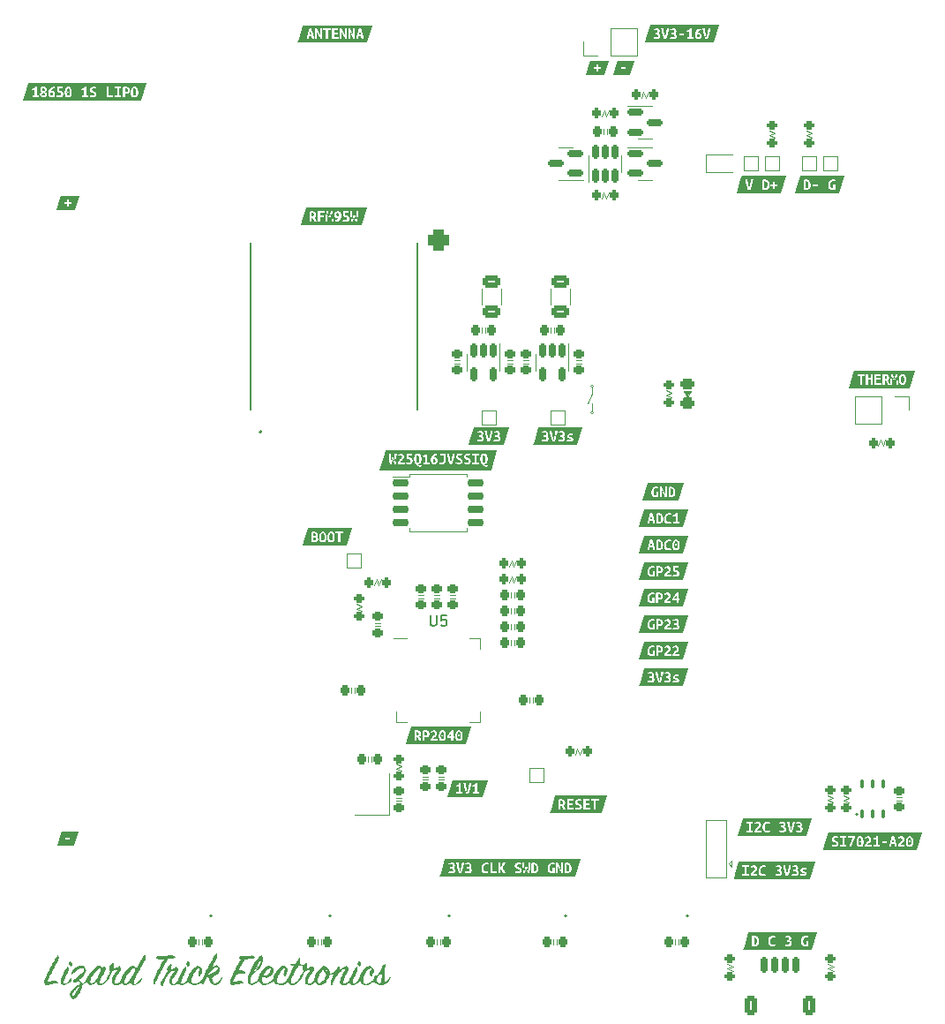
<source format=gto>
%TF.GenerationSoftware,KiCad,Pcbnew,(7.0.0-rc2-208-g52b07b8bac)*%
%TF.CreationDate,2023-02-11T15:20:51-08:00*%
%TF.ProjectId,home-automation-sensor-lora,686f6d65-2d61-4757-946f-6d6174696f6e,rev?*%
%TF.SameCoordinates,Original*%
%TF.FileFunction,Legend,Top*%
%TF.FilePolarity,Positive*%
%FSLAX46Y46*%
G04 Gerber Fmt 4.6, Leading zero omitted, Abs format (unit mm)*
G04 Created by KiCad (PCBNEW (7.0.0-rc2-208-g52b07b8bac)) date 2023-02-11 15:20:51*
%MOMM*%
%LPD*%
G01*
G04 APERTURE LIST*
G04 Aperture macros list*
%AMRoundRect*
0 Rectangle with rounded corners*
0 $1 Rounding radius*
0 $2 $3 $4 $5 $6 $7 $8 $9 X,Y pos of 4 corners*
0 Add a 4 corners polygon primitive as box body*
4,1,4,$2,$3,$4,$5,$6,$7,$8,$9,$2,$3,0*
0 Add four circle primitives for the rounded corners*
1,1,$1+$1,$2,$3*
1,1,$1+$1,$4,$5*
1,1,$1+$1,$6,$7*
1,1,$1+$1,$8,$9*
0 Add four rect primitives between the rounded corners*
20,1,$1+$1,$2,$3,$4,$5,0*
20,1,$1+$1,$4,$5,$6,$7,0*
20,1,$1+$1,$6,$7,$8,$9,0*
20,1,$1+$1,$8,$9,$2,$3,0*%
%AMFreePoly0*
4,1,6,1.000000,0.000000,0.500000,-0.750000,-0.500000,-0.750000,-0.500000,0.750000,0.500000,0.750000,1.000000,0.000000,1.000000,0.000000,$1*%
G04 Aperture macros list end*
%ADD10C,0.150000*%
%ADD11C,0.120000*%
%ADD12C,0.200000*%
%ADD13C,0.187000*%
%ADD14C,0.127000*%
%ADD15C,2.550000*%
%ADD16C,3.500000*%
%ADD17RoundRect,0.200000X0.200000X0.275000X-0.200000X0.275000X-0.200000X-0.275000X0.200000X-0.275000X0*%
%ADD18RoundRect,0.150000X-0.150000X0.512500X-0.150000X-0.512500X0.150000X-0.512500X0.150000X0.512500X0*%
%ADD19R,0.650000X1.050000*%
%ADD20R,1.700000X1.700000*%
%ADD21O,1.700000X1.700000*%
%ADD22RoundRect,0.200000X-0.275000X0.200000X-0.275000X-0.200000X0.275000X-0.200000X0.275000X0.200000X0*%
%ADD23RoundRect,0.200000X-0.200000X-0.275000X0.200000X-0.275000X0.200000X0.275000X-0.200000X0.275000X0*%
%ADD24O,0.875000X0.200000*%
%ADD25O,0.200000X0.875000*%
%ADD26C,0.533333*%
%ADD27R,1.066666X1.073333*%
%ADD28RoundRect,0.225000X-0.225000X-0.250000X0.225000X-0.250000X0.225000X0.250000X-0.225000X0.250000X0*%
%ADD29C,0.650000*%
%ADD30R,0.600000X1.030000*%
%ADD31R,0.300000X1.150000*%
%ADD32O,1.050000X2.100000*%
%ADD33O,1.000000X2.000000*%
%ADD34RoundRect,0.225000X0.250000X-0.225000X0.250000X0.225000X-0.250000X0.225000X-0.250000X-0.225000X0*%
%ADD35R,0.550000X0.550000*%
%ADD36R,1.000000X1.000000*%
%ADD37RoundRect,0.225000X0.225000X0.250000X-0.225000X0.250000X-0.225000X-0.250000X0.225000X-0.250000X0*%
%ADD38R,1.200000X1.400000*%
%ADD39RoundRect,0.250000X-0.625000X0.312500X-0.625000X-0.312500X0.625000X-0.312500X0.625000X0.312500X0*%
%ADD40RoundRect,0.150000X-0.650000X-0.150000X0.650000X-0.150000X0.650000X0.150000X-0.650000X0.150000X0*%
%ADD41RoundRect,0.200000X0.275000X-0.200000X0.275000X0.200000X-0.275000X0.200000X-0.275000X-0.200000X0*%
%ADD42R,0.600000X0.450000*%
%ADD43RoundRect,0.100000X0.100000X-0.300000X0.100000X0.300000X-0.100000X0.300000X-0.100000X-0.300000X0*%
%ADD44R,2.400000X1.500000*%
%ADD45RoundRect,0.150000X-0.150000X-0.625000X0.150000X-0.625000X0.150000X0.625000X-0.150000X0.625000X0*%
%ADD46RoundRect,0.250000X-0.350000X-0.650000X0.350000X-0.650000X0.350000X0.650000X-0.350000X0.650000X0*%
%ADD47RoundRect,0.150000X0.150000X-0.512500X0.150000X0.512500X-0.150000X0.512500X-0.150000X-0.512500X0*%
%ADD48RoundRect,0.150000X-0.587500X-0.150000X0.587500X-0.150000X0.587500X0.150000X-0.587500X0.150000X0*%
%ADD49R,1.400000X3.000000*%
%ADD50RoundRect,0.225000X-0.250000X0.225000X-0.250000X-0.225000X0.250000X-0.225000X0.250000X0.225000X0*%
%ADD51RoundRect,0.243750X0.456250X-0.243750X0.456250X0.243750X-0.456250X0.243750X-0.456250X-0.243750X0*%
%ADD52R,1.050000X0.650000*%
%ADD53R,1.500000X1.500000*%
%ADD54FreePoly0,90.000000*%
%ADD55FreePoly0,270.000000*%
%ADD56RoundRect,0.500000X-0.500000X-0.500000X0.500000X-0.500000X0.500000X0.500000X-0.500000X0.500000X0*%
%ADD57C,1.270000*%
%ADD58C,1.905000*%
%ADD59C,1.778000*%
%ADD60RoundRect,0.150000X0.587500X0.150000X-0.587500X0.150000X-0.587500X-0.150000X0.587500X-0.150000X0*%
G04 APERTURE END LIST*
D10*
X169967096Y-88846381D02*
X169967096Y-89655905D01*
X169967096Y-89655905D02*
X170014715Y-89751143D01*
X170014715Y-89751143D02*
X170062334Y-89798762D01*
X170062334Y-89798762D02*
X170157572Y-89846381D01*
X170157572Y-89846381D02*
X170348048Y-89846381D01*
X170348048Y-89846381D02*
X170443286Y-89798762D01*
X170443286Y-89798762D02*
X170490905Y-89751143D01*
X170490905Y-89751143D02*
X170538524Y-89655905D01*
X170538524Y-89655905D02*
X170538524Y-88846381D01*
X171490905Y-88846381D02*
X171014715Y-88846381D01*
X171014715Y-88846381D02*
X170967096Y-89322572D01*
X170967096Y-89322572D02*
X171014715Y-89274953D01*
X171014715Y-89274953D02*
X171109953Y-89227334D01*
X171109953Y-89227334D02*
X171348048Y-89227334D01*
X171348048Y-89227334D02*
X171443286Y-89274953D01*
X171443286Y-89274953D02*
X171490905Y-89322572D01*
X171490905Y-89322572D02*
X171538524Y-89417810D01*
X171538524Y-89417810D02*
X171538524Y-89655905D01*
X171538524Y-89655905D02*
X171490905Y-89751143D01*
X171490905Y-89751143D02*
X171443286Y-89798762D01*
X171443286Y-89798762D02*
X171348048Y-89846381D01*
X171348048Y-89846381D02*
X171109953Y-89846381D01*
X171109953Y-89846381D02*
X171014715Y-89798762D01*
X171014715Y-89798762D02*
X170967096Y-89751143D01*
D11*
X177968001Y-84132401D02*
X178196601Y-83573601D01*
X177968001Y-84132401D02*
X177739401Y-83573601D01*
X177510801Y-84132401D02*
X177739401Y-83573601D01*
X183211001Y-64549001D02*
X183211001Y-62749001D01*
X183211001Y-64549001D02*
X183211001Y-65349001D01*
X180091001Y-64549001D02*
X180091001Y-63749001D01*
X180091001Y-64549001D02*
X180091001Y-65349001D01*
G36*
X193160376Y-76690995D02*
G01*
X193225463Y-76764813D01*
X193258801Y-76871176D01*
X193268326Y-76995001D01*
X193265349Y-77065049D01*
X193256420Y-77129145D01*
X193216732Y-77234713D01*
X193143707Y-77304563D01*
X193031788Y-77329963D01*
X193014326Y-77329963D01*
X192996863Y-77328376D01*
X192996863Y-76667976D01*
X193025438Y-76664007D01*
X193054013Y-76663213D01*
X193160376Y-76690995D01*
G37*
G36*
X192485688Y-77838493D02*
G01*
X191572876Y-77838493D01*
X191171238Y-77838493D01*
X190840509Y-77838493D01*
X190334414Y-77838493D01*
X190587462Y-76995001D01*
X191171238Y-76995001D01*
X191178382Y-77114262D01*
X191199813Y-77218045D01*
X191234342Y-77306151D01*
X191280776Y-77378382D01*
X191338521Y-77434738D01*
X191406982Y-77475220D01*
X191485365Y-77499628D01*
X191572876Y-77507763D01*
X191669912Y-77503795D01*
X191751470Y-77491888D01*
X191769592Y-77487126D01*
X191995151Y-77487126D01*
X192171363Y-77487126D01*
X192171363Y-76834663D01*
X192230366Y-76943584D01*
X192286722Y-77052327D01*
X192340432Y-77160895D01*
X192391497Y-77269462D01*
X192439916Y-77378206D01*
X192485688Y-77487126D01*
X192642851Y-77487126D01*
X192642851Y-77476013D01*
X192801601Y-77476013D01*
X192908757Y-77494270D01*
X193011151Y-77499826D01*
X193106996Y-77492881D01*
X193194507Y-77472045D01*
X193272096Y-77436128D01*
X193338176Y-77383938D01*
X193391953Y-77314684D01*
X193432632Y-77227570D01*
X193458231Y-77121406D01*
X193466764Y-76995001D01*
X193459024Y-76871374D01*
X193435807Y-76767195D01*
X193398699Y-76681073D01*
X193349288Y-76611620D01*
X193287574Y-76558637D01*
X193213557Y-76521926D01*
X193129221Y-76500495D01*
X193036551Y-76493351D01*
X192927013Y-76498113D01*
X192801601Y-76517163D01*
X192801601Y-77476013D01*
X192642851Y-77476013D01*
X192642851Y-76504463D01*
X192466638Y-76504463D01*
X192466638Y-77109301D01*
X192438659Y-77047388D01*
X192405520Y-76975951D01*
X192368213Y-76898560D01*
X192327732Y-76818788D01*
X192285068Y-76737628D01*
X192241213Y-76656070D01*
X192196763Y-76577290D01*
X192152313Y-76504463D01*
X191995151Y-76504463D01*
X191995151Y-77487126D01*
X191769592Y-77487126D01*
X191860213Y-77463313D01*
X191860213Y-76972776D01*
X191664951Y-76972776D01*
X191664951Y-77331551D01*
X191626851Y-77336313D01*
X191588751Y-77337901D01*
X191493898Y-77317065D01*
X191425238Y-77254557D01*
X191394370Y-77188676D01*
X191375850Y-77102157D01*
X191369676Y-76995001D01*
X191373049Y-76922174D01*
X191383170Y-76856095D01*
X191427620Y-76748145D01*
X191506201Y-76677501D01*
X191623676Y-76652101D01*
X191728451Y-76669563D01*
X191814176Y-76709251D01*
X191864976Y-76553676D01*
X191832432Y-76534626D01*
X191777663Y-76510813D01*
X191699082Y-76490970D01*
X191596688Y-76482238D01*
X191510567Y-76490374D01*
X191430001Y-76514782D01*
X191357373Y-76555462D01*
X191295063Y-76612413D01*
X191243867Y-76685240D01*
X191204576Y-76773545D01*
X191179573Y-76876931D01*
X191171238Y-76995001D01*
X190587462Y-76995001D01*
X190840509Y-76151509D01*
X191171238Y-76151509D01*
X193466764Y-76151509D01*
X193797493Y-76151509D01*
X194303588Y-76151509D01*
X193797493Y-77838493D01*
X193466764Y-77838493D01*
X193011151Y-77838493D01*
X192485688Y-77838493D01*
G37*
G36*
X185635626Y-37042124D02*
G01*
X185304897Y-37042124D01*
X184892623Y-37042124D01*
X185074709Y-36435170D01*
X185635626Y-36435170D01*
X185884863Y-36435170D01*
X185884863Y-36711395D01*
X186053138Y-36711395D01*
X186053138Y-36435170D01*
X186302376Y-36435170D01*
X186302376Y-36274832D01*
X186053138Y-36274832D01*
X186053138Y-35998607D01*
X185884863Y-35998607D01*
X185884863Y-36274832D01*
X185635626Y-36274832D01*
X185635626Y-36435170D01*
X185074709Y-36435170D01*
X185304897Y-35667878D01*
X185635626Y-35667878D01*
X186302376Y-35667878D01*
X186633105Y-35667878D01*
X187045379Y-35667878D01*
X186633105Y-37042124D01*
X186302376Y-37042124D01*
X186053138Y-37042124D01*
X185635626Y-37042124D01*
G37*
X208600401Y-106332001D02*
X208041601Y-106103401D01*
X208600401Y-106332001D02*
X208041601Y-106560601D01*
X208600401Y-106789201D02*
X208041601Y-106560601D01*
X186604001Y-48267601D02*
X186375401Y-48826401D01*
X186604001Y-48267601D02*
X186832601Y-48826401D01*
X187061201Y-48267601D02*
X186832601Y-48826401D01*
G36*
X201179089Y-119757345D02*
G01*
X201244176Y-119831163D01*
X201277513Y-119937526D01*
X201287039Y-120061351D01*
X201284062Y-120131399D01*
X201275132Y-120195495D01*
X201235445Y-120301063D01*
X201162420Y-120370913D01*
X201050501Y-120396313D01*
X201033039Y-120396313D01*
X201015576Y-120394726D01*
X201015576Y-119734326D01*
X201044151Y-119730357D01*
X201072726Y-119729563D01*
X201179089Y-119757345D01*
G37*
G36*
X204247726Y-120904843D02*
G01*
X202791989Y-120904843D01*
X201029864Y-120904843D01*
X200820314Y-120904843D01*
X200489584Y-120904843D01*
X199983489Y-120904843D01*
X200092233Y-120542363D01*
X200820314Y-120542363D01*
X200927470Y-120560620D01*
X201029864Y-120566176D01*
X201125709Y-120559231D01*
X201213220Y-120538395D01*
X201290809Y-120502478D01*
X201356889Y-120450288D01*
X201410665Y-120381034D01*
X201451345Y-120293920D01*
X201476943Y-120187756D01*
X201485476Y-120061351D01*
X202364951Y-120061351D01*
X202371797Y-120177338D01*
X202392335Y-120279235D01*
X202426566Y-120367044D01*
X202474489Y-120440763D01*
X202558450Y-120514847D01*
X202664283Y-120559297D01*
X202791989Y-120574113D01*
X202878706Y-120568756D01*
X202954707Y-120552682D01*
X203032482Y-120520138D01*
X203974676Y-120520138D01*
X204023889Y-120537601D01*
X204092945Y-120555063D01*
X204170732Y-120568557D01*
X204247726Y-120574113D01*
X204339404Y-120568359D01*
X204417589Y-120551095D01*
X204482676Y-120523313D01*
X204535064Y-120486007D01*
X204603326Y-120386788D01*
X204625551Y-120261376D01*
X204615034Y-120181604D01*
X204583482Y-120113738D01*
X204534727Y-120061351D01*
X205539951Y-120061351D01*
X205547095Y-120180612D01*
X205568526Y-120284395D01*
X205603054Y-120372501D01*
X205649489Y-120444732D01*
X205707234Y-120501088D01*
X205775695Y-120541570D01*
X205854078Y-120565978D01*
X205941589Y-120574113D01*
X206038624Y-120570145D01*
X206120182Y-120558238D01*
X206228926Y-120529663D01*
X206228926Y-120039126D01*
X206033664Y-120039126D01*
X206033664Y-120397901D01*
X205995564Y-120402663D01*
X205957464Y-120404251D01*
X205862610Y-120383415D01*
X205793951Y-120320907D01*
X205763083Y-120255026D01*
X205744562Y-120168507D01*
X205738389Y-120061351D01*
X205741762Y-119988524D01*
X205751882Y-119922445D01*
X205796332Y-119814495D01*
X205874914Y-119743851D01*
X205992389Y-119718451D01*
X206097164Y-119735913D01*
X206182889Y-119775601D01*
X206233689Y-119620026D01*
X206201145Y-119600976D01*
X206146376Y-119577163D01*
X206067795Y-119557320D01*
X205965401Y-119548588D01*
X205879279Y-119556724D01*
X205798714Y-119581132D01*
X205726085Y-119621812D01*
X205663776Y-119678763D01*
X205612579Y-119751590D01*
X205573289Y-119839895D01*
X205548285Y-119943281D01*
X205539951Y-120061351D01*
X204534727Y-120061351D01*
X204532881Y-120059367D01*
X204465214Y-120020076D01*
X204554114Y-119937526D01*
X204587451Y-119824813D01*
X204568401Y-119715276D01*
X204509664Y-119627170D01*
X204408857Y-119569226D01*
X204342381Y-119553748D01*
X204265189Y-119548588D01*
X204180853Y-119555931D01*
X204105645Y-119577957D01*
X203992139Y-119635901D01*
X204061989Y-119778776D01*
X204156445Y-119733532D01*
X204266776Y-119715276D01*
X204356470Y-119746232D01*
X204389014Y-119831163D01*
X204373932Y-119891488D01*
X204335039Y-119929588D01*
X204281064Y-119950226D01*
X204220739Y-119956576D01*
X204147714Y-119956576D01*
X204147714Y-120118501D01*
X204208039Y-120118501D01*
X204294954Y-120126240D01*
X204365201Y-120149457D01*
X204411635Y-120192121D01*
X204427114Y-120258201D01*
X204386632Y-120364563D01*
X204331268Y-120396710D01*
X204246139Y-120407426D01*
X204170931Y-120403060D01*
X204107232Y-120389963D01*
X204012776Y-120356626D01*
X203974676Y-120520138D01*
X203032482Y-120520138D01*
X203066626Y-120505851D01*
X203017414Y-120351863D01*
X202937245Y-120386788D01*
X202811039Y-120404251D01*
X202697731Y-120381828D01*
X202621332Y-120314557D01*
X202589141Y-120246030D01*
X202569827Y-120160041D01*
X202563389Y-120056588D01*
X202568746Y-119967688D01*
X202584820Y-119894663D01*
X202640382Y-119790682D01*
X202718170Y-119735120D01*
X202807864Y-119718451D01*
X202926132Y-119735120D01*
X203014239Y-119775601D01*
X203065039Y-119620026D01*
X203032495Y-119600976D01*
X202979314Y-119577163D01*
X202905495Y-119557320D01*
X202811039Y-119548588D01*
X202717971Y-119557121D01*
X202632445Y-119582720D01*
X202556245Y-119624788D01*
X202491157Y-119682732D01*
X202438174Y-119755956D01*
X202398289Y-119843863D01*
X202373285Y-119945860D01*
X202364951Y-120061351D01*
X201485476Y-120061351D01*
X201477737Y-119937724D01*
X201454520Y-119833545D01*
X201417412Y-119747423D01*
X201368001Y-119677970D01*
X201306287Y-119624987D01*
X201232270Y-119588276D01*
X201147934Y-119566845D01*
X201055264Y-119559701D01*
X200945726Y-119564463D01*
X200820314Y-119583513D01*
X200820314Y-120542363D01*
X200092233Y-120542363D01*
X200489584Y-119217859D01*
X200820314Y-119217859D01*
X206233689Y-119217859D01*
X206564418Y-119217859D01*
X207070513Y-119217859D01*
X206564418Y-120904843D01*
X206233689Y-120904843D01*
X205941589Y-120904843D01*
X204247726Y-120904843D01*
G37*
X166704001Y-99054001D02*
X166704001Y-98029001D01*
X167729001Y-91004001D02*
X166416501Y-91004001D01*
X167729001Y-99054001D02*
X166704001Y-99054001D01*
X173729001Y-91004001D02*
X174754001Y-91004001D01*
X173729001Y-99054001D02*
X174754001Y-99054001D01*
X174754001Y-91004001D02*
X174754001Y-92029001D01*
X174754001Y-99054001D02*
X174754001Y-98029001D01*
X177688601Y-89695001D02*
X177688601Y-90203001D01*
X177993401Y-89695001D02*
X177993401Y-90203001D01*
X183937001Y-64701401D02*
X184445001Y-64701401D01*
X183937001Y-64396601D02*
X184445001Y-64396601D01*
D12*
X160416601Y-117647001D02*
G75*
G03*
X160416601Y-117647001I-76200J0D01*
G01*
D11*
X207621001Y-46199001D02*
X207621001Y-44799001D01*
X209021001Y-46199001D02*
X207621001Y-46199001D01*
X207621001Y-44799001D02*
X209021001Y-44799001D01*
X209021001Y-44799001D02*
X209021001Y-46199001D01*
G36*
X134835626Y-49996124D02*
G01*
X134504897Y-49996124D01*
X134092623Y-49996124D01*
X134274709Y-49389170D01*
X134835626Y-49389170D01*
X135084863Y-49389170D01*
X135084863Y-49665395D01*
X135253138Y-49665395D01*
X135253138Y-49389170D01*
X135502376Y-49389170D01*
X135502376Y-49228832D01*
X135253138Y-49228832D01*
X135253138Y-48952607D01*
X135084863Y-48952607D01*
X135084863Y-49228832D01*
X134835626Y-49228832D01*
X134835626Y-49389170D01*
X134274709Y-49389170D01*
X134504897Y-48621878D01*
X134835626Y-48621878D01*
X135502376Y-48621878D01*
X135833105Y-48621878D01*
X136245379Y-48621878D01*
X135833105Y-49996124D01*
X135502376Y-49996124D01*
X135253138Y-49996124D01*
X134835626Y-49996124D01*
G37*
G36*
X170391260Y-73857903D02*
G01*
X170436901Y-73888264D01*
X170470239Y-74003357D01*
X170463095Y-74058920D01*
X170440870Y-74111307D01*
X170401976Y-74150995D01*
X170344826Y-74166870D01*
X170275770Y-74147026D01*
X170232113Y-74093845D01*
X170209888Y-74018439D01*
X170203538Y-73930332D01*
X170204332Y-73900170D01*
X170206713Y-73871595D01*
X170259101Y-73854132D01*
X170321014Y-73847782D01*
X170391260Y-73857903D01*
G37*
G36*
X168828764Y-73511232D02*
G01*
X168875595Y-73584257D01*
X168897820Y-73693001D01*
X168901987Y-73757890D01*
X168903376Y-73827145D01*
X168901987Y-73896201D01*
X168897820Y-73960495D01*
X168875595Y-74069239D01*
X168827970Y-74143057D01*
X168747801Y-74170045D01*
X168666838Y-74143057D01*
X168620007Y-74069239D01*
X168597782Y-73960495D01*
X168593615Y-73896201D01*
X168592226Y-73827145D01*
X168593615Y-73758089D01*
X168597782Y-73693795D01*
X168620007Y-73585051D01*
X168666838Y-73511232D01*
X168747801Y-73484245D01*
X168828764Y-73511232D01*
G37*
G36*
X175178763Y-73511232D02*
G01*
X175225595Y-73584257D01*
X175247820Y-73693001D01*
X175251987Y-73757890D01*
X175253376Y-73827145D01*
X175251987Y-73896201D01*
X175247820Y-73960495D01*
X175225595Y-74069239D01*
X175177970Y-74143057D01*
X175097801Y-74170045D01*
X175016839Y-74143057D01*
X174970007Y-74069239D01*
X174947782Y-73960495D01*
X174943615Y-73896201D01*
X174942226Y-73827145D01*
X174943615Y-73758089D01*
X174947782Y-73693795D01*
X174970007Y-73585051D01*
X175016839Y-73511232D01*
X175097801Y-73484245D01*
X175178763Y-73511232D01*
G37*
G36*
X173992901Y-74915111D02*
G01*
X173481726Y-74915111D01*
X172687976Y-74915111D01*
X171821201Y-74915111D01*
X171078251Y-74915111D01*
X170349588Y-74915111D01*
X169873338Y-74915111D01*
X169052601Y-74915111D01*
X167877851Y-74915111D01*
X167496851Y-74915111D01*
X166671351Y-74915111D01*
X166006188Y-74915111D01*
X165675459Y-74915111D01*
X165094593Y-74915111D01*
X165569573Y-73331845D01*
X166006188Y-73331845D01*
X166009760Y-73453090D01*
X166014126Y-73578701D01*
X166019484Y-73706098D01*
X166026032Y-73832701D01*
X166033771Y-73958114D01*
X166042701Y-74081939D01*
X166053020Y-74201596D01*
X166064926Y-74314507D01*
X166226851Y-74314507D01*
X166260188Y-74210129D01*
X166296701Y-74097020D01*
X166334007Y-73983910D01*
X166369726Y-73879532D01*
X166404651Y-73986887D01*
X166439576Y-74099401D01*
X166474501Y-74210724D01*
X166509426Y-74314507D01*
X166671351Y-74314507D01*
X166681868Y-74201795D01*
X166691195Y-74082732D01*
X166699331Y-73959503D01*
X166706276Y-73834289D01*
X166712229Y-73707685D01*
X166717388Y-73580289D01*
X166722151Y-73454281D01*
X166722714Y-73439795D01*
X166831688Y-73439795D01*
X166928526Y-73576320D01*
X167028538Y-73501707D01*
X167125376Y-73479482D01*
X167217451Y-73512026D01*
X167253963Y-73604895D01*
X167224595Y-73689032D01*
X167149982Y-73774757D01*
X167103151Y-73820199D01*
X167053145Y-73867626D01*
X167003138Y-73918029D01*
X166956307Y-73972401D01*
X166915032Y-74031337D01*
X166881695Y-74095432D01*
X166859668Y-74165282D01*
X166852326Y-74241482D01*
X166851532Y-74274820D01*
X166855501Y-74314507D01*
X167496851Y-74314507D01*
X167496851Y-74284345D01*
X167612739Y-74284345D01*
X167657982Y-74301807D01*
X167723863Y-74318476D01*
X167800063Y-74330382D01*
X167877851Y-74335145D01*
X167968735Y-74329192D01*
X168047713Y-74311332D01*
X168114785Y-74282757D01*
X168169951Y-74244657D01*
X168242976Y-74143851D01*
X168266789Y-74017645D01*
X168256029Y-73925570D01*
X168223750Y-73848311D01*
X168205513Y-73827145D01*
X168393788Y-73827145D01*
X168401461Y-73961994D01*
X168424480Y-74076559D01*
X168462845Y-74170839D01*
X168515497Y-74244481D01*
X168581378Y-74297133D01*
X168660489Y-74328795D01*
X168697199Y-74427021D01*
X168772407Y-74499451D01*
X168845520Y-74535346D01*
X168938918Y-74563657D01*
X169052601Y-74584382D01*
X169093876Y-74444682D01*
X168988903Y-74422656D01*
X168908932Y-74397851D01*
X168824001Y-74331970D01*
X168906904Y-74302777D01*
X168975695Y-74251184D01*
X169030376Y-74177189D01*
X169070063Y-74081498D01*
X169093876Y-73964816D01*
X169101814Y-73827145D01*
X169096158Y-73707933D01*
X169079192Y-73604299D01*
X169057462Y-73536632D01*
X169220876Y-73536632D01*
X169284376Y-73698557D01*
X169381213Y-73659664D01*
X169482814Y-73603307D01*
X169482814Y-74152582D01*
X169276438Y-74152582D01*
X169276438Y-74314507D01*
X169873338Y-74314507D01*
X169873338Y-74152582D01*
X169678076Y-74152582D01*
X169678076Y-73912870D01*
X170011451Y-73912870D01*
X170021064Y-74045073D01*
X170049904Y-74151700D01*
X170097970Y-74232751D01*
X170164380Y-74289636D01*
X170248253Y-74323768D01*
X170349588Y-74335145D01*
X170424995Y-74327406D01*
X170489289Y-74304189D01*
X170557363Y-74247832D01*
X170798851Y-74247832D01*
X170911564Y-74309745D01*
X170986573Y-74328795D01*
X171078251Y-74335145D01*
X171166357Y-74328199D01*
X171240176Y-74307364D01*
X171300699Y-74274621D01*
X171348920Y-74231957D01*
X171409245Y-74120832D01*
X171422937Y-74055348D01*
X171427501Y-73985895D01*
X171427501Y-73331845D01*
X171546564Y-73331845D01*
X171564820Y-73420745D01*
X171591013Y-73531870D01*
X171612004Y-73615037D01*
X171634758Y-73701556D01*
X171659276Y-73791426D01*
X171685205Y-73883060D01*
X171712193Y-73974870D01*
X171740238Y-74066857D01*
X171781910Y-74197826D01*
X171821201Y-74314507D01*
X172022814Y-74314507D01*
X172042175Y-74260532D01*
X172383176Y-74260532D01*
X172492714Y-74308951D01*
X172578042Y-74328596D01*
X172687976Y-74335145D01*
X172799366Y-74326766D01*
X172890118Y-74301631D01*
X172958905Y-74260532D01*
X173176926Y-74260532D01*
X173286464Y-74308951D01*
X173371792Y-74328596D01*
X173481726Y-74335145D01*
X173593116Y-74326766D01*
X173683868Y-74301631D01*
X173753982Y-74259739D01*
X173821253Y-74168656D01*
X173824197Y-74152582D01*
X173992901Y-74152582D01*
X173992901Y-74314507D01*
X174616789Y-74314507D01*
X174616789Y-74152582D01*
X174404064Y-74152582D01*
X174404064Y-73827145D01*
X174743788Y-73827145D01*
X174751461Y-73961994D01*
X174774480Y-74076559D01*
X174812845Y-74170839D01*
X174865497Y-74244481D01*
X174931378Y-74297133D01*
X175010489Y-74328795D01*
X175047199Y-74427021D01*
X175122407Y-74499451D01*
X175195520Y-74535346D01*
X175288918Y-74563657D01*
X175402601Y-74584382D01*
X175443876Y-74444682D01*
X175338903Y-74422656D01*
X175258932Y-74397851D01*
X175174001Y-74331970D01*
X175256904Y-74302777D01*
X175325695Y-74251184D01*
X175380376Y-74177189D01*
X175420064Y-74081498D01*
X175443876Y-73964816D01*
X175451814Y-73827145D01*
X175446158Y-73707933D01*
X175429192Y-73604299D01*
X175400914Y-73516243D01*
X175361326Y-73443764D01*
X175291829Y-73371885D01*
X175203987Y-73328758D01*
X175097801Y-73314382D01*
X174994790Y-73328758D01*
X174908007Y-73371885D01*
X174837451Y-73443764D01*
X174796474Y-73516243D01*
X174767204Y-73604299D01*
X174749642Y-73707933D01*
X174743788Y-73827145D01*
X174404064Y-73827145D01*
X174404064Y-73493770D01*
X174616789Y-73493770D01*
X174616789Y-73331845D01*
X173992901Y-73331845D01*
X173992901Y-73493770D01*
X174207214Y-73493770D01*
X174207214Y-74152582D01*
X173992901Y-74152582D01*
X173824197Y-74152582D01*
X173843676Y-74046220D01*
X173836929Y-73972203D01*
X173816689Y-73912076D01*
X173747632Y-73823176D01*
X173655557Y-73766026D01*
X173559514Y-73727132D01*
X173498395Y-73703320D01*
X173442832Y-73673951D01*
X173402351Y-73635851D01*
X173386476Y-73585845D01*
X173403762Y-73523227D01*
X173455620Y-73485656D01*
X173542051Y-73473132D01*
X173653970Y-73489007D01*
X173742076Y-73527107D01*
X173799226Y-73376295D01*
X173685720Y-73330257D01*
X173612496Y-73314779D01*
X173527764Y-73309620D01*
X173430485Y-73318263D01*
X173348200Y-73344192D01*
X173280907Y-73387407D01*
X173213637Y-73480276D01*
X173191214Y-73603307D01*
X173216614Y-73719989D01*
X173280907Y-73798570D01*
X173367426Y-73850957D01*
X173459501Y-73887470D01*
X173526176Y-73915251D01*
X173586501Y-73948589D01*
X173630951Y-73990657D01*
X173648414Y-74044632D01*
X173641270Y-74091464D01*
X173615076Y-74132739D01*
X173563482Y-74161314D01*
X173481726Y-74171632D01*
X173402549Y-74166076D01*
X173336470Y-74149407D01*
X173234076Y-74101782D01*
X173176926Y-74260532D01*
X172958905Y-74260532D01*
X172960232Y-74259739D01*
X173027503Y-74168656D01*
X173049926Y-74046220D01*
X173043179Y-73972203D01*
X173022939Y-73912076D01*
X172953882Y-73823176D01*
X172861807Y-73766026D01*
X172765764Y-73727132D01*
X172704645Y-73703320D01*
X172649082Y-73673951D01*
X172608601Y-73635851D01*
X172592726Y-73585845D01*
X172610012Y-73523227D01*
X172661870Y-73485656D01*
X172748301Y-73473132D01*
X172860220Y-73489007D01*
X172948326Y-73527107D01*
X173005476Y-73376295D01*
X172891970Y-73330257D01*
X172818746Y-73314779D01*
X172734013Y-73309620D01*
X172636735Y-73318263D01*
X172554450Y-73344192D01*
X172487157Y-73387407D01*
X172419887Y-73480276D01*
X172397464Y-73603307D01*
X172422864Y-73719989D01*
X172487157Y-73798570D01*
X172573676Y-73850957D01*
X172665751Y-73887470D01*
X172732426Y-73915251D01*
X172792751Y-73948589D01*
X172837201Y-73990657D01*
X172854664Y-74044632D01*
X172847520Y-74091464D01*
X172821326Y-74132739D01*
X172769732Y-74161314D01*
X172687976Y-74171632D01*
X172608799Y-74166076D01*
X172542720Y-74149407D01*
X172440326Y-74101782D01*
X172383176Y-74260532D01*
X172042175Y-74260532D01*
X172053152Y-74229929D01*
X172082786Y-74143410D01*
X172111713Y-74054951D01*
X172139495Y-73966051D01*
X172165689Y-73878209D01*
X172190295Y-73791426D01*
X172224029Y-73665021D01*
X172253795Y-73544570D01*
X172279393Y-73432651D01*
X172300626Y-73331845D01*
X172095839Y-73331845D01*
X172081551Y-73414395D01*
X172064088Y-73509645D01*
X172044245Y-73612634D01*
X172022814Y-73718401D01*
X171999795Y-73824764D01*
X171975189Y-73929539D01*
X171949789Y-74027765D01*
X171924389Y-74114482D01*
X171898790Y-74026574D01*
X171872795Y-73927951D01*
X171847395Y-73823176D01*
X171823582Y-73716814D01*
X171801556Y-73611245D01*
X171781514Y-73508851D01*
X171764845Y-73414196D01*
X171752939Y-73331845D01*
X171546564Y-73331845D01*
X171427501Y-73331845D01*
X170902038Y-73331845D01*
X170902038Y-73493770D01*
X171230651Y-73493770D01*
X171230651Y-73974782D01*
X171218943Y-74067056D01*
X171183820Y-74124801D01*
X171129646Y-74155162D01*
X171060789Y-74165282D01*
X170961570Y-74141470D01*
X170873463Y-74092257D01*
X170798851Y-74247832D01*
X170557363Y-74247832D01*
X170586126Y-74224020D01*
X170642482Y-74116070D01*
X170660739Y-74000182D01*
X170644070Y-73879532D01*
X170589301Y-73779520D01*
X170491670Y-73711257D01*
X170425590Y-73692207D01*
X170346414Y-73685857D01*
X170295614Y-73693001D01*
X170236876Y-73712845D01*
X170291645Y-73609657D01*
X170379751Y-73542189D01*
X170490876Y-73504882D01*
X170614701Y-73492182D01*
X170603588Y-73325495D01*
X170476192Y-73335020D01*
X170360701Y-73363595D01*
X170259101Y-73410823D01*
X170173376Y-73476307D01*
X170104518Y-73559651D01*
X170053520Y-73660457D01*
X170021968Y-73778329D01*
X170011451Y-73912870D01*
X169678076Y-73912870D01*
X169678076Y-73331845D01*
X169544726Y-73331845D01*
X169476463Y-73393757D01*
X169392326Y-73450907D01*
X169303426Y-73500120D01*
X169220876Y-73536632D01*
X169057462Y-73536632D01*
X169050914Y-73516243D01*
X169011326Y-73443764D01*
X168941829Y-73371885D01*
X168853987Y-73328758D01*
X168747801Y-73314382D01*
X168644790Y-73328758D01*
X168558007Y-73371885D01*
X168487451Y-73443764D01*
X168446474Y-73516243D01*
X168417204Y-73604299D01*
X168399642Y-73707933D01*
X168393788Y-73827145D01*
X168205513Y-73827145D01*
X168169951Y-73785870D01*
X168094280Y-73738598D01*
X167996384Y-73706848D01*
X167876263Y-73690620D01*
X167884201Y-73600132D01*
X167892138Y-73493770D01*
X168230276Y-73493770D01*
X168230276Y-73331845D01*
X167728626Y-73331845D01*
X167722673Y-73453090D01*
X167714339Y-73578701D01*
X167703226Y-73707884D01*
X167688939Y-73839845D01*
X167798079Y-73843218D01*
X167884201Y-73853338D01*
X167999295Y-73891439D01*
X168053270Y-73950176D01*
X168066763Y-74025582D01*
X168058826Y-74077970D01*
X168029457Y-74123214D01*
X167970720Y-74155757D01*
X167876263Y-74168457D01*
X167802048Y-74164885D01*
X167741326Y-74154170D01*
X167652426Y-74122420D01*
X167612739Y-74284345D01*
X167496851Y-74284345D01*
X167496851Y-74152582D01*
X167074576Y-74152582D01*
X167091245Y-74100195D01*
X167131726Y-74043839D01*
X167182526Y-73989863D01*
X167230151Y-73944620D01*
X167311113Y-73865245D01*
X167382551Y-73779520D01*
X167433351Y-73688239D01*
X167452401Y-73590607D01*
X167427001Y-73467576D01*
X167358738Y-73379470D01*
X167260314Y-73327082D01*
X167144426Y-73309620D01*
X167061678Y-73317557D01*
X166978532Y-73341370D01*
X166900149Y-73381851D01*
X166831688Y-73439795D01*
X166722714Y-73439795D01*
X166726913Y-73331845D01*
X166545938Y-73331845D01*
X166546335Y-73427293D01*
X166547526Y-73526313D01*
X166549114Y-73626524D01*
X166550701Y-73725545D01*
X166552288Y-73822978D01*
X166553876Y-73918426D01*
X166555067Y-74009906D01*
X166555463Y-74095432D01*
X166519745Y-73968432D01*
X166486407Y-73852545D01*
X166458626Y-73754120D01*
X166439576Y-73679507D01*
X166296701Y-73679507D01*
X166274476Y-73757295D01*
X166243520Y-73865245D01*
X166208595Y-73984307D01*
X166176051Y-74095432D01*
X166176448Y-74009906D01*
X166177638Y-73918426D01*
X166179226Y-73822779D01*
X166180814Y-73724751D01*
X166182401Y-73625334D01*
X166183988Y-73525520D01*
X166185576Y-73427095D01*
X166187163Y-73331845D01*
X166006188Y-73331845D01*
X165569573Y-73331845D01*
X165675459Y-72978891D01*
X166006188Y-72978891D01*
X175451814Y-72978891D01*
X175782543Y-72978891D01*
X176363409Y-72978891D01*
X175782543Y-74915111D01*
X175451814Y-74915111D01*
X175402601Y-74915111D01*
X173992901Y-74915111D01*
G37*
X162678402Y-96299001D02*
X162678402Y-95791001D01*
X162373602Y-96299001D02*
X162373602Y-95791001D01*
X205589001Y-46199001D02*
X205589001Y-44799001D01*
X206989001Y-46199001D02*
X205589001Y-46199001D01*
X205589001Y-44799001D02*
X206989001Y-44799001D01*
X206989001Y-44799001D02*
X206989001Y-46199001D01*
G36*
X180014763Y-112758995D02*
G01*
X180079851Y-112832813D01*
X180113188Y-112939176D01*
X180122714Y-113063001D01*
X180119737Y-113133049D01*
X180110807Y-113197145D01*
X180071120Y-113302713D01*
X179998095Y-113372563D01*
X179886176Y-113397963D01*
X179868713Y-113397963D01*
X179851251Y-113396376D01*
X179851251Y-112735976D01*
X179879826Y-112732007D01*
X179908401Y-112731213D01*
X180014763Y-112758995D01*
G37*
G36*
X183189763Y-112758995D02*
G01*
X183254851Y-112832813D01*
X183288189Y-112939176D01*
X183297714Y-113063001D01*
X183294737Y-113133049D01*
X183285807Y-113197145D01*
X183246120Y-113302713D01*
X183173095Y-113372563D01*
X183061176Y-113397963D01*
X183043713Y-113397963D01*
X183026251Y-113396376D01*
X183026251Y-112735976D01*
X183054826Y-112732007D01*
X183083401Y-112731213D01*
X183189763Y-112758995D01*
G37*
G36*
X182515076Y-113906493D02*
G01*
X181602263Y-113906493D01*
X179865538Y-113906493D01*
X179478188Y-113906493D01*
X178351063Y-113906493D01*
X176950888Y-113906493D01*
X176331763Y-113906493D01*
X175277663Y-113906493D01*
X173558401Y-113906493D01*
X172721788Y-113906493D01*
X171970901Y-113906493D01*
X171697851Y-113906493D01*
X171367122Y-113906493D01*
X170861027Y-113906493D01*
X170976438Y-113521788D01*
X171697851Y-113521788D01*
X171747063Y-113539251D01*
X171816120Y-113556713D01*
X171893907Y-113570207D01*
X171970901Y-113575763D01*
X172062579Y-113570009D01*
X172140763Y-113552745D01*
X172205851Y-113524963D01*
X172258238Y-113487657D01*
X172326501Y-113388438D01*
X172348726Y-113263026D01*
X172338209Y-113183254D01*
X172306657Y-113115388D01*
X172256056Y-113061017D01*
X172188388Y-113021726D01*
X172277288Y-112939176D01*
X172310626Y-112826463D01*
X172291576Y-112716926D01*
X172232838Y-112628820D01*
X172134793Y-112572463D01*
X172447151Y-112572463D01*
X172465407Y-112661363D01*
X172491601Y-112772488D01*
X172512591Y-112855656D01*
X172535345Y-112942175D01*
X172559863Y-113032045D01*
X172585793Y-113123679D01*
X172612780Y-113215489D01*
X172640826Y-113307476D01*
X172682498Y-113438445D01*
X172721788Y-113555126D01*
X172923401Y-113555126D01*
X172935360Y-113521788D01*
X173285351Y-113521788D01*
X173334563Y-113539251D01*
X173403620Y-113556713D01*
X173481407Y-113570207D01*
X173558401Y-113575763D01*
X173650079Y-113570009D01*
X173728263Y-113552745D01*
X173793351Y-113524963D01*
X173845738Y-113487657D01*
X173914001Y-113388438D01*
X173936226Y-113263026D01*
X173925709Y-113183254D01*
X173894157Y-113115388D01*
X173845402Y-113063001D01*
X174850626Y-113063001D01*
X174857472Y-113178988D01*
X174878010Y-113280885D01*
X174912241Y-113368694D01*
X174960163Y-113442413D01*
X175044125Y-113516497D01*
X175149958Y-113560947D01*
X175277663Y-113575763D01*
X175364381Y-113570406D01*
X175436628Y-113555126D01*
X175714226Y-113555126D01*
X176331763Y-113555126D01*
X176466701Y-113555126D01*
X176661963Y-113555126D01*
X176661963Y-113105863D01*
X176745307Y-113195557D01*
X176787971Y-113250723D01*
X176828651Y-113309857D01*
X176866553Y-113371770D01*
X176900882Y-113435270D01*
X176950888Y-113555126D01*
X177171551Y-113555126D01*
X177151896Y-113501151D01*
X178046263Y-113501151D01*
X178155801Y-113549570D01*
X178241129Y-113569215D01*
X178351063Y-113575763D01*
X178462453Y-113567385D01*
X178553205Y-113542250D01*
X178623320Y-113500357D01*
X178690590Y-113409274D01*
X178713014Y-113286838D01*
X178706267Y-113212821D01*
X178686026Y-113152695D01*
X178616970Y-113063795D01*
X178524895Y-113006645D01*
X178428851Y-112967751D01*
X178367732Y-112943938D01*
X178312170Y-112914570D01*
X178271688Y-112876470D01*
X178255813Y-112826463D01*
X178273100Y-112763845D01*
X178324958Y-112726275D01*
X178411388Y-112713751D01*
X178523307Y-112729626D01*
X178611413Y-112767726D01*
X178668563Y-112616913D01*
X178558970Y-112572463D01*
X178813026Y-112572463D01*
X178816598Y-112693709D01*
X178820963Y-112819320D01*
X178826321Y-112946717D01*
X178832870Y-113073320D01*
X178840609Y-113198732D01*
X178849538Y-113322557D01*
X178859857Y-113442215D01*
X178871763Y-113555126D01*
X179033689Y-113555126D01*
X179067026Y-113450748D01*
X179103538Y-113337638D01*
X179140845Y-113224529D01*
X179176563Y-113120151D01*
X179211488Y-113227506D01*
X179246413Y-113340020D01*
X179281339Y-113451343D01*
X179316263Y-113555126D01*
X179478188Y-113555126D01*
X179479225Y-113544013D01*
X179655989Y-113544013D01*
X179763145Y-113562270D01*
X179865538Y-113567826D01*
X179961384Y-113560881D01*
X180048895Y-113540045D01*
X180126484Y-113504128D01*
X180192563Y-113451938D01*
X180246340Y-113382684D01*
X180287020Y-113295570D01*
X180312618Y-113189406D01*
X180321151Y-113063001D01*
X181200626Y-113063001D01*
X181207770Y-113182262D01*
X181229201Y-113286045D01*
X181263729Y-113374151D01*
X181310163Y-113446382D01*
X181367909Y-113502738D01*
X181436370Y-113543220D01*
X181514753Y-113567628D01*
X181602263Y-113575763D01*
X181699299Y-113571795D01*
X181780857Y-113559888D01*
X181798979Y-113555126D01*
X182024539Y-113555126D01*
X182200751Y-113555126D01*
X182200751Y-112902663D01*
X182259753Y-113011584D01*
X182316109Y-113120327D01*
X182369820Y-113228895D01*
X182420884Y-113337462D01*
X182469303Y-113446206D01*
X182515076Y-113555126D01*
X182672239Y-113555126D01*
X182672239Y-113544013D01*
X182830989Y-113544013D01*
X182938145Y-113562270D01*
X183040539Y-113567826D01*
X183136384Y-113560881D01*
X183223895Y-113540045D01*
X183301484Y-113504128D01*
X183367563Y-113451938D01*
X183421340Y-113382684D01*
X183462020Y-113295570D01*
X183487618Y-113189406D01*
X183496151Y-113063001D01*
X183488412Y-112939374D01*
X183465195Y-112835195D01*
X183428087Y-112749073D01*
X183378676Y-112679620D01*
X183316962Y-112626637D01*
X183242945Y-112589926D01*
X183158609Y-112568495D01*
X183065939Y-112561351D01*
X182956401Y-112566113D01*
X182830989Y-112585163D01*
X182830989Y-113544013D01*
X182672239Y-113544013D01*
X182672239Y-112572463D01*
X182496026Y-112572463D01*
X182496026Y-113177301D01*
X182468046Y-113115388D01*
X182434907Y-113043951D01*
X182397601Y-112966560D01*
X182357120Y-112886788D01*
X182314456Y-112805628D01*
X182270601Y-112724070D01*
X182226151Y-112645290D01*
X182181701Y-112572463D01*
X182024539Y-112572463D01*
X182024539Y-113555126D01*
X181798979Y-113555126D01*
X181889601Y-113531313D01*
X181889601Y-113040776D01*
X181694338Y-113040776D01*
X181694338Y-113399551D01*
X181656239Y-113404313D01*
X181618139Y-113405901D01*
X181523285Y-113385065D01*
X181454626Y-113322557D01*
X181423758Y-113256676D01*
X181405237Y-113170157D01*
X181399063Y-113063001D01*
X181402437Y-112990174D01*
X181412557Y-112924095D01*
X181457007Y-112816145D01*
X181535588Y-112745501D01*
X181653063Y-112720101D01*
X181757838Y-112737563D01*
X181843564Y-112777251D01*
X181894363Y-112621676D01*
X181861820Y-112602626D01*
X181807051Y-112578813D01*
X181728470Y-112558970D01*
X181626076Y-112550238D01*
X181539954Y-112558374D01*
X181459388Y-112582782D01*
X181386760Y-112623462D01*
X181324451Y-112680413D01*
X181273254Y-112753240D01*
X181233963Y-112841545D01*
X181208960Y-112944931D01*
X181200626Y-113063001D01*
X180321151Y-113063001D01*
X180313412Y-112939374D01*
X180290195Y-112835195D01*
X180253087Y-112749073D01*
X180203676Y-112679620D01*
X180141962Y-112626637D01*
X180067945Y-112589926D01*
X179983609Y-112568495D01*
X179890938Y-112561351D01*
X179781401Y-112566113D01*
X179655989Y-112585163D01*
X179655989Y-113544013D01*
X179479225Y-113544013D01*
X179488706Y-113442413D01*
X179498032Y-113323351D01*
X179506168Y-113200121D01*
X179513113Y-113074907D01*
X179519067Y-112948304D01*
X179524226Y-112820907D01*
X179528989Y-112694899D01*
X179533751Y-112572463D01*
X179352776Y-112572463D01*
X179353173Y-112667912D01*
X179354364Y-112766932D01*
X179355951Y-112867143D01*
X179357539Y-112966163D01*
X179359126Y-113063596D01*
X179360713Y-113159045D01*
X179361904Y-113250524D01*
X179362301Y-113336051D01*
X179326582Y-113209051D01*
X179293245Y-113093163D01*
X179265463Y-112994738D01*
X179246413Y-112920126D01*
X179103538Y-112920126D01*
X179081314Y-112997913D01*
X179050357Y-113105863D01*
X179015432Y-113224926D01*
X178982889Y-113336051D01*
X178983285Y-113250524D01*
X178984476Y-113159045D01*
X178986064Y-113063398D01*
X178987651Y-112965370D01*
X178989239Y-112865953D01*
X178990826Y-112766138D01*
X178992413Y-112667713D01*
X178994001Y-112572463D01*
X178813026Y-112572463D01*
X178558970Y-112572463D01*
X178555057Y-112570876D01*
X178481834Y-112555398D01*
X178397101Y-112550238D01*
X178299823Y-112558882D01*
X178217537Y-112584811D01*
X178150245Y-112628026D01*
X178082974Y-112720895D01*
X178060551Y-112843926D01*
X178085951Y-112960607D01*
X178150245Y-113039188D01*
X178236763Y-113091576D01*
X178328838Y-113128088D01*
X178395513Y-113155870D01*
X178455838Y-113189207D01*
X178500288Y-113231276D01*
X178517751Y-113285251D01*
X178510607Y-113332082D01*
X178484413Y-113373357D01*
X178432820Y-113401932D01*
X178351063Y-113412251D01*
X178271887Y-113406695D01*
X178205807Y-113390026D01*
X178103413Y-113342401D01*
X178046263Y-113501151D01*
X177151896Y-113501151D01*
X177145754Y-113484284D01*
X177112813Y-113411457D01*
X177074118Y-113338432D01*
X177031057Y-113266995D01*
X176984424Y-113198534D01*
X176935013Y-113134438D01*
X176884610Y-113076098D01*
X176835001Y-113024901D01*
X176883221Y-112966560D01*
X176929457Y-112905838D01*
X176973312Y-112844521D01*
X177014388Y-112784395D01*
X177051893Y-112726054D01*
X177085032Y-112670095D01*
X177138213Y-112572463D01*
X176917551Y-112572463D01*
X176869926Y-112667713D01*
X176807220Y-112774076D01*
X176734988Y-112882026D01*
X176661963Y-112980451D01*
X176661963Y-112572463D01*
X176466701Y-112572463D01*
X176466701Y-113555126D01*
X176331763Y-113555126D01*
X176331763Y-113393201D01*
X175911076Y-113393201D01*
X175911076Y-112572463D01*
X175714226Y-112572463D01*
X175714226Y-113555126D01*
X175436628Y-113555126D01*
X175440382Y-113554332D01*
X175552301Y-113507501D01*
X175503088Y-113353513D01*
X175422920Y-113388438D01*
X175296713Y-113405901D01*
X175183406Y-113383478D01*
X175107007Y-113316207D01*
X175074816Y-113247680D01*
X175055502Y-113161691D01*
X175049063Y-113058238D01*
X175054421Y-112969338D01*
X175070495Y-112896313D01*
X175126057Y-112792332D01*
X175203845Y-112736770D01*
X175293538Y-112720101D01*
X175411807Y-112736770D01*
X175499913Y-112777251D01*
X175550713Y-112621676D01*
X175518170Y-112602626D01*
X175464988Y-112578813D01*
X175391170Y-112558970D01*
X175296713Y-112550238D01*
X175203646Y-112558771D01*
X175118120Y-112584370D01*
X175041920Y-112626438D01*
X174976832Y-112684382D01*
X174923849Y-112757606D01*
X174883963Y-112845513D01*
X174858960Y-112947510D01*
X174850626Y-113063001D01*
X173845402Y-113063001D01*
X173843556Y-113061017D01*
X173775888Y-113021726D01*
X173864788Y-112939176D01*
X173898126Y-112826463D01*
X173879076Y-112716926D01*
X173820338Y-112628820D01*
X173719532Y-112570876D01*
X173653056Y-112555398D01*
X173575863Y-112550238D01*
X173491528Y-112557581D01*
X173416320Y-112579607D01*
X173302813Y-112637551D01*
X173372663Y-112780426D01*
X173467120Y-112735182D01*
X173577451Y-112716926D01*
X173667145Y-112747882D01*
X173699688Y-112832813D01*
X173684607Y-112893138D01*
X173645713Y-112931238D01*
X173591738Y-112951876D01*
X173531413Y-112958226D01*
X173458388Y-112958226D01*
X173458388Y-113120151D01*
X173518713Y-113120151D01*
X173605629Y-113127890D01*
X173675876Y-113151107D01*
X173722310Y-113193771D01*
X173737788Y-113259851D01*
X173697307Y-113366213D01*
X173641943Y-113398360D01*
X173556813Y-113409076D01*
X173481606Y-113404710D01*
X173417907Y-113391613D01*
X173323451Y-113358276D01*
X173285351Y-113521788D01*
X172935360Y-113521788D01*
X172953740Y-113470548D01*
X172983373Y-113384029D01*
X173012301Y-113295570D01*
X173040082Y-113206670D01*
X173066276Y-113118828D01*
X173090882Y-113032045D01*
X173124617Y-112905640D01*
X173154382Y-112785188D01*
X173179981Y-112673270D01*
X173201213Y-112572463D01*
X172996426Y-112572463D01*
X172982138Y-112655013D01*
X172964676Y-112750263D01*
X172944832Y-112853253D01*
X172923401Y-112959020D01*
X172900382Y-113065382D01*
X172875776Y-113170157D01*
X172850376Y-113268384D01*
X172824976Y-113355101D01*
X172799378Y-113267193D01*
X172773382Y-113168570D01*
X172747982Y-113063795D01*
X172724170Y-112957432D01*
X172702143Y-112851863D01*
X172682101Y-112749470D01*
X172665432Y-112654815D01*
X172653526Y-112572463D01*
X172447151Y-112572463D01*
X172134793Y-112572463D01*
X172132032Y-112570876D01*
X172065556Y-112555398D01*
X171988363Y-112550238D01*
X171904028Y-112557581D01*
X171828820Y-112579607D01*
X171715313Y-112637551D01*
X171785163Y-112780426D01*
X171879620Y-112735182D01*
X171989951Y-112716926D01*
X172079645Y-112747882D01*
X172112188Y-112832813D01*
X172097107Y-112893138D01*
X172058213Y-112931238D01*
X172004238Y-112951876D01*
X171943913Y-112958226D01*
X171870888Y-112958226D01*
X171870888Y-113120151D01*
X171931213Y-113120151D01*
X172018129Y-113127890D01*
X172088376Y-113151107D01*
X172134810Y-113193771D01*
X172150288Y-113259851D01*
X172109807Y-113366213D01*
X172054443Y-113398360D01*
X171969313Y-113409076D01*
X171894106Y-113404710D01*
X171830407Y-113391613D01*
X171735951Y-113358276D01*
X171697851Y-113521788D01*
X170976438Y-113521788D01*
X171367122Y-112219509D01*
X171697851Y-112219509D01*
X183496151Y-112219509D01*
X183826880Y-112219509D01*
X184332975Y-112219509D01*
X183826880Y-113906493D01*
X183496151Y-113906493D01*
X183040539Y-113906493D01*
X182515076Y-113906493D01*
G37*
G36*
X158469532Y-32857738D02*
G01*
X158494932Y-32956164D01*
X158516363Y-33053795D01*
X158535413Y-33155395D01*
X158343326Y-33155395D01*
X158363170Y-33053795D01*
X158385395Y-32956164D01*
X158410795Y-32857738D01*
X158440163Y-32752170D01*
X158469532Y-32857738D01*
G37*
G36*
X163232032Y-32857738D02*
G01*
X163257432Y-32956164D01*
X163278863Y-33053795D01*
X163297913Y-33155395D01*
X163105826Y-33155395D01*
X163125670Y-33053795D01*
X163147895Y-32956164D01*
X163173295Y-32857738D01*
X163202663Y-32752170D01*
X163232032Y-32857738D01*
G37*
G36*
X162577188Y-33875061D02*
G01*
X161783438Y-33875061D01*
X160526138Y-33875061D01*
X160127676Y-33875061D01*
X159402188Y-33875061D01*
X158614788Y-33875061D01*
X158059163Y-33875061D01*
X157728434Y-33875061D01*
X157235198Y-33875061D01*
X157334417Y-33544332D01*
X158059163Y-33544332D01*
X158262363Y-33544332D01*
X158306813Y-33317320D01*
X158568751Y-33317320D01*
X158614788Y-33544332D01*
X158824338Y-33544332D01*
X158911651Y-33544332D01*
X159087863Y-33544332D01*
X159087863Y-32891870D01*
X159146866Y-33000790D01*
X159203222Y-33109534D01*
X159256932Y-33218101D01*
X159307997Y-33326668D01*
X159356416Y-33435412D01*
X159402188Y-33544332D01*
X159559351Y-33544332D01*
X159559351Y-32723595D01*
X159672063Y-32723595D01*
X159930826Y-32723595D01*
X159930826Y-33544332D01*
X160127676Y-33544332D01*
X160127676Y-32723595D01*
X160386438Y-32723595D01*
X160386438Y-32561670D01*
X160526138Y-32561670D01*
X160526138Y-33544332D01*
X161156376Y-33544332D01*
X161292901Y-33544332D01*
X161469113Y-33544332D01*
X161469113Y-32891870D01*
X161528116Y-33000790D01*
X161584472Y-33109534D01*
X161638182Y-33218101D01*
X161689247Y-33326668D01*
X161737666Y-33435412D01*
X161783438Y-33544332D01*
X161940601Y-33544332D01*
X162086651Y-33544332D01*
X162262863Y-33544332D01*
X162262863Y-32891870D01*
X162321866Y-33000790D01*
X162378222Y-33109534D01*
X162431932Y-33218101D01*
X162482997Y-33326668D01*
X162531416Y-33435412D01*
X162577188Y-33544332D01*
X162734351Y-33544332D01*
X162821663Y-33544332D01*
X163024863Y-33544332D01*
X163069313Y-33317320D01*
X163331251Y-33317320D01*
X163377288Y-33544332D01*
X163586839Y-33544332D01*
X163560645Y-33432922D01*
X163534133Y-33324749D01*
X163507305Y-33219816D01*
X163480158Y-33118120D01*
X163452695Y-33019663D01*
X163418117Y-32900254D01*
X163383440Y-32784118D01*
X163348664Y-32671257D01*
X163313789Y-32561670D01*
X163101063Y-32561670D01*
X163067428Y-32670364D01*
X163033198Y-32782134D01*
X162998372Y-32896980D01*
X162962951Y-33014901D01*
X162934440Y-33112532D01*
X162906055Y-33214291D01*
X162877798Y-33320177D01*
X162849667Y-33430191D01*
X162821663Y-33544332D01*
X162734351Y-33544332D01*
X162734351Y-32561670D01*
X162558138Y-32561670D01*
X162558138Y-33166507D01*
X162530159Y-33104595D01*
X162497020Y-33033157D01*
X162459713Y-32955767D01*
X162419232Y-32875995D01*
X162376568Y-32794834D01*
X162332713Y-32713276D01*
X162288263Y-32634496D01*
X162243813Y-32561670D01*
X162086651Y-32561670D01*
X162086651Y-33544332D01*
X161940601Y-33544332D01*
X161940601Y-32561670D01*
X161764388Y-32561670D01*
X161764388Y-33166507D01*
X161736409Y-33104595D01*
X161703270Y-33033157D01*
X161665963Y-32955767D01*
X161625482Y-32875995D01*
X161582818Y-32794834D01*
X161538963Y-32713276D01*
X161494513Y-32634496D01*
X161450063Y-32561670D01*
X161292901Y-32561670D01*
X161292901Y-33544332D01*
X161156376Y-33544332D01*
X161156376Y-33382407D01*
X160721401Y-33382407D01*
X160721401Y-33106182D01*
X161069063Y-33106182D01*
X161069063Y-32944257D01*
X160721401Y-32944257D01*
X160721401Y-32723595D01*
X161121451Y-32723595D01*
X161121451Y-32561670D01*
X160526138Y-32561670D01*
X160386438Y-32561670D01*
X159672063Y-32561670D01*
X159672063Y-32723595D01*
X159559351Y-32723595D01*
X159559351Y-32561670D01*
X159383138Y-32561670D01*
X159383138Y-33166507D01*
X159355159Y-33104595D01*
X159322020Y-33033157D01*
X159284713Y-32955767D01*
X159244232Y-32875995D01*
X159201568Y-32794834D01*
X159157713Y-32713276D01*
X159113263Y-32634496D01*
X159068813Y-32561670D01*
X158911651Y-32561670D01*
X158911651Y-33544332D01*
X158824338Y-33544332D01*
X158798145Y-33432922D01*
X158771633Y-33324749D01*
X158744805Y-33219816D01*
X158717658Y-33118120D01*
X158690195Y-33019663D01*
X158655617Y-32900254D01*
X158620940Y-32784118D01*
X158586164Y-32671257D01*
X158551288Y-32561670D01*
X158338563Y-32561670D01*
X158304928Y-32670364D01*
X158270698Y-32782134D01*
X158235872Y-32896980D01*
X158200451Y-33014901D01*
X158171939Y-33112532D01*
X158143555Y-33214291D01*
X158115297Y-33320177D01*
X158087167Y-33430191D01*
X158059163Y-33544332D01*
X157334417Y-33544332D01*
X157728434Y-32230941D01*
X158059163Y-32230941D01*
X163586839Y-32230941D01*
X163917568Y-32230941D01*
X164410804Y-32230941D01*
X163917568Y-33875061D01*
X163586839Y-33875061D01*
X163377288Y-33875061D01*
X162577188Y-33875061D01*
G37*
X171872001Y-87180401D02*
X172380001Y-87180401D01*
X171872001Y-86875601D02*
X172380001Y-86875601D01*
X162729001Y-107966000D02*
X166029001Y-107966000D01*
X166029001Y-107966000D02*
X166029001Y-103966000D01*
G36*
X191981856Y-91912143D02*
G01*
X192036426Y-91938932D01*
X192071549Y-91987153D01*
X192083257Y-92060376D01*
X192071351Y-92137568D01*
X192035632Y-92188170D01*
X191976498Y-92216149D01*
X191894345Y-92225476D01*
X191814970Y-92225476D01*
X191814970Y-91907976D01*
X191863388Y-91904007D01*
X191911807Y-91903213D01*
X191981856Y-91912143D01*
G37*
G36*
X193061157Y-93078493D02*
G01*
X191814970Y-93078493D01*
X191184732Y-93078493D01*
X190783095Y-93078493D01*
X190452366Y-93078493D01*
X189946271Y-93078493D01*
X190199319Y-92235001D01*
X190783095Y-92235001D01*
X190790238Y-92354262D01*
X190811670Y-92458045D01*
X190846198Y-92546151D01*
X190892632Y-92618382D01*
X190950378Y-92674738D01*
X191018838Y-92715220D01*
X191097221Y-92739628D01*
X191184732Y-92747763D01*
X191281768Y-92743795D01*
X191363326Y-92731888D01*
X191381448Y-92727126D01*
X191619707Y-92727126D01*
X191814970Y-92727126D01*
X191814970Y-92395338D01*
X191884820Y-92395338D01*
X192002207Y-92386607D01*
X192100367Y-92360413D01*
X192179301Y-92316757D01*
X192237068Y-92253522D01*
X192271729Y-92168591D01*
X192283282Y-92061963D01*
X192271817Y-91956395D01*
X192237421Y-91872522D01*
X192218881Y-91852413D01*
X192395995Y-91852413D01*
X192492832Y-91988938D01*
X192592845Y-91914326D01*
X192689682Y-91892101D01*
X192781757Y-91924645D01*
X192818270Y-92017513D01*
X192788901Y-92101651D01*
X192714288Y-92187376D01*
X192667457Y-92232818D01*
X192617451Y-92280245D01*
X192567445Y-92330648D01*
X192520613Y-92385020D01*
X192479338Y-92443956D01*
X192446001Y-92508051D01*
X192423974Y-92577901D01*
X192416632Y-92654101D01*
X192415838Y-92687438D01*
X192419807Y-92727126D01*
X193061157Y-92727126D01*
X193061157Y-92565201D01*
X192638882Y-92565201D01*
X192655551Y-92512813D01*
X192696032Y-92456457D01*
X192746832Y-92402482D01*
X192794457Y-92357238D01*
X192875420Y-92277863D01*
X192946857Y-92192138D01*
X192997657Y-92100857D01*
X193016707Y-92003226D01*
X192991307Y-91880195D01*
X192969783Y-91852413D01*
X193189745Y-91852413D01*
X193286582Y-91988938D01*
X193386595Y-91914326D01*
X193483432Y-91892101D01*
X193575507Y-91924645D01*
X193612020Y-92017513D01*
X193582651Y-92101651D01*
X193508039Y-92187376D01*
X193461207Y-92232818D01*
X193411201Y-92280245D01*
X193361195Y-92330648D01*
X193314363Y-92385020D01*
X193273089Y-92443956D01*
X193239751Y-92508051D01*
X193217724Y-92577901D01*
X193210382Y-92654101D01*
X193209589Y-92687438D01*
X193213557Y-92727126D01*
X193854907Y-92727126D01*
X193854907Y-92565201D01*
X193432632Y-92565201D01*
X193449301Y-92512813D01*
X193489782Y-92456457D01*
X193540582Y-92402482D01*
X193588207Y-92357238D01*
X193669170Y-92277863D01*
X193740607Y-92192138D01*
X193791407Y-92100857D01*
X193810457Y-92003226D01*
X193785057Y-91880195D01*
X193716795Y-91792088D01*
X193618370Y-91739701D01*
X193502482Y-91722238D01*
X193419734Y-91730176D01*
X193336589Y-91753988D01*
X193258206Y-91794470D01*
X193189745Y-91852413D01*
X192969783Y-91852413D01*
X192923045Y-91792088D01*
X192824620Y-91739701D01*
X192708732Y-91722238D01*
X192625984Y-91730176D01*
X192542838Y-91753988D01*
X192464456Y-91794470D01*
X192395995Y-91852413D01*
X192218881Y-91852413D01*
X192180095Y-91810345D01*
X192101954Y-91767570D01*
X192005117Y-91741906D01*
X191889582Y-91733351D01*
X191827670Y-91734938D01*
X191756232Y-91738907D01*
X191684001Y-91746051D01*
X191619707Y-91757163D01*
X191619707Y-92727126D01*
X191381448Y-92727126D01*
X191472070Y-92703313D01*
X191472070Y-92212776D01*
X191276807Y-92212776D01*
X191276807Y-92571551D01*
X191238707Y-92576313D01*
X191200607Y-92577901D01*
X191105754Y-92557065D01*
X191037095Y-92494557D01*
X191006227Y-92428676D01*
X190987706Y-92342157D01*
X190981532Y-92235001D01*
X190984906Y-92162174D01*
X190995026Y-92096095D01*
X191039476Y-91988145D01*
X191118057Y-91917501D01*
X191235532Y-91892101D01*
X191340307Y-91909563D01*
X191426032Y-91949251D01*
X191476832Y-91793676D01*
X191444288Y-91774626D01*
X191389520Y-91750813D01*
X191310938Y-91730970D01*
X191208545Y-91722238D01*
X191122423Y-91730374D01*
X191041857Y-91754782D01*
X190969229Y-91795462D01*
X190906920Y-91852413D01*
X190855723Y-91925240D01*
X190816432Y-92013545D01*
X190791429Y-92116931D01*
X190783095Y-92235001D01*
X190199319Y-92235001D01*
X190452366Y-91391509D01*
X190783095Y-91391509D01*
X193854907Y-91391509D01*
X194185636Y-91391509D01*
X194691731Y-91391509D01*
X194185636Y-93078493D01*
X193854907Y-93078493D01*
X193061157Y-93078493D01*
G37*
G36*
X182593579Y-106644342D02*
G01*
X182648745Y-106671726D01*
X182684463Y-106718557D01*
X182696370Y-106786026D01*
X182651920Y-106896357D01*
X182593579Y-106925528D01*
X182507457Y-106935251D01*
X182464595Y-106935251D01*
X182464595Y-106639976D01*
X182496345Y-106636007D01*
X182523332Y-106635213D01*
X182593579Y-106644342D01*
G37*
G36*
X184664870Y-107810493D02*
G01*
X184139407Y-107810493D01*
X183077370Y-107810493D01*
X182959895Y-107810493D01*
X182269332Y-107810493D01*
X181938603Y-107810493D01*
X181432508Y-107810493D01*
X181537918Y-107459126D01*
X182269332Y-107459126D01*
X182464595Y-107459126D01*
X182464595Y-107097176D01*
X182566195Y-107097176D01*
X182619971Y-107187068D01*
X182670176Y-107275770D01*
X182715618Y-107365662D01*
X182755107Y-107459126D01*
X182959895Y-107459126D01*
X182914651Y-107355145D01*
X182859882Y-107245607D01*
X182801145Y-107140832D01*
X182743995Y-107049551D01*
X182813448Y-107004704D01*
X182859882Y-106943188D01*
X182886076Y-106869370D01*
X182894807Y-106787613D01*
X182888259Y-106710421D01*
X182868613Y-106643945D01*
X182793207Y-106543138D01*
X182739232Y-106508610D01*
X182675732Y-106484401D01*
X182635603Y-106476463D01*
X183077370Y-106476463D01*
X183077370Y-107459126D01*
X183707607Y-107459126D01*
X183707607Y-107405151D01*
X183834607Y-107405151D01*
X183944145Y-107453570D01*
X184029473Y-107473215D01*
X184139407Y-107479763D01*
X184250797Y-107471385D01*
X184341549Y-107446250D01*
X184411663Y-107404357D01*
X184478934Y-107313274D01*
X184501357Y-107190838D01*
X184494610Y-107116821D01*
X184474370Y-107056695D01*
X184405313Y-106967795D01*
X184313238Y-106910645D01*
X184217195Y-106871751D01*
X184156076Y-106847938D01*
X184100513Y-106818570D01*
X184060032Y-106780470D01*
X184044157Y-106730463D01*
X184061443Y-106667845D01*
X184113302Y-106630275D01*
X184199732Y-106617751D01*
X184311651Y-106633626D01*
X184399757Y-106671726D01*
X184456907Y-106520913D01*
X184347314Y-106476463D01*
X184664870Y-106476463D01*
X184664870Y-107459126D01*
X185295107Y-107459126D01*
X185295107Y-107297201D01*
X184860132Y-107297201D01*
X184860132Y-107020976D01*
X185207795Y-107020976D01*
X185207795Y-106859051D01*
X184860132Y-106859051D01*
X184860132Y-106638388D01*
X185260182Y-106638388D01*
X185398295Y-106638388D01*
X185657057Y-106638388D01*
X185657057Y-107459126D01*
X185853907Y-107459126D01*
X185853907Y-106638388D01*
X186112670Y-106638388D01*
X186112670Y-106476463D01*
X185398295Y-106476463D01*
X185398295Y-106638388D01*
X185260182Y-106638388D01*
X185260182Y-106476463D01*
X184664870Y-106476463D01*
X184347314Y-106476463D01*
X184343401Y-106474876D01*
X184270178Y-106459398D01*
X184185445Y-106454238D01*
X184088166Y-106462882D01*
X184005881Y-106488811D01*
X183938588Y-106532026D01*
X183871318Y-106624895D01*
X183848895Y-106747926D01*
X183874295Y-106864607D01*
X183938588Y-106943188D01*
X184025107Y-106995576D01*
X184117182Y-107032088D01*
X184183857Y-107059870D01*
X184244182Y-107093207D01*
X184288632Y-107135276D01*
X184306095Y-107189251D01*
X184298951Y-107236082D01*
X184272757Y-107277357D01*
X184221163Y-107305932D01*
X184139407Y-107316251D01*
X184060231Y-107310695D01*
X183994151Y-107294026D01*
X183891757Y-107246401D01*
X183834607Y-107405151D01*
X183707607Y-107405151D01*
X183707607Y-107297201D01*
X183272632Y-107297201D01*
X183272632Y-107020976D01*
X183620295Y-107020976D01*
X183620295Y-106859051D01*
X183272632Y-106859051D01*
X183272632Y-106638388D01*
X183672682Y-106638388D01*
X183672682Y-106476463D01*
X183077370Y-106476463D01*
X182635603Y-106476463D01*
X182603501Y-106470113D01*
X182523332Y-106465351D01*
X182467770Y-106466938D01*
X182401095Y-106470907D01*
X182332038Y-106478845D01*
X182269332Y-106490751D01*
X182269332Y-107459126D01*
X181537918Y-107459126D01*
X181938603Y-106123509D01*
X182269332Y-106123509D01*
X186112670Y-106123509D01*
X186443399Y-106123509D01*
X186949494Y-106123509D01*
X186443399Y-107810493D01*
X186112670Y-107810493D01*
X185853907Y-107810493D01*
X184664870Y-107810493D01*
G37*
G36*
X213685560Y-65877342D02*
G01*
X213740726Y-65904726D01*
X213776445Y-65951557D01*
X213788351Y-66019026D01*
X213743901Y-66129357D01*
X213685560Y-66158528D01*
X213599438Y-66168251D01*
X213556576Y-66168251D01*
X213556576Y-65872976D01*
X213588326Y-65869007D01*
X213615313Y-65868213D01*
X213685560Y-65877342D01*
G37*
G36*
X215340926Y-65884088D02*
G01*
X215387757Y-65957113D01*
X215409982Y-66065857D01*
X215414149Y-66130746D01*
X215415539Y-66200001D01*
X215414149Y-66269057D01*
X215409982Y-66333351D01*
X215387757Y-66442095D01*
X215340132Y-66515913D01*
X215259963Y-66542901D01*
X215179001Y-66515913D01*
X215132170Y-66442888D01*
X215109945Y-66334145D01*
X215105778Y-66269256D01*
X215104388Y-66200001D01*
X215105778Y-66130945D01*
X215109945Y-66066651D01*
X215132170Y-65957907D01*
X215179001Y-65884088D01*
X215259963Y-65857101D01*
X215340926Y-65884088D01*
G37*
G36*
X214826576Y-67043493D02*
G01*
X214051876Y-67043493D01*
X212581851Y-67043493D01*
X212410401Y-67043493D01*
X211389638Y-67043493D01*
X210934026Y-67043493D01*
X210603297Y-67043493D01*
X210097202Y-67043493D01*
X210448833Y-65871388D01*
X210934026Y-65871388D01*
X211192788Y-65871388D01*
X211192788Y-66692126D01*
X211389638Y-66692126D01*
X211759526Y-66692126D01*
X211954788Y-66692126D01*
X211954788Y-66258738D01*
X212215138Y-66258738D01*
X212215138Y-66692126D01*
X212410401Y-66692126D01*
X212410401Y-65709463D01*
X212581851Y-65709463D01*
X212581851Y-66692126D01*
X213212088Y-66692126D01*
X213361313Y-66692126D01*
X213556576Y-66692126D01*
X213556576Y-66330176D01*
X213658176Y-66330176D01*
X213711953Y-66420068D01*
X213762157Y-66508770D01*
X213807599Y-66598662D01*
X213847088Y-66692126D01*
X214051876Y-66692126D01*
X214105851Y-66692126D01*
X214285238Y-66692126D01*
X214277301Y-65928538D01*
X214393188Y-66344463D01*
X214536063Y-66344463D01*
X214656713Y-65928538D01*
X214647188Y-66692126D01*
X214826576Y-66692126D01*
X214823004Y-66566515D01*
X214818639Y-66443682D01*
X214813281Y-66322635D01*
X214806732Y-66202382D01*
X214806575Y-66200001D01*
X214905951Y-66200001D01*
X214911656Y-66319212D01*
X214928771Y-66422846D01*
X214957297Y-66510903D01*
X214997232Y-66583382D01*
X215067170Y-66655261D01*
X215155277Y-66698388D01*
X215261551Y-66712763D01*
X215365268Y-66698388D01*
X215452051Y-66655261D01*
X215521901Y-66583382D01*
X215562184Y-66510903D01*
X215590957Y-66422846D01*
X215608221Y-66319212D01*
X215613976Y-66200001D01*
X215608321Y-66080790D01*
X215591354Y-65977156D01*
X215563077Y-65889099D01*
X215523488Y-65816620D01*
X215453991Y-65744741D01*
X215366150Y-65701614D01*
X215259963Y-65687238D01*
X215156952Y-65701614D01*
X215070169Y-65744741D01*
X214999613Y-65816620D01*
X214958636Y-65889099D01*
X214929367Y-65977156D01*
X214911805Y-66080790D01*
X214905951Y-66200001D01*
X214806575Y-66200001D01*
X214798795Y-66081931D01*
X214789270Y-65960288D01*
X214778753Y-65836463D01*
X214767838Y-65709463D01*
X214605913Y-65709463D01*
X214577338Y-65793601D01*
X214542413Y-65902345D01*
X214502726Y-66022995D01*
X214463038Y-66144438D01*
X214426526Y-66030138D01*
X214388426Y-65907901D01*
X214352707Y-65795188D01*
X214324926Y-65709463D01*
X214163001Y-65709463D01*
X214152484Y-65817017D01*
X214143157Y-65933301D01*
X214135021Y-66055935D01*
X214128076Y-66182538D01*
X214121924Y-66311523D01*
X214116170Y-66441301D01*
X214110812Y-66569095D01*
X214105851Y-66692126D01*
X214051876Y-66692126D01*
X214006632Y-66588145D01*
X213951863Y-66478607D01*
X213893126Y-66373832D01*
X213835976Y-66282551D01*
X213905429Y-66237704D01*
X213951863Y-66176188D01*
X213978057Y-66102370D01*
X213986788Y-66020613D01*
X213980240Y-65943421D01*
X213960595Y-65876945D01*
X213885188Y-65776138D01*
X213831214Y-65741610D01*
X213767713Y-65717401D01*
X213695482Y-65703113D01*
X213615313Y-65698351D01*
X213559751Y-65699938D01*
X213493076Y-65703907D01*
X213424020Y-65711845D01*
X213361313Y-65723751D01*
X213361313Y-66692126D01*
X213212088Y-66692126D01*
X213212088Y-66530201D01*
X212777113Y-66530201D01*
X212777113Y-66253976D01*
X213124776Y-66253976D01*
X213124776Y-66092051D01*
X212777113Y-66092051D01*
X212777113Y-65871388D01*
X213177163Y-65871388D01*
X213177163Y-65709463D01*
X212581851Y-65709463D01*
X212410401Y-65709463D01*
X212215138Y-65709463D01*
X212215138Y-66096813D01*
X211954788Y-66096813D01*
X211954788Y-65709463D01*
X211759526Y-65709463D01*
X211759526Y-66692126D01*
X211389638Y-66692126D01*
X211389638Y-65871388D01*
X211648401Y-65871388D01*
X211648401Y-65709463D01*
X210934026Y-65709463D01*
X210934026Y-65871388D01*
X210448833Y-65871388D01*
X210603297Y-65356509D01*
X210934026Y-65356509D01*
X215613976Y-65356509D01*
X215944705Y-65356509D01*
X216450800Y-65356509D01*
X215944705Y-67043493D01*
X215613976Y-67043493D01*
X215261551Y-67043493D01*
X214826576Y-67043493D01*
G37*
G36*
X158700117Y-50257929D02*
G01*
X158755282Y-50285314D01*
X158791001Y-50332145D01*
X158802907Y-50399614D01*
X158758457Y-50509945D01*
X158700117Y-50539115D01*
X158613995Y-50548839D01*
X158571132Y-50548839D01*
X158571132Y-50253564D01*
X158602882Y-50249595D01*
X158629870Y-50248801D01*
X158700117Y-50257929D01*
G37*
G36*
X161130976Y-50251976D02*
G01*
X161175426Y-50305951D01*
X161199238Y-50379770D01*
X161206382Y-50459939D01*
X161205588Y-50495657D01*
X161203207Y-50526614D01*
X161149232Y-50544076D01*
X161085732Y-50550426D01*
X161015088Y-50540504D01*
X160968257Y-50510739D01*
X160933332Y-50396439D01*
X160940476Y-50332939D01*
X160962701Y-50280551D01*
X161002388Y-50244832D01*
X161061920Y-50231339D01*
X161130976Y-50251976D01*
G37*
G36*
X161785820Y-51424080D02*
G01*
X160809507Y-51424080D01*
X160634882Y-51424080D01*
X159183907Y-51424080D01*
X159066432Y-51424080D01*
X158375870Y-51424080D01*
X158045141Y-51424080D01*
X157538093Y-51424080D01*
X157643503Y-51072714D01*
X158375870Y-51072714D01*
X158571132Y-51072714D01*
X158571132Y-50710764D01*
X158672732Y-50710764D01*
X158726509Y-50800656D01*
X158776713Y-50889357D01*
X158822156Y-50979249D01*
X158861645Y-51072714D01*
X159066432Y-51072714D01*
X159021188Y-50968732D01*
X158966420Y-50859195D01*
X158907682Y-50754420D01*
X158850532Y-50663139D01*
X158919985Y-50618292D01*
X158966420Y-50556776D01*
X158992613Y-50482957D01*
X159001345Y-50401201D01*
X158994796Y-50324009D01*
X158975151Y-50257532D01*
X158899745Y-50156726D01*
X158845770Y-50122198D01*
X158782270Y-50097989D01*
X158742140Y-50090051D01*
X159183907Y-50090051D01*
X159183907Y-51072714D01*
X159379170Y-51072714D01*
X159914157Y-51072714D01*
X160093545Y-51072714D01*
X160085607Y-50309126D01*
X160201495Y-50725051D01*
X160344370Y-50725051D01*
X160465020Y-50309126D01*
X160455495Y-51072714D01*
X160634882Y-51072714D01*
X160631310Y-50947103D01*
X160626945Y-50824270D01*
X160621587Y-50703223D01*
X160615038Y-50582970D01*
X160607101Y-50462518D01*
X160602175Y-50399614D01*
X160742832Y-50399614D01*
X160760295Y-50521057D01*
X160815857Y-50620276D01*
X160914282Y-50687745D01*
X160980957Y-50706199D01*
X161060332Y-50712351D01*
X161171457Y-50685364D01*
X161115498Y-50784384D01*
X161030170Y-50852845D01*
X160923410Y-50893128D01*
X160803157Y-50907614D01*
X160809507Y-51075889D01*
X160936706Y-51066165D01*
X161029717Y-51042551D01*
X161520707Y-51042551D01*
X161565951Y-51060014D01*
X161631832Y-51076682D01*
X161708032Y-51088589D01*
X161785820Y-51093351D01*
X161876704Y-51087398D01*
X161955682Y-51069539D01*
X162022754Y-51040964D01*
X162077920Y-51002864D01*
X162150945Y-50902057D01*
X162174757Y-50775851D01*
X162163998Y-50683776D01*
X162131718Y-50606518D01*
X162077920Y-50544076D01*
X162002249Y-50496804D01*
X161904353Y-50465054D01*
X161784232Y-50448826D01*
X161792170Y-50358339D01*
X161800107Y-50251976D01*
X162138245Y-50251976D01*
X162138245Y-50090051D01*
X162295407Y-50090051D01*
X162298979Y-50211296D01*
X162303345Y-50336907D01*
X162308703Y-50464304D01*
X162315251Y-50590907D01*
X162322990Y-50716320D01*
X162331920Y-50840145D01*
X162342238Y-50959803D01*
X162354145Y-51072714D01*
X162516070Y-51072714D01*
X162549407Y-50968335D01*
X162585920Y-50855226D01*
X162623226Y-50742117D01*
X162658945Y-50637739D01*
X162693870Y-50745093D01*
X162728795Y-50857607D01*
X162763720Y-50968931D01*
X162798645Y-51072714D01*
X162960570Y-51072714D01*
X162971087Y-50960001D01*
X162980413Y-50840939D01*
X162988549Y-50717709D01*
X162995495Y-50592495D01*
X163001448Y-50465892D01*
X163006607Y-50338495D01*
X163011370Y-50212487D01*
X163016132Y-50090051D01*
X162835157Y-50090051D01*
X162835554Y-50185499D01*
X162836745Y-50284520D01*
X162838332Y-50384731D01*
X162839920Y-50483751D01*
X162841507Y-50581184D01*
X162843095Y-50676632D01*
X162844285Y-50768112D01*
X162844682Y-50853639D01*
X162808963Y-50726639D01*
X162775626Y-50610751D01*
X162747845Y-50512326D01*
X162728795Y-50437714D01*
X162585920Y-50437714D01*
X162563695Y-50515501D01*
X162532738Y-50623451D01*
X162497813Y-50742514D01*
X162465270Y-50853639D01*
X162465667Y-50768112D01*
X162466857Y-50676632D01*
X162468445Y-50580985D01*
X162470032Y-50482957D01*
X162471620Y-50383540D01*
X162473207Y-50283726D01*
X162474795Y-50185301D01*
X162476382Y-50090051D01*
X162295407Y-50090051D01*
X162138245Y-50090051D01*
X161636595Y-50090051D01*
X161630642Y-50211296D01*
X161622307Y-50336907D01*
X161611195Y-50466090D01*
X161596907Y-50598051D01*
X161706048Y-50601424D01*
X161792170Y-50611545D01*
X161907263Y-50649645D01*
X161961238Y-50708382D01*
X161974732Y-50783789D01*
X161966795Y-50836176D01*
X161937426Y-50881420D01*
X161878688Y-50913964D01*
X161784232Y-50926664D01*
X161710017Y-50923092D01*
X161649295Y-50912376D01*
X161560395Y-50880626D01*
X161520707Y-51042551D01*
X161029717Y-51042551D01*
X161051601Y-51036995D01*
X161152407Y-50989171D01*
X161237338Y-50923489D01*
X161305403Y-50839946D01*
X161355607Y-50738545D01*
X161386563Y-50620078D01*
X161396882Y-50485339D01*
X161387181Y-50362748D01*
X161358077Y-50259561D01*
X161309570Y-50175776D01*
X161242718Y-50114040D01*
X161158581Y-50076998D01*
X161057157Y-50064651D01*
X160982942Y-50072390D01*
X160919045Y-50095607D01*
X160821413Y-50174982D01*
X160762676Y-50282932D01*
X160742832Y-50399614D01*
X160602175Y-50399614D01*
X160597576Y-50340876D01*
X160587059Y-50217051D01*
X160576145Y-50090051D01*
X160414220Y-50090051D01*
X160385645Y-50174189D01*
X160350720Y-50282932D01*
X160311032Y-50403582D01*
X160271345Y-50525026D01*
X160234832Y-50410726D01*
X160196732Y-50288489D01*
X160161013Y-50175776D01*
X160133232Y-50090051D01*
X159971307Y-50090051D01*
X159960790Y-50197604D01*
X159951463Y-50313889D01*
X159943328Y-50436523D01*
X159936382Y-50563126D01*
X159930231Y-50692110D01*
X159924476Y-50821889D01*
X159919118Y-50949682D01*
X159914157Y-51072714D01*
X159379170Y-51072714D01*
X159379170Y-50652026D01*
X159734770Y-50652026D01*
X159734770Y-50490101D01*
X159379170Y-50490101D01*
X159379170Y-50251976D01*
X159785570Y-50251976D01*
X159785570Y-50090051D01*
X159183907Y-50090051D01*
X158742140Y-50090051D01*
X158710038Y-50083701D01*
X158629870Y-50078939D01*
X158574307Y-50080526D01*
X158507632Y-50084495D01*
X158438576Y-50092432D01*
X158375870Y-50104339D01*
X158375870Y-51072714D01*
X157643503Y-51072714D01*
X158045141Y-49733922D01*
X158375870Y-49733922D01*
X163016132Y-49733922D01*
X163346861Y-49733922D01*
X163853909Y-49733922D01*
X163346861Y-51424080D01*
X163016132Y-51424080D01*
X162960570Y-51424080D01*
X161785820Y-51424080D01*
G37*
X190414001Y-38615601D02*
X190185401Y-39174401D01*
X190414001Y-38615601D02*
X190642601Y-39174401D01*
X190871201Y-38615601D02*
X190642601Y-39174401D01*
G36*
X182510632Y-72504493D02*
G01*
X181674020Y-72504493D01*
X180923132Y-72504493D01*
X180650082Y-72504493D01*
X180319353Y-72504493D01*
X179813258Y-72504493D01*
X179928669Y-72119788D01*
X180650082Y-72119788D01*
X180699295Y-72137251D01*
X180768351Y-72154713D01*
X180846138Y-72168207D01*
X180923132Y-72173763D01*
X181014810Y-72168009D01*
X181092995Y-72150745D01*
X181158082Y-72122963D01*
X181210470Y-72085657D01*
X181278732Y-71986438D01*
X181300957Y-71861026D01*
X181290440Y-71781254D01*
X181258888Y-71713388D01*
X181208287Y-71659017D01*
X181140620Y-71619726D01*
X181229520Y-71537176D01*
X181262857Y-71424463D01*
X181243807Y-71314926D01*
X181185070Y-71226820D01*
X181087024Y-71170463D01*
X181399382Y-71170463D01*
X181417639Y-71259363D01*
X181443832Y-71370488D01*
X181464823Y-71453656D01*
X181487577Y-71540175D01*
X181512095Y-71630045D01*
X181538024Y-71721679D01*
X181565011Y-71813489D01*
X181593057Y-71905476D01*
X181634729Y-72036445D01*
X181674020Y-72153126D01*
X181875632Y-72153126D01*
X181887591Y-72119788D01*
X182237582Y-72119788D01*
X182286795Y-72137251D01*
X182355851Y-72154713D01*
X182433639Y-72168207D01*
X182510632Y-72173763D01*
X182602310Y-72168009D01*
X182680495Y-72150745D01*
X182745582Y-72122963D01*
X182765645Y-72108676D01*
X183051970Y-72108676D01*
X183161507Y-72148363D01*
X183236914Y-72165032D01*
X183326607Y-72170588D01*
X183414317Y-72166223D01*
X183486945Y-72153126D01*
X183592514Y-72105501D01*
X183650457Y-72034063D01*
X183667920Y-71946751D01*
X183644107Y-71847532D01*
X183582989Y-71780857D01*
X183499645Y-71737201D01*
X183410745Y-71705451D01*
X183354389Y-71685607D01*
X183308351Y-71664176D01*
X183276601Y-71639570D01*
X183264695Y-71608613D01*
X183290889Y-71569720D01*
X183391695Y-71551463D01*
X183520282Y-71569720D01*
X183604420Y-71595913D01*
X183634582Y-71430813D01*
X183525839Y-71399063D01*
X183460553Y-71390729D01*
X183390107Y-71387951D01*
X183311923Y-71392515D01*
X183245645Y-71406207D01*
X183146426Y-71457007D01*
X183089276Y-71531620D01*
X183071020Y-71621313D01*
X183094832Y-71718945D01*
X183155157Y-71783238D01*
X183236120Y-71825307D01*
X183323432Y-71854676D01*
X183381376Y-71873726D01*
X183430589Y-71893570D01*
X183463926Y-71918176D01*
X183475832Y-71953101D01*
X183437732Y-71995170D01*
X183328195Y-72005488D01*
X183200401Y-71986438D01*
X183082132Y-71945164D01*
X183051970Y-72108676D01*
X182765645Y-72108676D01*
X182797970Y-72085657D01*
X182866232Y-71986438D01*
X182888457Y-71861026D01*
X182877940Y-71781254D01*
X182846389Y-71713388D01*
X182795787Y-71659017D01*
X182728120Y-71619726D01*
X182817020Y-71537176D01*
X182850357Y-71424463D01*
X182831307Y-71314926D01*
X182772570Y-71226820D01*
X182671764Y-71168876D01*
X182605287Y-71153398D01*
X182528095Y-71148238D01*
X182443759Y-71155581D01*
X182368551Y-71177607D01*
X182255045Y-71235551D01*
X182324895Y-71378426D01*
X182419351Y-71333182D01*
X182529682Y-71314926D01*
X182619376Y-71345882D01*
X182651920Y-71430813D01*
X182636839Y-71491138D01*
X182597945Y-71529238D01*
X182543970Y-71549876D01*
X182483645Y-71556226D01*
X182410620Y-71556226D01*
X182410620Y-71718151D01*
X182470945Y-71718151D01*
X182557860Y-71725890D01*
X182628107Y-71749107D01*
X182674542Y-71791771D01*
X182690020Y-71857851D01*
X182649539Y-71964213D01*
X182594174Y-71996360D01*
X182509045Y-72007076D01*
X182433837Y-72002710D01*
X182370139Y-71989613D01*
X182275682Y-71956276D01*
X182237582Y-72119788D01*
X181887591Y-72119788D01*
X181905971Y-72068548D01*
X181935604Y-71982029D01*
X181964532Y-71893570D01*
X181992314Y-71804670D01*
X182018507Y-71716828D01*
X182043114Y-71630045D01*
X182076848Y-71503640D01*
X182106613Y-71383188D01*
X182132212Y-71271270D01*
X182153445Y-71170463D01*
X181948657Y-71170463D01*
X181934370Y-71253013D01*
X181916907Y-71348263D01*
X181897063Y-71451253D01*
X181875632Y-71557020D01*
X181852614Y-71663382D01*
X181828007Y-71768157D01*
X181802607Y-71866384D01*
X181777207Y-71953101D01*
X181751609Y-71865193D01*
X181725613Y-71766570D01*
X181700213Y-71661795D01*
X181676401Y-71555432D01*
X181654374Y-71449863D01*
X181634332Y-71347470D01*
X181617664Y-71252815D01*
X181605757Y-71170463D01*
X181399382Y-71170463D01*
X181087024Y-71170463D01*
X181084263Y-71168876D01*
X181017787Y-71153398D01*
X180940595Y-71148238D01*
X180856259Y-71155581D01*
X180781051Y-71177607D01*
X180667545Y-71235551D01*
X180737395Y-71378426D01*
X180831851Y-71333182D01*
X180942182Y-71314926D01*
X181031876Y-71345882D01*
X181064420Y-71430813D01*
X181049338Y-71491138D01*
X181010445Y-71529238D01*
X180956470Y-71549876D01*
X180896145Y-71556226D01*
X180823120Y-71556226D01*
X180823120Y-71718151D01*
X180883445Y-71718151D01*
X180970360Y-71725890D01*
X181040607Y-71749107D01*
X181087042Y-71791771D01*
X181102520Y-71857851D01*
X181062038Y-71964213D01*
X181006674Y-71996360D01*
X180921545Y-72007076D01*
X180846337Y-72002710D01*
X180782638Y-71989613D01*
X180688182Y-71956276D01*
X180650082Y-72119788D01*
X179928669Y-72119788D01*
X180319353Y-70817509D01*
X180650082Y-70817509D01*
X183667920Y-70817509D01*
X183998649Y-70817509D01*
X184504744Y-70817509D01*
X183998649Y-72504493D01*
X183667920Y-72504493D01*
X183326607Y-72504493D01*
X182510632Y-72504493D01*
G37*
G36*
X192670632Y-95618493D02*
G01*
X191834020Y-95618493D01*
X191083132Y-95618493D01*
X190810082Y-95618493D01*
X190479353Y-95618493D01*
X189973258Y-95618493D01*
X190088669Y-95233788D01*
X190810082Y-95233788D01*
X190859295Y-95251251D01*
X190928351Y-95268713D01*
X191006138Y-95282207D01*
X191083132Y-95287763D01*
X191174810Y-95282009D01*
X191252995Y-95264745D01*
X191318082Y-95236963D01*
X191370470Y-95199657D01*
X191438732Y-95100438D01*
X191460957Y-94975026D01*
X191450440Y-94895254D01*
X191418888Y-94827388D01*
X191368287Y-94773017D01*
X191300620Y-94733726D01*
X191389520Y-94651176D01*
X191422857Y-94538463D01*
X191403807Y-94428926D01*
X191345070Y-94340820D01*
X191247024Y-94284463D01*
X191559382Y-94284463D01*
X191577639Y-94373363D01*
X191603832Y-94484488D01*
X191624823Y-94567656D01*
X191647577Y-94654175D01*
X191672095Y-94744045D01*
X191698024Y-94835679D01*
X191725011Y-94927489D01*
X191753057Y-95019476D01*
X191794729Y-95150445D01*
X191834020Y-95267126D01*
X192035632Y-95267126D01*
X192047591Y-95233788D01*
X192397582Y-95233788D01*
X192446795Y-95251251D01*
X192515851Y-95268713D01*
X192593639Y-95282207D01*
X192670632Y-95287763D01*
X192762310Y-95282009D01*
X192840495Y-95264745D01*
X192905582Y-95236963D01*
X192925645Y-95222676D01*
X193211970Y-95222676D01*
X193321507Y-95262363D01*
X193396914Y-95279032D01*
X193486607Y-95284588D01*
X193574317Y-95280223D01*
X193646945Y-95267126D01*
X193752514Y-95219501D01*
X193810457Y-95148063D01*
X193827920Y-95060751D01*
X193804107Y-94961532D01*
X193742989Y-94894857D01*
X193659645Y-94851201D01*
X193570745Y-94819451D01*
X193514389Y-94799607D01*
X193468351Y-94778176D01*
X193436601Y-94753570D01*
X193424695Y-94722613D01*
X193450889Y-94683720D01*
X193551695Y-94665463D01*
X193680282Y-94683720D01*
X193764420Y-94709913D01*
X193794582Y-94544813D01*
X193685839Y-94513063D01*
X193620553Y-94504729D01*
X193550107Y-94501951D01*
X193471923Y-94506515D01*
X193405645Y-94520207D01*
X193306426Y-94571007D01*
X193249276Y-94645620D01*
X193231020Y-94735313D01*
X193254832Y-94832945D01*
X193315157Y-94897238D01*
X193396120Y-94939307D01*
X193483432Y-94968676D01*
X193541376Y-94987726D01*
X193590589Y-95007570D01*
X193623926Y-95032176D01*
X193635832Y-95067101D01*
X193597732Y-95109170D01*
X193488195Y-95119488D01*
X193360401Y-95100438D01*
X193242132Y-95059164D01*
X193211970Y-95222676D01*
X192925645Y-95222676D01*
X192957970Y-95199657D01*
X193026232Y-95100438D01*
X193048457Y-94975026D01*
X193037940Y-94895254D01*
X193006389Y-94827388D01*
X192955787Y-94773017D01*
X192888120Y-94733726D01*
X192977020Y-94651176D01*
X193010357Y-94538463D01*
X192991307Y-94428926D01*
X192932570Y-94340820D01*
X192831764Y-94282876D01*
X192765287Y-94267398D01*
X192688095Y-94262238D01*
X192603759Y-94269581D01*
X192528551Y-94291607D01*
X192415045Y-94349551D01*
X192484895Y-94492426D01*
X192579351Y-94447182D01*
X192689682Y-94428926D01*
X192779376Y-94459882D01*
X192811920Y-94544813D01*
X192796839Y-94605138D01*
X192757945Y-94643238D01*
X192703970Y-94663876D01*
X192643645Y-94670226D01*
X192570620Y-94670226D01*
X192570620Y-94832151D01*
X192630945Y-94832151D01*
X192717860Y-94839890D01*
X192788107Y-94863107D01*
X192834542Y-94905771D01*
X192850020Y-94971851D01*
X192809539Y-95078213D01*
X192754174Y-95110360D01*
X192669045Y-95121076D01*
X192593837Y-95116710D01*
X192530139Y-95103613D01*
X192435682Y-95070276D01*
X192397582Y-95233788D01*
X192047591Y-95233788D01*
X192065971Y-95182548D01*
X192095604Y-95096029D01*
X192124532Y-95007570D01*
X192152314Y-94918670D01*
X192178507Y-94830828D01*
X192203114Y-94744045D01*
X192236848Y-94617640D01*
X192266613Y-94497188D01*
X192292212Y-94385270D01*
X192313445Y-94284463D01*
X192108657Y-94284463D01*
X192094370Y-94367013D01*
X192076907Y-94462263D01*
X192057063Y-94565253D01*
X192035632Y-94671020D01*
X192012614Y-94777382D01*
X191988007Y-94882157D01*
X191962607Y-94980384D01*
X191937207Y-95067101D01*
X191911609Y-94979193D01*
X191885613Y-94880570D01*
X191860213Y-94775795D01*
X191836401Y-94669432D01*
X191814374Y-94563863D01*
X191794332Y-94461470D01*
X191777664Y-94366815D01*
X191765757Y-94284463D01*
X191559382Y-94284463D01*
X191247024Y-94284463D01*
X191244263Y-94282876D01*
X191177787Y-94267398D01*
X191100595Y-94262238D01*
X191016259Y-94269581D01*
X190941051Y-94291607D01*
X190827545Y-94349551D01*
X190897395Y-94492426D01*
X190991851Y-94447182D01*
X191102182Y-94428926D01*
X191191876Y-94459882D01*
X191224420Y-94544813D01*
X191209338Y-94605138D01*
X191170445Y-94643238D01*
X191116470Y-94663876D01*
X191056145Y-94670226D01*
X190983120Y-94670226D01*
X190983120Y-94832151D01*
X191043445Y-94832151D01*
X191130360Y-94839890D01*
X191200607Y-94863107D01*
X191247042Y-94905771D01*
X191262520Y-94971851D01*
X191222038Y-95078213D01*
X191166674Y-95110360D01*
X191081545Y-95121076D01*
X191006337Y-95116710D01*
X190942638Y-95103613D01*
X190848182Y-95070276D01*
X190810082Y-95233788D01*
X190088669Y-95233788D01*
X190479353Y-93931509D01*
X190810082Y-93931509D01*
X193827920Y-93931509D01*
X194158649Y-93931509D01*
X194664744Y-93931509D01*
X194158649Y-95618493D01*
X193827920Y-95618493D01*
X193486607Y-95618493D01*
X192670632Y-95618493D01*
G37*
X164659601Y-89862400D02*
X165167601Y-89862400D01*
X164659601Y-89557600D02*
X165167601Y-89557600D01*
G36*
X191181557Y-79340532D02*
G01*
X191206957Y-79438957D01*
X191228388Y-79536588D01*
X191247438Y-79638188D01*
X191055351Y-79638188D01*
X191075195Y-79536588D01*
X191097420Y-79438957D01*
X191122820Y-79340532D01*
X191152188Y-79234963D01*
X191181557Y-79340532D01*
G37*
G36*
X191995151Y-79230995D02*
G01*
X192060239Y-79304813D01*
X192093576Y-79411176D01*
X192103101Y-79535001D01*
X192100124Y-79605049D01*
X192091195Y-79669145D01*
X192051507Y-79774713D01*
X191978482Y-79844563D01*
X191866563Y-79869963D01*
X191849101Y-79869963D01*
X191831639Y-79868376D01*
X191831639Y-79207976D01*
X191860213Y-79204007D01*
X191888789Y-79203213D01*
X191995151Y-79230995D01*
G37*
G36*
X192814301Y-80378493D02*
G01*
X191845926Y-80378493D01*
X191326813Y-80378493D01*
X190771188Y-80378493D01*
X190440459Y-80378493D01*
X189934364Y-80378493D01*
X190039774Y-80027126D01*
X190771188Y-80027126D01*
X190974388Y-80027126D01*
X191018838Y-79800114D01*
X191280776Y-79800114D01*
X191326813Y-80027126D01*
X191536363Y-80027126D01*
X191533750Y-80016013D01*
X191636376Y-80016013D01*
X191743532Y-80034270D01*
X191845926Y-80039826D01*
X191941771Y-80032881D01*
X192029282Y-80012045D01*
X192106871Y-79976128D01*
X192172951Y-79923938D01*
X192226728Y-79854684D01*
X192267407Y-79767570D01*
X192293006Y-79661406D01*
X192301539Y-79535001D01*
X192387264Y-79535001D01*
X192394110Y-79650988D01*
X192414648Y-79752885D01*
X192448878Y-79840694D01*
X192496801Y-79914413D01*
X192580762Y-79988497D01*
X192686595Y-80032947D01*
X192814301Y-80047763D01*
X192901018Y-80042406D01*
X192977020Y-80026332D01*
X193088939Y-79979501D01*
X193039726Y-79825513D01*
X192959557Y-79860438D01*
X192833351Y-79877901D01*
X192720043Y-79855478D01*
X192643645Y-79788207D01*
X192611454Y-79719680D01*
X192592139Y-79633691D01*
X192585701Y-79530238D01*
X192591059Y-79441338D01*
X192607132Y-79368313D01*
X192662695Y-79264332D01*
X192740482Y-79208770D01*
X192830176Y-79192101D01*
X192948445Y-79208770D01*
X193036551Y-79249251D01*
X193214351Y-79249251D01*
X193277851Y-79411176D01*
X193374689Y-79372282D01*
X193476289Y-79315926D01*
X193476289Y-79865201D01*
X193269913Y-79865201D01*
X193269913Y-80027126D01*
X193866814Y-80027126D01*
X193866814Y-79865201D01*
X193671551Y-79865201D01*
X193671551Y-79044463D01*
X193538201Y-79044463D01*
X193469939Y-79106376D01*
X193385801Y-79163526D01*
X193296901Y-79212738D01*
X193214351Y-79249251D01*
X193036551Y-79249251D01*
X193087351Y-79093676D01*
X193054807Y-79074626D01*
X193001626Y-79050813D01*
X192927807Y-79030970D01*
X192833351Y-79022238D01*
X192740284Y-79030771D01*
X192654757Y-79056370D01*
X192578557Y-79098438D01*
X192513470Y-79156382D01*
X192460487Y-79229606D01*
X192420601Y-79317513D01*
X192395598Y-79419510D01*
X192387264Y-79535001D01*
X192301539Y-79535001D01*
X192293799Y-79411374D01*
X192270582Y-79307195D01*
X192233474Y-79221073D01*
X192184064Y-79151620D01*
X192122349Y-79098637D01*
X192048332Y-79061926D01*
X191963996Y-79040495D01*
X191871326Y-79033351D01*
X191761788Y-79038113D01*
X191636376Y-79057163D01*
X191636376Y-80016013D01*
X191533750Y-80016013D01*
X191510170Y-79915715D01*
X191483659Y-79807543D01*
X191456830Y-79702609D01*
X191429683Y-79600914D01*
X191402220Y-79502457D01*
X191367642Y-79383047D01*
X191332965Y-79266912D01*
X191298189Y-79154051D01*
X191263313Y-79044463D01*
X191050588Y-79044463D01*
X191016953Y-79153158D01*
X190982723Y-79264928D01*
X190947897Y-79379773D01*
X190912476Y-79497695D01*
X190883964Y-79595326D01*
X190855580Y-79697085D01*
X190827322Y-79802971D01*
X190799192Y-79912985D01*
X190771188Y-80027126D01*
X190039774Y-80027126D01*
X190440459Y-78691509D01*
X190771188Y-78691509D01*
X193866814Y-78691509D01*
X194197543Y-78691509D01*
X194703638Y-78691509D01*
X194197543Y-80378493D01*
X193866814Y-80378493D01*
X192814301Y-80378493D01*
G37*
X183323001Y-57533437D02*
X183323001Y-58987565D01*
X181503001Y-57533437D02*
X181503001Y-58987565D01*
D12*
X171846601Y-117647001D02*
G75*
G03*
X171846601Y-117647001I-76200J0D01*
G01*
G36*
X206147713Y-47226995D02*
G01*
X206212801Y-47300813D01*
X206246138Y-47407176D01*
X206255663Y-47531001D01*
X206252687Y-47601049D01*
X206243757Y-47665145D01*
X206204070Y-47770713D01*
X206131045Y-47840563D01*
X206019126Y-47865963D01*
X206001663Y-47865963D01*
X205984201Y-47864376D01*
X205984201Y-47203976D01*
X206012776Y-47200007D01*
X206041351Y-47199213D01*
X206147713Y-47226995D01*
G37*
G36*
X207111326Y-48374493D02*
G01*
X205998488Y-48374493D01*
X205788938Y-48374493D01*
X205458209Y-48374493D01*
X204952114Y-48374493D01*
X205060858Y-48012013D01*
X205788938Y-48012013D01*
X205896095Y-48030270D01*
X205998488Y-48035826D01*
X206094334Y-48028881D01*
X206181845Y-48008045D01*
X206259434Y-47972128D01*
X206325513Y-47919938D01*
X206379290Y-47850684D01*
X206419970Y-47763570D01*
X206432410Y-47711976D01*
X206676351Y-47711976D01*
X207111326Y-47711976D01*
X207111326Y-47531001D01*
X208127326Y-47531001D01*
X208134470Y-47650262D01*
X208155901Y-47754045D01*
X208190429Y-47842151D01*
X208236863Y-47914382D01*
X208294609Y-47970738D01*
X208363070Y-48011220D01*
X208441453Y-48035628D01*
X208528963Y-48043763D01*
X208625999Y-48039795D01*
X208707557Y-48027888D01*
X208816301Y-47999313D01*
X208816301Y-47508776D01*
X208621038Y-47508776D01*
X208621038Y-47867551D01*
X208582938Y-47872313D01*
X208544838Y-47873901D01*
X208449985Y-47853065D01*
X208381326Y-47790557D01*
X208350458Y-47724676D01*
X208331937Y-47638157D01*
X208325764Y-47531001D01*
X208329137Y-47458174D01*
X208339257Y-47392095D01*
X208383707Y-47284145D01*
X208462289Y-47213501D01*
X208579763Y-47188101D01*
X208684538Y-47205563D01*
X208770264Y-47245251D01*
X208821063Y-47089676D01*
X208788520Y-47070626D01*
X208733751Y-47046813D01*
X208655170Y-47026970D01*
X208552776Y-47018238D01*
X208466654Y-47026374D01*
X208386088Y-47050782D01*
X208313460Y-47091462D01*
X208251151Y-47148413D01*
X208199954Y-47221240D01*
X208160663Y-47309545D01*
X208135660Y-47412931D01*
X208127326Y-47531001D01*
X207111326Y-47531001D01*
X207111326Y-47519888D01*
X206676351Y-47519888D01*
X206676351Y-47711976D01*
X206432410Y-47711976D01*
X206445568Y-47657406D01*
X206454101Y-47531001D01*
X206446362Y-47407374D01*
X206423145Y-47303195D01*
X206386037Y-47217073D01*
X206336626Y-47147620D01*
X206274912Y-47094637D01*
X206200895Y-47057926D01*
X206116559Y-47036495D01*
X206023888Y-47029351D01*
X205914351Y-47034113D01*
X205788938Y-47053163D01*
X205788938Y-48012013D01*
X205060858Y-48012013D01*
X205458209Y-46687509D01*
X205788938Y-46687509D01*
X208821063Y-46687509D01*
X209151793Y-46687509D01*
X209657888Y-46687509D01*
X209151793Y-48374493D01*
X208821063Y-48374493D01*
X208528963Y-48374493D01*
X207111326Y-48374493D01*
G37*
D11*
X213147001Y-72016601D02*
X212918401Y-72575401D01*
X213147001Y-72016601D02*
X213375601Y-72575401D01*
X213604201Y-72016601D02*
X213375601Y-72575401D01*
X170348001Y-87180401D02*
X170856001Y-87180401D01*
X170348001Y-86875601D02*
X170856001Y-86875601D01*
X181459001Y-70583001D02*
X181459001Y-69183001D01*
X182859001Y-70583001D02*
X181459001Y-70583001D01*
X181459001Y-69183001D02*
X182859001Y-69183001D01*
X182859001Y-69183001D02*
X182859001Y-70583001D01*
X176719001Y-57533437D02*
X176719001Y-58987565D01*
X174899001Y-57533437D02*
X174899001Y-58987565D01*
X167981501Y-75263501D02*
X167981501Y-75546001D01*
X167981501Y-75546001D02*
X166329001Y-75546001D01*
X167981501Y-80758501D02*
X167981501Y-80476001D01*
X170729001Y-75263501D02*
X167981501Y-75263501D01*
X170729001Y-75263501D02*
X173476501Y-75263501D01*
X170729001Y-80758501D02*
X167981501Y-80758501D01*
X170729001Y-80758501D02*
X173476501Y-80758501D01*
X173476501Y-75263501D02*
X173476501Y-75546001D01*
X173476501Y-80758501D02*
X173476501Y-80476001D01*
X185461001Y-69253001D02*
X185461001Y-68491001D01*
X185461001Y-66967001D02*
X185461001Y-67602001D01*
X185080001Y-68491001D02*
X185461001Y-67602001D01*
X185588001Y-69380001D02*
G75*
G03*
X185588001Y-69380001I-127000J0D01*
G01*
X185588001Y-66840001D02*
G75*
G03*
X185588001Y-66840001I-127000J0D01*
G01*
X198421601Y-122728351D02*
X198980401Y-122956951D01*
X198421601Y-122728351D02*
X198980401Y-122499751D01*
X198421601Y-122271151D02*
X198980401Y-122499751D01*
X178857001Y-64701401D02*
X179365001Y-64701401D01*
X178857001Y-64396601D02*
X179365001Y-64396601D01*
X177688601Y-91219001D02*
X177688601Y-91727001D01*
X177993401Y-91219001D02*
X177993401Y-91727001D01*
G36*
X191993762Y-84292143D02*
G01*
X192048332Y-84318932D01*
X192083456Y-84367153D01*
X192095163Y-84440376D01*
X192083257Y-84517568D01*
X192047538Y-84568170D01*
X191988404Y-84596149D01*
X191906251Y-84605476D01*
X191826876Y-84605476D01*
X191826876Y-84287976D01*
X191875295Y-84284007D01*
X191923713Y-84283213D01*
X191993762Y-84292143D01*
G37*
G36*
X193073064Y-85458493D02*
G01*
X191826876Y-85458493D01*
X191196638Y-85458493D01*
X190795001Y-85458493D01*
X190464272Y-85458493D01*
X189958177Y-85458493D01*
X190211225Y-84615001D01*
X190795001Y-84615001D01*
X190802145Y-84734262D01*
X190823576Y-84838045D01*
X190858104Y-84926151D01*
X190904538Y-84998382D01*
X190962284Y-85054738D01*
X191030745Y-85095220D01*
X191109128Y-85119628D01*
X191196638Y-85127763D01*
X191293674Y-85123795D01*
X191375232Y-85111888D01*
X191393354Y-85107126D01*
X191631613Y-85107126D01*
X191826876Y-85107126D01*
X191826876Y-84775338D01*
X191896726Y-84775338D01*
X192014113Y-84766607D01*
X192112273Y-84740413D01*
X192191207Y-84696757D01*
X192248975Y-84633522D01*
X192283635Y-84548591D01*
X192295188Y-84441963D01*
X192283723Y-84336395D01*
X192249327Y-84252522D01*
X192230787Y-84232413D01*
X192407901Y-84232413D01*
X192504738Y-84368938D01*
X192604751Y-84294326D01*
X192701588Y-84272101D01*
X192793663Y-84304645D01*
X192830176Y-84397513D01*
X192800807Y-84481651D01*
X192726195Y-84567376D01*
X192679364Y-84612818D01*
X192629357Y-84660245D01*
X192579351Y-84710648D01*
X192532520Y-84765020D01*
X192491245Y-84823956D01*
X192457907Y-84888051D01*
X192435881Y-84957901D01*
X192428538Y-85034101D01*
X192427745Y-85067438D01*
X192431713Y-85107126D01*
X193073064Y-85107126D01*
X193073064Y-85076963D01*
X193188951Y-85076963D01*
X193234195Y-85094426D01*
X193300076Y-85111095D01*
X193376276Y-85123001D01*
X193454063Y-85127763D01*
X193544948Y-85121810D01*
X193623926Y-85103951D01*
X193690998Y-85075376D01*
X193746163Y-85037276D01*
X193819189Y-84936470D01*
X193843001Y-84810263D01*
X193832241Y-84718188D01*
X193799962Y-84640930D01*
X193746163Y-84578488D01*
X193670493Y-84531216D01*
X193572597Y-84499466D01*
X193452476Y-84483238D01*
X193460414Y-84392751D01*
X193468351Y-84286388D01*
X193806489Y-84286388D01*
X193806489Y-84124463D01*
X193304838Y-84124463D01*
X193298885Y-84245709D01*
X193290551Y-84371320D01*
X193279438Y-84500503D01*
X193265151Y-84632463D01*
X193374292Y-84635837D01*
X193460414Y-84645957D01*
X193575507Y-84684057D01*
X193629482Y-84742795D01*
X193642976Y-84818201D01*
X193635039Y-84870588D01*
X193605670Y-84915832D01*
X193546932Y-84948376D01*
X193452476Y-84961076D01*
X193378260Y-84957504D01*
X193317538Y-84946788D01*
X193228638Y-84915038D01*
X193188951Y-85076963D01*
X193073064Y-85076963D01*
X193073064Y-84945201D01*
X192650788Y-84945201D01*
X192667457Y-84892813D01*
X192707938Y-84836457D01*
X192758738Y-84782482D01*
X192806363Y-84737238D01*
X192887326Y-84657863D01*
X192958763Y-84572138D01*
X193009563Y-84480857D01*
X193028613Y-84383226D01*
X193003213Y-84260195D01*
X192934951Y-84172088D01*
X192836526Y-84119701D01*
X192720638Y-84102238D01*
X192637890Y-84110176D01*
X192554745Y-84133988D01*
X192476362Y-84174470D01*
X192407901Y-84232413D01*
X192230787Y-84232413D01*
X192192001Y-84190345D01*
X192113861Y-84147570D01*
X192017023Y-84121906D01*
X191901488Y-84113351D01*
X191839576Y-84114938D01*
X191768138Y-84118907D01*
X191695907Y-84126051D01*
X191631613Y-84137163D01*
X191631613Y-85107126D01*
X191393354Y-85107126D01*
X191483976Y-85083313D01*
X191483976Y-84592776D01*
X191288713Y-84592776D01*
X191288713Y-84951551D01*
X191250613Y-84956313D01*
X191212513Y-84957901D01*
X191117660Y-84937065D01*
X191049001Y-84874557D01*
X191018133Y-84808676D01*
X190999612Y-84722157D01*
X190993438Y-84615001D01*
X190996812Y-84542174D01*
X191006932Y-84476095D01*
X191051382Y-84368145D01*
X191129963Y-84297501D01*
X191247438Y-84272101D01*
X191352213Y-84289563D01*
X191437938Y-84329251D01*
X191488738Y-84173676D01*
X191456195Y-84154626D01*
X191401426Y-84130813D01*
X191322845Y-84110970D01*
X191220451Y-84102238D01*
X191134329Y-84110374D01*
X191053763Y-84134782D01*
X190981135Y-84175462D01*
X190918826Y-84232413D01*
X190867629Y-84305240D01*
X190828338Y-84393545D01*
X190803335Y-84496931D01*
X190795001Y-84615001D01*
X190211225Y-84615001D01*
X190464272Y-83771509D01*
X190795001Y-83771509D01*
X193843001Y-83771509D01*
X194173730Y-83771509D01*
X194679825Y-83771509D01*
X194173730Y-85458493D01*
X193843001Y-85458493D01*
X193454063Y-85458493D01*
X193073064Y-85458493D01*
G37*
G36*
X171960107Y-100463013D02*
G01*
X171737857Y-100463013D01*
X171785482Y-100372526D01*
X171841839Y-100281245D01*
X171901370Y-100194726D01*
X171960107Y-100116938D01*
X171960107Y-100463013D01*
G37*
G36*
X168742642Y-100040342D02*
G01*
X168797807Y-100067726D01*
X168833526Y-100114557D01*
X168845432Y-100182026D01*
X168800982Y-100292357D01*
X168742642Y-100321528D01*
X168656520Y-100331251D01*
X168613657Y-100331251D01*
X168613657Y-100035976D01*
X168645407Y-100032007D01*
X168672395Y-100031213D01*
X168742642Y-100040342D01*
G37*
G36*
X169574293Y-100040143D02*
G01*
X169628864Y-100066932D01*
X169663987Y-100115153D01*
X169675695Y-100188376D01*
X169663789Y-100265568D01*
X169628070Y-100316170D01*
X169568935Y-100344149D01*
X169486782Y-100353476D01*
X169407407Y-100353476D01*
X169407407Y-100035976D01*
X169455826Y-100032007D01*
X169504245Y-100031213D01*
X169574293Y-100040143D01*
G37*
G36*
X171110795Y-100707488D02*
G01*
X171040548Y-100685462D01*
X170988557Y-100619382D01*
X170964745Y-100551561D01*
X170950457Y-100465571D01*
X170945695Y-100361413D01*
X170946427Y-100345538D01*
X171023482Y-100345538D01*
X171047295Y-100419357D01*
X171112382Y-100450313D01*
X171175089Y-100419357D01*
X171199695Y-100345538D01*
X171175089Y-100270926D01*
X171112382Y-100239176D01*
X171047295Y-100270926D01*
X171023482Y-100345538D01*
X170946427Y-100345538D01*
X170950457Y-100258138D01*
X170964745Y-100172677D01*
X170988557Y-100105032D01*
X171040548Y-100038953D01*
X171110795Y-100016926D01*
X171182034Y-100038953D01*
X171233826Y-100105032D01*
X171257198Y-100172677D01*
X171271220Y-100258138D01*
X171275895Y-100361413D01*
X171271220Y-100465571D01*
X171257198Y-100551561D01*
X171233826Y-100619382D01*
X171182034Y-100685462D01*
X171112382Y-100706998D01*
X171110795Y-100707488D01*
G37*
G36*
X172698295Y-100707488D02*
G01*
X172628048Y-100685462D01*
X172576057Y-100619382D01*
X172552245Y-100551561D01*
X172537957Y-100465571D01*
X172533195Y-100361413D01*
X172533927Y-100345538D01*
X172610982Y-100345538D01*
X172634795Y-100419357D01*
X172699882Y-100450313D01*
X172762588Y-100419357D01*
X172787195Y-100345538D01*
X172762588Y-100270926D01*
X172699882Y-100239176D01*
X172634795Y-100270926D01*
X172610982Y-100345538D01*
X172533927Y-100345538D01*
X172537957Y-100258138D01*
X172552245Y-100172677D01*
X172576057Y-100105032D01*
X172628048Y-100038953D01*
X172698295Y-100016926D01*
X172769534Y-100038953D01*
X172821326Y-100105032D01*
X172844698Y-100172677D01*
X172858720Y-100258138D01*
X172863395Y-100361413D01*
X172858720Y-100465571D01*
X172844698Y-100551561D01*
X172821326Y-100619382D01*
X172769534Y-100685462D01*
X172699882Y-100706998D01*
X172698295Y-100707488D01*
G37*
G36*
X172155370Y-101206493D02*
G01*
X171110795Y-101206493D01*
X170653595Y-101206493D01*
X169407407Y-101206493D01*
X169108957Y-101206493D01*
X168418395Y-101206493D01*
X168087666Y-101206493D01*
X167581571Y-101206493D01*
X167686981Y-100855126D01*
X168418395Y-100855126D01*
X168613657Y-100855126D01*
X168613657Y-100493176D01*
X168715257Y-100493176D01*
X168769034Y-100583068D01*
X168819239Y-100671770D01*
X168864681Y-100761662D01*
X168904170Y-100855126D01*
X169108957Y-100855126D01*
X169212145Y-100855126D01*
X169407407Y-100855126D01*
X169407407Y-100523338D01*
X169477257Y-100523338D01*
X169594644Y-100514607D01*
X169692804Y-100488413D01*
X169771739Y-100444757D01*
X169829506Y-100381522D01*
X169864166Y-100296591D01*
X169875720Y-100189963D01*
X169864254Y-100084395D01*
X169829859Y-100000522D01*
X169811319Y-99980413D01*
X169988432Y-99980413D01*
X170085270Y-100116938D01*
X170185282Y-100042326D01*
X170282120Y-100020101D01*
X170374195Y-100052645D01*
X170410707Y-100145513D01*
X170381339Y-100229651D01*
X170306726Y-100315376D01*
X170259895Y-100360818D01*
X170209889Y-100408245D01*
X170159882Y-100458648D01*
X170113051Y-100513020D01*
X170071776Y-100571956D01*
X170038439Y-100636051D01*
X170016412Y-100705901D01*
X170009070Y-100782101D01*
X170008276Y-100815438D01*
X170012245Y-100855126D01*
X170653595Y-100855126D01*
X170653595Y-100693201D01*
X170231320Y-100693201D01*
X170247989Y-100640813D01*
X170288470Y-100584457D01*
X170339270Y-100530482D01*
X170386895Y-100485238D01*
X170467857Y-100405863D01*
X170504899Y-100361413D01*
X170769482Y-100361413D01*
X170774939Y-100483254D01*
X170791310Y-100588426D01*
X170818596Y-100676929D01*
X170856795Y-100748763D01*
X170923823Y-100819319D01*
X171008489Y-100861652D01*
X171110795Y-100875763D01*
X171213100Y-100861652D01*
X171297767Y-100819319D01*
X171364795Y-100748763D01*
X171402994Y-100676929D01*
X171419512Y-100623351D01*
X171550532Y-100623351D01*
X171960107Y-100623351D01*
X171960107Y-100855126D01*
X172155370Y-100855126D01*
X172155370Y-100623351D01*
X172261732Y-100623351D01*
X172261732Y-100463013D01*
X172155370Y-100463013D01*
X172155370Y-100361413D01*
X172356982Y-100361413D01*
X172362439Y-100483254D01*
X172378810Y-100588426D01*
X172406096Y-100676929D01*
X172444295Y-100748763D01*
X172511323Y-100819319D01*
X172595989Y-100861652D01*
X172698295Y-100875763D01*
X172800600Y-100861652D01*
X172885267Y-100819319D01*
X172952295Y-100748763D01*
X172990494Y-100676929D01*
X173017779Y-100588426D01*
X173034150Y-100483254D01*
X173039607Y-100361413D01*
X173034150Y-100240317D01*
X173017779Y-100135790D01*
X172990494Y-100047833D01*
X172952295Y-99976445D01*
X172885267Y-99906330D01*
X172800600Y-99864261D01*
X172698295Y-99850238D01*
X172597577Y-99864350D01*
X172513439Y-99906683D01*
X172445882Y-99977238D01*
X172406989Y-100048874D01*
X172379207Y-100136782D01*
X172362539Y-100240962D01*
X172356982Y-100361413D01*
X172155370Y-100361413D01*
X172155370Y-99872463D01*
X171980745Y-99872463D01*
X171917245Y-99940131D01*
X171853745Y-100016132D01*
X171791832Y-100096896D01*
X171733095Y-100178851D01*
X171678326Y-100260409D01*
X171628320Y-100339982D01*
X171585060Y-100414396D01*
X171550532Y-100480476D01*
X171550532Y-100623351D01*
X171419512Y-100623351D01*
X171430279Y-100588426D01*
X171446650Y-100483254D01*
X171452107Y-100361413D01*
X171446650Y-100240317D01*
X171430279Y-100135790D01*
X171402994Y-100047833D01*
X171364795Y-99976445D01*
X171297767Y-99906330D01*
X171213100Y-99864261D01*
X171110795Y-99850238D01*
X171010077Y-99864350D01*
X170925939Y-99906683D01*
X170858382Y-99977238D01*
X170819489Y-100048874D01*
X170791707Y-100136782D01*
X170775039Y-100240962D01*
X170769482Y-100361413D01*
X170504899Y-100361413D01*
X170539295Y-100320138D01*
X170590095Y-100228857D01*
X170609145Y-100131226D01*
X170583745Y-100008195D01*
X170515482Y-99920088D01*
X170417057Y-99867701D01*
X170301170Y-99850238D01*
X170218421Y-99858176D01*
X170135276Y-99881988D01*
X170056893Y-99922470D01*
X169988432Y-99980413D01*
X169811319Y-99980413D01*
X169772532Y-99938345D01*
X169694392Y-99895570D01*
X169597554Y-99869906D01*
X169482020Y-99861351D01*
X169420107Y-99862938D01*
X169348670Y-99866907D01*
X169276439Y-99874051D01*
X169212145Y-99885163D01*
X169212145Y-100855126D01*
X169108957Y-100855126D01*
X169063714Y-100751145D01*
X169008945Y-100641607D01*
X168950207Y-100536832D01*
X168893057Y-100445551D01*
X168962510Y-100400704D01*
X169008945Y-100339188D01*
X169035139Y-100265370D01*
X169043870Y-100183613D01*
X169037321Y-100106421D01*
X169017676Y-100039945D01*
X168942270Y-99939138D01*
X168888295Y-99904610D01*
X168824795Y-99880401D01*
X168752564Y-99866113D01*
X168672395Y-99861351D01*
X168616832Y-99862938D01*
X168550157Y-99866907D01*
X168481101Y-99874845D01*
X168418395Y-99886751D01*
X168418395Y-100855126D01*
X167686981Y-100855126D01*
X168087666Y-99519509D01*
X168418395Y-99519509D01*
X173039607Y-99519509D01*
X173370336Y-99519509D01*
X173876431Y-99519509D01*
X173370336Y-101206493D01*
X173039607Y-101206493D01*
X172698295Y-101206493D01*
X172155370Y-101206493D01*
G37*
X196407001Y-44649001D02*
X196407001Y-46349001D01*
X196407001Y-44649001D02*
X198957001Y-44649001D01*
X196407001Y-46349001D02*
X198957001Y-46349001D01*
X202033001Y-46199001D02*
X202033001Y-44799001D01*
X203433001Y-46199001D02*
X202033001Y-46199001D01*
X202033001Y-44799001D02*
X203433001Y-44799001D01*
X203433001Y-44799001D02*
X203433001Y-46199001D01*
X170576601Y-119921001D02*
X170576601Y-120429001D01*
X170881401Y-119921001D02*
X170881401Y-120429001D01*
X168824001Y-87180401D02*
X169332001Y-87180401D01*
X168824001Y-86875601D02*
X169332001Y-86875601D01*
X177688601Y-86647001D02*
X177688601Y-87155001D01*
X177993401Y-86647001D02*
X177993401Y-87155001D01*
D13*
X210954501Y-107909001D02*
G75*
G03*
X210954501Y-107909001I-93500J0D01*
G01*
G36*
X214377189Y-110328532D02*
G01*
X214402589Y-110426957D01*
X214424020Y-110524588D01*
X214443070Y-110626188D01*
X214250982Y-110626188D01*
X214270826Y-110524588D01*
X214293051Y-110426957D01*
X214318451Y-110328532D01*
X214347820Y-110222963D01*
X214377189Y-110328532D01*
G37*
G36*
X211174407Y-110867488D02*
G01*
X211104160Y-110845462D01*
X211052170Y-110779382D01*
X211028357Y-110711561D01*
X211014070Y-110625571D01*
X211009307Y-110521413D01*
X211010039Y-110505538D01*
X211087095Y-110505538D01*
X211110907Y-110579357D01*
X211175995Y-110610313D01*
X211238701Y-110579357D01*
X211263307Y-110505538D01*
X211238701Y-110430926D01*
X211175995Y-110399176D01*
X211110907Y-110430926D01*
X211087095Y-110505538D01*
X211010039Y-110505538D01*
X211014070Y-110418138D01*
X211028357Y-110332677D01*
X211052170Y-110265032D01*
X211104160Y-110198953D01*
X211174407Y-110176926D01*
X211245646Y-110198953D01*
X211297439Y-110265032D01*
X211320810Y-110332677D01*
X211334833Y-110418138D01*
X211339507Y-110521413D01*
X211334833Y-110625571D01*
X211320810Y-110711561D01*
X211297439Y-110779382D01*
X211245646Y-110845462D01*
X211175995Y-110866998D01*
X211174407Y-110867488D01*
G37*
G36*
X215936907Y-110867488D02*
G01*
X215866660Y-110845462D01*
X215814670Y-110779382D01*
X215790857Y-110711561D01*
X215776570Y-110625571D01*
X215771807Y-110521413D01*
X215772539Y-110505538D01*
X215849595Y-110505538D01*
X215873407Y-110579357D01*
X215938495Y-110610313D01*
X216001201Y-110579357D01*
X216025807Y-110505538D01*
X216001201Y-110430926D01*
X215938495Y-110399176D01*
X215873407Y-110430926D01*
X215849595Y-110505538D01*
X215772539Y-110505538D01*
X215776570Y-110418138D01*
X215790857Y-110332677D01*
X215814670Y-110265032D01*
X215866660Y-110198953D01*
X215936907Y-110176926D01*
X216008146Y-110198953D01*
X216059939Y-110265032D01*
X216083310Y-110332677D01*
X216097333Y-110418138D01*
X216102007Y-110521413D01*
X216097333Y-110625571D01*
X216083310Y-110711561D01*
X216059939Y-110779382D01*
X216008146Y-110845462D01*
X215938495Y-110866998D01*
X215936907Y-110867488D01*
G37*
G36*
X215479707Y-111366493D02*
G01*
X214522445Y-111366493D01*
X213773145Y-111366493D01*
X213093695Y-111366493D01*
X212304707Y-111366493D01*
X211174407Y-111366493D01*
X210193332Y-111366493D01*
X209275757Y-111366493D01*
X208764582Y-111366493D01*
X208459782Y-111366493D01*
X208129053Y-111366493D01*
X207622958Y-111366493D01*
X207744561Y-110961151D01*
X208459782Y-110961151D01*
X208569320Y-111009570D01*
X208654648Y-111029215D01*
X208764582Y-111035763D01*
X208875972Y-111027385D01*
X208966724Y-111002250D01*
X209036839Y-110960357D01*
X209104109Y-110869274D01*
X209107053Y-110853201D01*
X209275757Y-110853201D01*
X209275757Y-111015126D01*
X209899645Y-111015126D01*
X209899645Y-110853201D01*
X209686920Y-110853201D01*
X209686920Y-110194388D01*
X209899645Y-110194388D01*
X210061570Y-110194388D01*
X210474320Y-110194388D01*
X210430267Y-110272771D01*
X210383832Y-110365045D01*
X210337993Y-110467240D01*
X210295726Y-110575388D01*
X210258221Y-110687109D01*
X210226670Y-110800020D01*
X210204048Y-110910549D01*
X210193332Y-111015126D01*
X210391770Y-111015126D01*
X210406256Y-110887928D01*
X210433839Y-110760332D01*
X210470748Y-110636309D01*
X210512634Y-110521413D01*
X210833095Y-110521413D01*
X210838552Y-110643254D01*
X210854923Y-110748426D01*
X210882208Y-110836929D01*
X210920407Y-110908763D01*
X210987435Y-110979319D01*
X211072102Y-111021652D01*
X211174407Y-111035763D01*
X211276713Y-111021652D01*
X211361379Y-110979319D01*
X211428407Y-110908763D01*
X211466606Y-110836929D01*
X211493892Y-110748426D01*
X211510263Y-110643254D01*
X211515720Y-110521413D01*
X211510263Y-110400317D01*
X211493892Y-110295790D01*
X211466606Y-110207833D01*
X211430530Y-110140413D01*
X211639545Y-110140413D01*
X211736382Y-110276938D01*
X211836395Y-110202326D01*
X211933232Y-110180101D01*
X212025307Y-110212645D01*
X212061820Y-110305513D01*
X212032451Y-110389651D01*
X211957839Y-110475376D01*
X211911007Y-110520818D01*
X211861001Y-110568245D01*
X211810995Y-110618648D01*
X211764164Y-110673020D01*
X211722889Y-110731956D01*
X211689551Y-110796051D01*
X211667524Y-110865901D01*
X211660182Y-110942101D01*
X211659389Y-110975438D01*
X211663357Y-111015126D01*
X212304707Y-111015126D01*
X212304707Y-110853201D01*
X211882432Y-110853201D01*
X211899101Y-110800813D01*
X211939582Y-110744457D01*
X211990382Y-110690482D01*
X212038007Y-110645238D01*
X212118970Y-110565863D01*
X212190407Y-110480138D01*
X212241207Y-110388857D01*
X212260257Y-110291226D01*
X212249114Y-110237251D01*
X212441232Y-110237251D01*
X212504732Y-110399176D01*
X212601570Y-110360282D01*
X212703170Y-110303926D01*
X212703170Y-110853201D01*
X212496795Y-110853201D01*
X212496795Y-111015126D01*
X213093695Y-111015126D01*
X213966820Y-111015126D01*
X214170020Y-111015126D01*
X214214470Y-110788114D01*
X214476407Y-110788114D01*
X214522445Y-111015126D01*
X214731995Y-111015126D01*
X214705801Y-110903715D01*
X214679290Y-110795543D01*
X214652461Y-110690609D01*
X214625315Y-110588914D01*
X214597851Y-110490457D01*
X214563273Y-110371047D01*
X214528596Y-110254912D01*
X214493820Y-110142051D01*
X214493299Y-110140413D01*
X214814545Y-110140413D01*
X214911382Y-110276938D01*
X215011395Y-110202326D01*
X215108232Y-110180101D01*
X215200307Y-110212645D01*
X215236820Y-110305513D01*
X215207451Y-110389651D01*
X215132839Y-110475376D01*
X215086007Y-110520818D01*
X215036001Y-110568245D01*
X214985995Y-110618648D01*
X214939164Y-110673020D01*
X214897889Y-110731956D01*
X214864551Y-110796051D01*
X214842524Y-110865901D01*
X214835182Y-110942101D01*
X214834389Y-110975438D01*
X214838357Y-111015126D01*
X215479707Y-111015126D01*
X215479707Y-110853201D01*
X215057432Y-110853201D01*
X215074101Y-110800813D01*
X215114582Y-110744457D01*
X215165382Y-110690482D01*
X215213007Y-110645238D01*
X215293970Y-110565863D01*
X215331011Y-110521413D01*
X215595595Y-110521413D01*
X215601052Y-110643254D01*
X215617423Y-110748426D01*
X215644708Y-110836929D01*
X215682907Y-110908763D01*
X215749935Y-110979319D01*
X215834602Y-111021652D01*
X215936907Y-111035763D01*
X216039213Y-111021652D01*
X216123879Y-110979319D01*
X216190907Y-110908763D01*
X216229106Y-110836929D01*
X216256392Y-110748426D01*
X216272763Y-110643254D01*
X216278220Y-110521413D01*
X216272763Y-110400317D01*
X216256392Y-110295790D01*
X216229106Y-110207833D01*
X216190907Y-110136445D01*
X216123879Y-110066330D01*
X216039213Y-110024261D01*
X215936907Y-110010238D01*
X215836189Y-110024350D01*
X215752052Y-110066683D01*
X215684495Y-110137238D01*
X215645601Y-110208874D01*
X215617820Y-110296782D01*
X215601151Y-110400962D01*
X215595595Y-110521413D01*
X215331011Y-110521413D01*
X215365407Y-110480138D01*
X215416207Y-110388857D01*
X215435257Y-110291226D01*
X215409857Y-110168195D01*
X215341595Y-110080088D01*
X215243170Y-110027701D01*
X215127282Y-110010238D01*
X215044534Y-110018176D01*
X214961389Y-110041988D01*
X214883006Y-110082470D01*
X214814545Y-110140413D01*
X214493299Y-110140413D01*
X214458945Y-110032463D01*
X214246220Y-110032463D01*
X214212585Y-110141158D01*
X214178354Y-110252928D01*
X214143528Y-110367773D01*
X214108107Y-110485695D01*
X214079596Y-110583326D01*
X214051211Y-110685085D01*
X214022954Y-110790971D01*
X213994823Y-110900985D01*
X213966820Y-111015126D01*
X213093695Y-111015126D01*
X213093695Y-110853201D01*
X212898432Y-110853201D01*
X212898432Y-110703976D01*
X213338170Y-110703976D01*
X213773145Y-110703976D01*
X213773145Y-110511888D01*
X213338170Y-110511888D01*
X213338170Y-110703976D01*
X212898432Y-110703976D01*
X212898432Y-110032463D01*
X212765082Y-110032463D01*
X212696820Y-110094376D01*
X212612682Y-110151526D01*
X212523782Y-110200738D01*
X212441232Y-110237251D01*
X212249114Y-110237251D01*
X212234857Y-110168195D01*
X212166595Y-110080088D01*
X212068170Y-110027701D01*
X211952282Y-110010238D01*
X211869534Y-110018176D01*
X211786389Y-110041988D01*
X211708006Y-110082470D01*
X211639545Y-110140413D01*
X211430530Y-110140413D01*
X211428407Y-110136445D01*
X211361379Y-110066330D01*
X211276713Y-110024261D01*
X211174407Y-110010238D01*
X211073689Y-110024350D01*
X210989552Y-110066683D01*
X210921995Y-110137238D01*
X210883101Y-110208874D01*
X210855320Y-110296782D01*
X210838651Y-110400962D01*
X210833095Y-110521413D01*
X210512634Y-110521413D01*
X210513213Y-110519826D01*
X210559846Y-110413067D01*
X210609257Y-110318213D01*
X210658073Y-110239235D01*
X210702920Y-110180101D01*
X210702920Y-110032463D01*
X210061570Y-110032463D01*
X210061570Y-110194388D01*
X209899645Y-110194388D01*
X209899645Y-110032463D01*
X209275757Y-110032463D01*
X209275757Y-110194388D01*
X209490070Y-110194388D01*
X209490070Y-110853201D01*
X209275757Y-110853201D01*
X209107053Y-110853201D01*
X209126532Y-110746838D01*
X209119785Y-110672821D01*
X209099545Y-110612695D01*
X209030488Y-110523795D01*
X208938414Y-110466645D01*
X208842370Y-110427751D01*
X208781251Y-110403938D01*
X208725688Y-110374570D01*
X208685207Y-110336470D01*
X208669332Y-110286463D01*
X208686618Y-110223845D01*
X208738477Y-110186275D01*
X208824907Y-110173751D01*
X208936826Y-110189626D01*
X209024932Y-110227726D01*
X209082082Y-110076913D01*
X208968576Y-110030876D01*
X208895353Y-110015398D01*
X208810620Y-110010238D01*
X208713341Y-110018882D01*
X208631056Y-110044811D01*
X208563764Y-110088026D01*
X208496493Y-110180895D01*
X208474070Y-110303926D01*
X208499470Y-110420607D01*
X208563764Y-110499188D01*
X208650282Y-110551576D01*
X208742357Y-110588088D01*
X208809032Y-110615870D01*
X208869357Y-110649207D01*
X208913807Y-110691276D01*
X208931270Y-110745251D01*
X208924126Y-110792082D01*
X208897932Y-110833357D01*
X208846339Y-110861932D01*
X208764582Y-110872251D01*
X208685406Y-110866695D01*
X208619326Y-110850026D01*
X208516932Y-110802401D01*
X208459782Y-110961151D01*
X207744561Y-110961151D01*
X208129053Y-109679509D01*
X208459782Y-109679509D01*
X216278220Y-109679509D01*
X216608949Y-109679509D01*
X217115044Y-109679509D01*
X216608949Y-111366493D01*
X216278220Y-111366493D01*
X215936907Y-111366493D01*
X215479707Y-111366493D01*
G37*
G36*
X204915813Y-114160493D02*
G01*
X204079201Y-114160493D01*
X203328314Y-114160493D01*
X201872576Y-114160493D01*
X201342351Y-114160493D01*
X199900901Y-114160493D01*
X199570172Y-114160493D01*
X199064077Y-114160493D01*
X199218065Y-113647201D01*
X199900901Y-113647201D01*
X199900901Y-113809126D01*
X200524789Y-113809126D01*
X200524789Y-113647201D01*
X200312063Y-113647201D01*
X200312063Y-112988388D01*
X200524789Y-112988388D01*
X200524789Y-112934413D01*
X200677188Y-112934413D01*
X200774026Y-113070938D01*
X200874038Y-112996326D01*
X200970876Y-112974101D01*
X201062951Y-113006645D01*
X201099464Y-113099513D01*
X201070095Y-113183651D01*
X200995482Y-113269376D01*
X200948651Y-113314818D01*
X200898645Y-113362245D01*
X200848638Y-113412648D01*
X200801807Y-113467020D01*
X200760532Y-113525956D01*
X200727195Y-113590051D01*
X200705168Y-113659901D01*
X200697826Y-113736101D01*
X200697032Y-113769438D01*
X200701001Y-113809126D01*
X201342351Y-113809126D01*
X201342351Y-113647201D01*
X200920076Y-113647201D01*
X200936745Y-113594813D01*
X200977226Y-113538457D01*
X201028026Y-113484482D01*
X201075651Y-113439238D01*
X201156614Y-113359863D01*
X201192332Y-113317001D01*
X201445538Y-113317001D01*
X201452385Y-113432988D01*
X201472923Y-113534885D01*
X201507153Y-113622694D01*
X201555076Y-113696413D01*
X201639037Y-113770497D01*
X201744870Y-113814947D01*
X201872576Y-113829763D01*
X201959293Y-113824406D01*
X202035295Y-113808332D01*
X202113070Y-113775788D01*
X203055264Y-113775788D01*
X203104476Y-113793251D01*
X203173532Y-113810713D01*
X203251320Y-113824207D01*
X203328314Y-113829763D01*
X203419992Y-113824009D01*
X203498176Y-113806745D01*
X203563264Y-113778963D01*
X203615651Y-113741657D01*
X203683914Y-113642438D01*
X203706139Y-113517026D01*
X203695621Y-113437254D01*
X203664070Y-113369388D01*
X203613468Y-113315017D01*
X203545801Y-113275726D01*
X203634701Y-113193176D01*
X203668039Y-113080463D01*
X203648989Y-112970926D01*
X203590251Y-112882820D01*
X203492206Y-112826463D01*
X203804564Y-112826463D01*
X203822820Y-112915363D01*
X203849014Y-113026488D01*
X203870004Y-113109656D01*
X203892758Y-113196175D01*
X203917276Y-113286045D01*
X203943205Y-113377679D01*
X203970193Y-113469489D01*
X203998239Y-113561476D01*
X204039910Y-113692445D01*
X204079201Y-113809126D01*
X204280814Y-113809126D01*
X204292772Y-113775788D01*
X204642763Y-113775788D01*
X204691976Y-113793251D01*
X204761032Y-113810713D01*
X204838820Y-113824207D01*
X204915813Y-113829763D01*
X205007492Y-113824009D01*
X205085676Y-113806745D01*
X205150764Y-113778963D01*
X205170827Y-113764676D01*
X205457151Y-113764676D01*
X205566689Y-113804363D01*
X205642095Y-113821032D01*
X205731789Y-113826588D01*
X205819498Y-113822223D01*
X205892126Y-113809126D01*
X205997695Y-113761501D01*
X206055639Y-113690063D01*
X206073101Y-113602751D01*
X206049289Y-113503532D01*
X205988170Y-113436857D01*
X205904826Y-113393201D01*
X205815926Y-113361451D01*
X205759570Y-113341607D01*
X205713532Y-113320176D01*
X205681782Y-113295570D01*
X205669876Y-113264613D01*
X205696070Y-113225720D01*
X205796876Y-113207463D01*
X205925464Y-113225720D01*
X206009601Y-113251913D01*
X206039764Y-113086813D01*
X205931020Y-113055063D01*
X205865734Y-113046729D01*
X205795289Y-113043951D01*
X205717104Y-113048515D01*
X205650826Y-113062207D01*
X205551607Y-113113007D01*
X205494457Y-113187620D01*
X205476201Y-113277313D01*
X205500014Y-113374945D01*
X205560338Y-113439238D01*
X205641301Y-113481307D01*
X205728614Y-113510676D01*
X205786557Y-113529726D01*
X205835770Y-113549570D01*
X205869107Y-113574176D01*
X205881013Y-113609101D01*
X205842914Y-113651170D01*
X205733376Y-113661488D01*
X205605582Y-113642438D01*
X205487313Y-113601164D01*
X205457151Y-113764676D01*
X205170827Y-113764676D01*
X205203151Y-113741657D01*
X205271414Y-113642438D01*
X205293639Y-113517026D01*
X205283121Y-113437254D01*
X205251570Y-113369388D01*
X205200968Y-113315017D01*
X205133301Y-113275726D01*
X205222201Y-113193176D01*
X205255539Y-113080463D01*
X205236489Y-112970926D01*
X205177751Y-112882820D01*
X205076945Y-112824876D01*
X205010468Y-112809398D01*
X204933276Y-112804238D01*
X204848940Y-112811581D01*
X204773732Y-112833607D01*
X204660226Y-112891551D01*
X204730076Y-113034426D01*
X204824532Y-112989182D01*
X204934864Y-112970926D01*
X205024557Y-113001882D01*
X205057101Y-113086813D01*
X205042020Y-113147138D01*
X205003126Y-113185238D01*
X204949151Y-113205876D01*
X204888826Y-113212226D01*
X204815801Y-113212226D01*
X204815801Y-113374151D01*
X204876126Y-113374151D01*
X204963042Y-113381890D01*
X205033289Y-113405107D01*
X205079723Y-113447771D01*
X205095201Y-113513851D01*
X205054720Y-113620213D01*
X204999356Y-113652360D01*
X204914226Y-113663076D01*
X204839018Y-113658710D01*
X204775320Y-113645613D01*
X204680864Y-113612276D01*
X204642763Y-113775788D01*
X204292772Y-113775788D01*
X204311152Y-113724548D01*
X204340786Y-113638029D01*
X204369713Y-113549570D01*
X204397495Y-113460670D01*
X204423689Y-113372828D01*
X204448295Y-113286045D01*
X204482029Y-113159640D01*
X204511795Y-113039188D01*
X204537393Y-112927270D01*
X204558626Y-112826463D01*
X204353839Y-112826463D01*
X204339551Y-112909013D01*
X204322088Y-113004263D01*
X204302245Y-113107253D01*
X204280814Y-113213020D01*
X204257795Y-113319382D01*
X204233189Y-113424157D01*
X204207789Y-113522384D01*
X204182389Y-113609101D01*
X204156790Y-113521193D01*
X204130795Y-113422570D01*
X204105395Y-113317795D01*
X204081582Y-113211432D01*
X204059556Y-113105863D01*
X204039514Y-113003470D01*
X204022845Y-112908815D01*
X204010939Y-112826463D01*
X203804564Y-112826463D01*
X203492206Y-112826463D01*
X203489445Y-112824876D01*
X203422968Y-112809398D01*
X203345776Y-112804238D01*
X203261440Y-112811581D01*
X203186232Y-112833607D01*
X203072726Y-112891551D01*
X203142576Y-113034426D01*
X203237032Y-112989182D01*
X203347364Y-112970926D01*
X203437057Y-113001882D01*
X203469601Y-113086813D01*
X203454520Y-113147138D01*
X203415626Y-113185238D01*
X203361651Y-113205876D01*
X203301326Y-113212226D01*
X203228301Y-113212226D01*
X203228301Y-113374151D01*
X203288626Y-113374151D01*
X203375542Y-113381890D01*
X203445789Y-113405107D01*
X203492223Y-113447771D01*
X203507701Y-113513851D01*
X203467220Y-113620213D01*
X203411856Y-113652360D01*
X203326726Y-113663076D01*
X203251518Y-113658710D01*
X203187820Y-113645613D01*
X203093364Y-113612276D01*
X203055264Y-113775788D01*
X202113070Y-113775788D01*
X202147214Y-113761501D01*
X202098001Y-113607513D01*
X202017832Y-113642438D01*
X201891626Y-113659901D01*
X201778318Y-113637478D01*
X201701920Y-113570207D01*
X201669729Y-113501680D01*
X201650414Y-113415691D01*
X201643976Y-113312238D01*
X201649334Y-113223338D01*
X201665407Y-113150313D01*
X201720970Y-113046332D01*
X201798757Y-112990770D01*
X201888451Y-112974101D01*
X202006720Y-112990770D01*
X202094826Y-113031251D01*
X202145626Y-112875676D01*
X202113082Y-112856626D01*
X202059901Y-112832813D01*
X201986082Y-112812970D01*
X201891626Y-112804238D01*
X201798559Y-112812771D01*
X201713032Y-112838370D01*
X201636832Y-112880438D01*
X201571745Y-112938382D01*
X201518762Y-113011606D01*
X201478876Y-113099513D01*
X201453873Y-113201510D01*
X201445538Y-113317001D01*
X201192332Y-113317001D01*
X201228051Y-113274138D01*
X201278851Y-113182857D01*
X201297901Y-113085226D01*
X201272501Y-112962195D01*
X201204239Y-112874088D01*
X201105814Y-112821701D01*
X200989926Y-112804238D01*
X200907178Y-112812176D01*
X200824032Y-112835988D01*
X200745649Y-112876470D01*
X200677188Y-112934413D01*
X200524789Y-112934413D01*
X200524789Y-112826463D01*
X199900901Y-112826463D01*
X199900901Y-112988388D01*
X200115213Y-112988388D01*
X200115213Y-113647201D01*
X199900901Y-113647201D01*
X199218065Y-113647201D01*
X199570172Y-112473509D01*
X199900901Y-112473509D01*
X206073101Y-112473509D01*
X206403830Y-112473509D01*
X206909925Y-112473509D01*
X206403830Y-114160493D01*
X206073101Y-114160493D01*
X205731789Y-114160493D01*
X204915813Y-114160493D01*
G37*
D11*
X185171001Y-45499001D02*
X185171001Y-47299001D01*
X185171001Y-45499001D02*
X185171001Y-44699001D01*
X188291001Y-45499001D02*
X188291001Y-46299001D01*
X188291001Y-45499001D02*
X188291001Y-44699001D01*
X203012401Y-42578001D02*
X202453601Y-42349401D01*
X203012401Y-42578001D02*
X202453601Y-42806601D01*
X203012401Y-43035201D02*
X202453601Y-42806601D01*
X179466601Y-96680001D02*
X179466601Y-97188001D01*
X179771401Y-96680001D02*
X179771401Y-97188001D01*
X176607001Y-64549001D02*
X176607001Y-62749001D01*
X176607001Y-64549001D02*
X176607001Y-65349001D01*
X173487001Y-64549001D02*
X173487001Y-63749001D01*
X173487001Y-64549001D02*
X173487001Y-65349001D01*
X172253001Y-64701401D02*
X172761001Y-64701401D01*
X172253001Y-64396601D02*
X172761001Y-64396601D01*
X200001001Y-46199001D02*
X200001001Y-44799001D01*
X201401001Y-46199001D02*
X200001001Y-46199001D01*
X200001001Y-44799001D02*
X201401001Y-44799001D01*
X201401001Y-44799001D02*
X201401001Y-46199001D01*
X159146601Y-119921001D02*
X159146601Y-120429001D01*
X159451401Y-119921001D02*
X159451401Y-120429001D01*
G36*
X173415845Y-106265061D02*
G01*
X173055482Y-106265061D01*
X172403020Y-106265061D01*
X172072291Y-106265061D01*
X171579054Y-106265061D01*
X171911636Y-105156457D01*
X172403020Y-105156457D01*
X172466520Y-105318382D01*
X172563357Y-105279489D01*
X172664957Y-105223132D01*
X172664957Y-105772407D01*
X172458582Y-105772407D01*
X172458582Y-105934332D01*
X173055482Y-105934332D01*
X173055482Y-105772407D01*
X172860220Y-105772407D01*
X172860220Y-104951670D01*
X173141207Y-104951670D01*
X173159464Y-105040570D01*
X173185657Y-105151695D01*
X173206648Y-105234862D01*
X173229402Y-105321381D01*
X173253920Y-105411251D01*
X173279849Y-105502885D01*
X173306836Y-105594695D01*
X173334882Y-105686682D01*
X173376554Y-105817651D01*
X173415845Y-105934332D01*
X173617457Y-105934332D01*
X173647796Y-105849754D01*
X173677429Y-105763235D01*
X173706357Y-105674776D01*
X173734139Y-105585876D01*
X173760332Y-105498034D01*
X173784939Y-105411251D01*
X173818673Y-105284846D01*
X173848438Y-105164395D01*
X173850254Y-105156457D01*
X173990520Y-105156457D01*
X174054020Y-105318382D01*
X174150857Y-105279489D01*
X174252457Y-105223132D01*
X174252457Y-105772407D01*
X174046082Y-105772407D01*
X174046082Y-105934332D01*
X174642982Y-105934332D01*
X174642982Y-105772407D01*
X174447720Y-105772407D01*
X174447720Y-104951670D01*
X174314370Y-104951670D01*
X174246107Y-105013582D01*
X174161970Y-105070732D01*
X174073070Y-105119945D01*
X173990520Y-105156457D01*
X173850254Y-105156457D01*
X173874037Y-105052476D01*
X173895270Y-104951670D01*
X173690482Y-104951670D01*
X173676195Y-105034220D01*
X173658732Y-105129470D01*
X173638888Y-105232459D01*
X173617457Y-105338226D01*
X173594439Y-105444589D01*
X173569832Y-105549364D01*
X173544432Y-105647590D01*
X173519032Y-105734307D01*
X173493434Y-105646399D01*
X173467439Y-105547776D01*
X173442038Y-105443001D01*
X173418226Y-105336639D01*
X173396199Y-105231070D01*
X173376157Y-105128676D01*
X173359489Y-105034021D01*
X173347582Y-104951670D01*
X173141207Y-104951670D01*
X172860220Y-104951670D01*
X172726870Y-104951670D01*
X172658607Y-105013582D01*
X172574470Y-105070732D01*
X172485570Y-105119945D01*
X172403020Y-105156457D01*
X171911636Y-105156457D01*
X172072291Y-104620941D01*
X172403020Y-104620941D01*
X174642982Y-104620941D01*
X174973711Y-104620941D01*
X175466948Y-104620941D01*
X174973711Y-106265061D01*
X174642982Y-106265061D01*
X173415845Y-106265061D01*
G37*
X190541001Y-40002001D02*
X188866001Y-40002001D01*
X190541001Y-40002001D02*
X191191001Y-40002001D01*
X190541001Y-43122001D02*
X189891001Y-43122001D01*
X190541001Y-43122001D02*
X191191001Y-43122001D01*
G36*
X191990587Y-89372143D02*
G01*
X192045157Y-89398932D01*
X192080281Y-89447153D01*
X192091989Y-89520376D01*
X192080082Y-89597568D01*
X192044364Y-89648170D01*
X191985229Y-89676149D01*
X191903076Y-89685476D01*
X191823701Y-89685476D01*
X191823701Y-89367976D01*
X191872120Y-89364007D01*
X191920539Y-89363213D01*
X191990587Y-89372143D01*
G37*
G36*
X193069889Y-90538493D02*
G01*
X191823701Y-90538493D01*
X191193464Y-90538493D01*
X190791826Y-90538493D01*
X190461097Y-90538493D01*
X189955002Y-90538493D01*
X190208050Y-89695001D01*
X190791826Y-89695001D01*
X190798970Y-89814262D01*
X190820401Y-89918045D01*
X190854929Y-90006151D01*
X190901364Y-90078382D01*
X190959109Y-90134738D01*
X191027570Y-90175220D01*
X191105953Y-90199628D01*
X191193464Y-90207763D01*
X191290499Y-90203795D01*
X191372057Y-90191888D01*
X191390179Y-90187126D01*
X191628439Y-90187126D01*
X191823701Y-90187126D01*
X191823701Y-89855338D01*
X191893551Y-89855338D01*
X192010938Y-89846607D01*
X192109098Y-89820413D01*
X192188032Y-89776757D01*
X192245800Y-89713522D01*
X192280460Y-89628591D01*
X192292014Y-89521963D01*
X192280548Y-89416395D01*
X192246152Y-89332522D01*
X192227612Y-89312413D01*
X192404726Y-89312413D01*
X192501564Y-89448938D01*
X192601576Y-89374326D01*
X192698414Y-89352101D01*
X192790489Y-89384645D01*
X192827001Y-89477513D01*
X192797632Y-89561651D01*
X192723020Y-89647376D01*
X192676189Y-89692818D01*
X192626182Y-89740245D01*
X192576176Y-89790648D01*
X192529345Y-89845020D01*
X192488070Y-89903956D01*
X192454732Y-89968051D01*
X192432706Y-90037901D01*
X192425364Y-90114101D01*
X192424570Y-90147438D01*
X192428539Y-90187126D01*
X193069889Y-90187126D01*
X193069889Y-90153788D01*
X193195301Y-90153788D01*
X193244514Y-90171251D01*
X193313570Y-90188713D01*
X193391357Y-90202207D01*
X193468351Y-90207763D01*
X193560029Y-90202009D01*
X193638214Y-90184745D01*
X193703301Y-90156963D01*
X193755689Y-90119657D01*
X193823951Y-90020438D01*
X193846176Y-89895026D01*
X193835659Y-89815254D01*
X193804107Y-89747388D01*
X193753506Y-89693017D01*
X193685839Y-89653726D01*
X193774739Y-89571176D01*
X193808076Y-89458463D01*
X193789026Y-89348926D01*
X193730289Y-89260820D01*
X193629482Y-89202876D01*
X193563006Y-89187398D01*
X193485814Y-89182238D01*
X193401478Y-89189581D01*
X193326270Y-89211607D01*
X193212764Y-89269551D01*
X193282614Y-89412426D01*
X193377070Y-89367182D01*
X193487401Y-89348926D01*
X193577095Y-89379882D01*
X193609639Y-89464813D01*
X193594557Y-89525138D01*
X193555664Y-89563238D01*
X193501689Y-89583876D01*
X193441364Y-89590226D01*
X193368339Y-89590226D01*
X193368339Y-89752151D01*
X193428664Y-89752151D01*
X193515579Y-89759890D01*
X193585826Y-89783107D01*
X193632260Y-89825771D01*
X193647739Y-89891851D01*
X193607257Y-89998213D01*
X193551893Y-90030360D01*
X193466764Y-90041076D01*
X193391556Y-90036710D01*
X193327857Y-90023613D01*
X193233401Y-89990276D01*
X193195301Y-90153788D01*
X193069889Y-90153788D01*
X193069889Y-90025201D01*
X192647614Y-90025201D01*
X192664282Y-89972813D01*
X192704764Y-89916457D01*
X192755564Y-89862482D01*
X192803189Y-89817238D01*
X192884151Y-89737863D01*
X192955589Y-89652138D01*
X193006389Y-89560857D01*
X193025438Y-89463226D01*
X193000039Y-89340195D01*
X192931776Y-89252088D01*
X192833351Y-89199701D01*
X192717464Y-89182238D01*
X192634715Y-89190176D01*
X192551570Y-89213988D01*
X192473187Y-89254470D01*
X192404726Y-89312413D01*
X192227612Y-89312413D01*
X192188826Y-89270345D01*
X192110686Y-89227570D01*
X192013848Y-89201906D01*
X191898314Y-89193351D01*
X191836401Y-89194938D01*
X191764964Y-89198907D01*
X191692732Y-89206051D01*
X191628439Y-89217163D01*
X191628439Y-90187126D01*
X191390179Y-90187126D01*
X191480801Y-90163313D01*
X191480801Y-89672776D01*
X191285539Y-89672776D01*
X191285539Y-90031551D01*
X191247439Y-90036313D01*
X191209339Y-90037901D01*
X191114485Y-90017065D01*
X191045826Y-89954557D01*
X191014958Y-89888676D01*
X190996437Y-89802157D01*
X190990263Y-89695001D01*
X190993637Y-89622174D01*
X191003757Y-89556095D01*
X191048207Y-89448145D01*
X191126788Y-89377501D01*
X191244263Y-89352101D01*
X191349039Y-89369563D01*
X191434764Y-89409251D01*
X191485564Y-89253676D01*
X191453020Y-89234626D01*
X191398251Y-89210813D01*
X191319670Y-89190970D01*
X191217276Y-89182238D01*
X191131154Y-89190374D01*
X191050589Y-89214782D01*
X190977960Y-89255462D01*
X190915651Y-89312413D01*
X190864454Y-89385240D01*
X190825164Y-89473545D01*
X190800160Y-89576931D01*
X190791826Y-89695001D01*
X190208050Y-89695001D01*
X190461097Y-88851509D01*
X190791826Y-88851509D01*
X193846176Y-88851509D01*
X194176905Y-88851509D01*
X194683000Y-88851509D01*
X194176905Y-90538493D01*
X193846176Y-90538493D01*
X193468351Y-90538493D01*
X193069889Y-90538493D01*
G37*
D12*
X194706601Y-117647001D02*
G75*
G03*
X194706601Y-117647001I-76200J0D01*
G01*
D14*
X152700652Y-69081634D02*
X152700652Y-53081634D01*
X168700652Y-69081634D02*
X168700652Y-53081634D01*
D12*
X153750652Y-71231634D02*
G75*
G03*
X153750652Y-71231634I-100000J0D01*
G01*
D11*
X179427001Y-103473001D02*
X180827001Y-103473001D01*
X179427001Y-104873001D02*
X179427001Y-103473001D01*
X180827001Y-103473001D02*
X180827001Y-104873001D01*
X180827001Y-104873001D02*
X179427001Y-104873001D01*
G36*
X135439902Y-122013053D02*
G01*
X135508923Y-122081941D01*
X135521744Y-122098001D01*
X135588984Y-122226673D01*
X135591136Y-122348694D01*
X135540944Y-122434895D01*
X135469775Y-122487204D01*
X135404490Y-122478107D01*
X135332971Y-122418476D01*
X135272637Y-122314043D01*
X135260134Y-122190452D01*
X135296977Y-122081031D01*
X135316552Y-122057261D01*
X135383006Y-122006261D01*
X135439902Y-122013053D01*
G37*
G36*
X146763770Y-122047759D02*
G01*
X146835758Y-122115066D01*
X146862695Y-122208672D01*
X146864495Y-122258454D01*
X146845266Y-122397451D01*
X146793656Y-122475355D01*
X146718776Y-122487508D01*
X146629741Y-122429250D01*
X146599100Y-122394154D01*
X146531230Y-122274843D01*
X146533603Y-122167152D01*
X146591372Y-122070276D01*
X146645709Y-122011804D01*
X146692284Y-122006542D01*
X146763770Y-122047759D01*
G37*
G36*
X163203212Y-122050477D02*
G01*
X163298036Y-122150726D01*
X163326559Y-122273134D01*
X163284432Y-122398898D01*
X163283974Y-122399600D01*
X163225585Y-122474396D01*
X163171454Y-122487928D01*
X163092582Y-122445256D01*
X163078449Y-122435459D01*
X163014957Y-122362396D01*
X162993568Y-122248965D01*
X162993303Y-122229441D01*
X163011711Y-122095180D01*
X163064162Y-122024821D01*
X163146495Y-122021910D01*
X163203212Y-122050477D01*
G37*
G36*
X135224076Y-122525065D02*
G01*
X135268245Y-122606577D01*
X135270470Y-122727715D01*
X135229480Y-122893874D01*
X135144001Y-123110447D01*
X135029758Y-123349418D01*
X134906343Y-123603335D01*
X134822779Y-123800147D01*
X134777063Y-123946929D01*
X134767193Y-124050758D01*
X134791167Y-124118709D01*
X134807370Y-124135481D01*
X134889868Y-124158085D01*
X134997632Y-124121869D01*
X135119313Y-124035318D01*
X135243562Y-123906920D01*
X135359030Y-123745160D01*
X135382360Y-123705530D01*
X135456550Y-123600077D01*
X135514006Y-123561918D01*
X135548430Y-123582439D01*
X135553528Y-123653025D01*
X135523004Y-123765063D01*
X135485783Y-123847033D01*
X135366688Y-124022534D01*
X135217817Y-124159049D01*
X135052658Y-124251365D01*
X134884700Y-124294269D01*
X134727432Y-124282546D01*
X134594341Y-124210983D01*
X134579760Y-124197254D01*
X134524495Y-124133324D01*
X134497576Y-124066868D01*
X134492251Y-123970825D01*
X134497919Y-123869234D01*
X134512036Y-123755829D01*
X134541462Y-123640120D01*
X134592404Y-123505019D01*
X134671068Y-123333436D01*
X134750876Y-123172733D01*
X134882741Y-122918893D01*
X134988891Y-122730697D01*
X135073048Y-122603050D01*
X135138936Y-122530857D01*
X135190277Y-122509022D01*
X135224076Y-122525065D01*
G37*
G36*
X134225626Y-121450979D02*
G01*
X134246050Y-121480132D01*
X134281618Y-121540694D01*
X134299731Y-121608709D01*
X134297655Y-121691669D01*
X134272661Y-121797069D01*
X134222016Y-121932404D01*
X134142990Y-122105167D01*
X134032851Y-122322852D01*
X133888868Y-122592955D01*
X133743499Y-122859049D01*
X133621124Y-123084686D01*
X133503915Y-123306495D01*
X133397401Y-123513443D01*
X133307107Y-123694498D01*
X133238564Y-123838628D01*
X133197297Y-123934799D01*
X133187572Y-123968601D01*
X133221322Y-123966075D01*
X133308953Y-123948811D01*
X133407858Y-123926137D01*
X133658112Y-123880498D01*
X133876852Y-123869265D01*
X134054072Y-123891304D01*
X134179770Y-123945481D01*
X134240501Y-124020581D01*
X134244302Y-124093532D01*
X134183624Y-124133006D01*
X134084944Y-124142458D01*
X133998482Y-124150332D01*
X133858465Y-124171316D01*
X133686035Y-124201451D01*
X133502334Y-124236778D01*
X133328503Y-124273339D01*
X133185685Y-124307174D01*
X133142262Y-124318976D01*
X133073834Y-124300360D01*
X132990252Y-124208362D01*
X132979442Y-124192794D01*
X132918853Y-124085431D01*
X132884222Y-123988806D01*
X132881086Y-123962885D01*
X132898881Y-123883048D01*
X132948792Y-123746948D01*
X133025608Y-123565234D01*
X133124119Y-123348559D01*
X133239114Y-123107572D01*
X133365381Y-122852924D01*
X133497711Y-122595267D01*
X133630892Y-122345250D01*
X133759713Y-122113525D01*
X133878965Y-121910742D01*
X133908448Y-121862971D01*
X134021335Y-121682056D01*
X134100323Y-121557257D01*
X134152828Y-121480161D01*
X134186268Y-121442357D01*
X134208062Y-121435434D01*
X134225626Y-121450979D01*
G37*
G36*
X145205424Y-121440422D02*
G01*
X145304037Y-121475364D01*
X145401037Y-121534742D01*
X145476763Y-121602654D01*
X145511549Y-121663192D01*
X145507870Y-121685061D01*
X145463179Y-121701916D01*
X145360483Y-121719757D01*
X145218301Y-121735691D01*
X145147036Y-121741421D01*
X144988115Y-121754543D01*
X144855360Y-121768883D01*
X144769661Y-121782051D01*
X144753008Y-121786542D01*
X144712495Y-121832422D01*
X144665144Y-121927951D01*
X144636011Y-122007614D01*
X144597776Y-122103328D01*
X144528991Y-122251841D01*
X144436591Y-122439128D01*
X144327514Y-122651165D01*
X144208698Y-122873926D01*
X144195437Y-122898288D01*
X144068760Y-123133714D01*
X143943931Y-123371420D01*
X143829846Y-123594044D01*
X143735404Y-123784229D01*
X143670176Y-123923100D01*
X143583317Y-124103759D01*
X143514039Y-124213246D01*
X143459670Y-124254284D01*
X143417534Y-124229597D01*
X143401474Y-124196790D01*
X143382890Y-124056347D01*
X143411812Y-123860068D01*
X143486954Y-123611196D01*
X143607031Y-123312973D01*
X143770759Y-122968642D01*
X143976852Y-122581447D01*
X144184291Y-122221202D01*
X144413634Y-121834962D01*
X144242800Y-121860580D01*
X144097092Y-121867620D01*
X143951714Y-121852754D01*
X143923730Y-121846282D01*
X143811310Y-121799833D01*
X143711578Y-121731771D01*
X143642012Y-121657792D01*
X143620093Y-121593591D01*
X143625487Y-121578476D01*
X143674547Y-121556779D01*
X143776427Y-121541870D01*
X143886467Y-121537330D01*
X144020406Y-121532201D01*
X144204567Y-121518287D01*
X144413340Y-121497794D01*
X144596119Y-121476194D01*
X144791931Y-121454357D01*
X144972508Y-121440360D01*
X145117522Y-121435395D01*
X145205424Y-121440422D01*
G37*
G36*
X152936060Y-121471674D02*
G01*
X152971486Y-121482924D01*
X152995864Y-121500038D01*
X153018538Y-121523110D01*
X153027954Y-121532765D01*
X153095179Y-121612775D01*
X153105296Y-121668644D01*
X153052888Y-121706042D01*
X152932535Y-121730642D01*
X152828683Y-121741347D01*
X152652735Y-121760083D01*
X152473833Y-121785268D01*
X152346894Y-121808233D01*
X152228610Y-121839198D01*
X152148857Y-121882546D01*
X152080437Y-121958286D01*
X152019969Y-122048744D01*
X151943490Y-122172451D01*
X151855465Y-122320295D01*
X151764357Y-122477333D01*
X151678633Y-122628624D01*
X151606756Y-122759224D01*
X151557192Y-122854193D01*
X151538405Y-122898588D01*
X151538401Y-122898788D01*
X151572657Y-122907320D01*
X151660898Y-122904736D01*
X151743767Y-122896370D01*
X151924884Y-122894142D01*
X152071684Y-122932253D01*
X152169763Y-123005375D01*
X152199518Y-123064919D01*
X152188954Y-123129754D01*
X152113566Y-123168768D01*
X151969300Y-123183862D01*
X151945081Y-123184167D01*
X151848616Y-123191420D01*
X151710243Y-123209723D01*
X151587465Y-123230220D01*
X151340365Y-123275750D01*
X151168818Y-123617322D01*
X151097971Y-123762472D01*
X151044438Y-123880073D01*
X151014925Y-123954909D01*
X151011881Y-123973504D01*
X151053713Y-123973360D01*
X151150104Y-123959262D01*
X151280890Y-123934207D01*
X151292024Y-123931864D01*
X151532270Y-123888564D01*
X151713652Y-123875064D01*
X151848173Y-123892033D01*
X151947837Y-123940141D01*
X151982778Y-123970381D01*
X152041261Y-124042122D01*
X152060542Y-124093999D01*
X152058735Y-124099067D01*
X152012816Y-124119760D01*
X151913217Y-124141243D01*
X151798075Y-124156916D01*
X151633352Y-124180668D01*
X151439151Y-124217917D01*
X151270226Y-124257437D01*
X151105315Y-124299844D01*
X150997685Y-124322983D01*
X150930555Y-124327221D01*
X150887144Y-124312928D01*
X150850670Y-124280469D01*
X150838257Y-124266897D01*
X150746607Y-124125585D01*
X150722744Y-123970414D01*
X150756508Y-123806553D01*
X150809295Y-123669316D01*
X150892523Y-123480966D01*
X150998531Y-123256867D01*
X151119657Y-123012384D01*
X151248241Y-122762879D01*
X151376621Y-122523716D01*
X151497137Y-122310259D01*
X151532412Y-122250524D01*
X151758992Y-121871864D01*
X151668398Y-121738366D01*
X151616186Y-121649748D01*
X151593822Y-121587514D01*
X151595353Y-121576473D01*
X151638836Y-121561457D01*
X151740897Y-121544755D01*
X151883613Y-121528985D01*
X151968336Y-121521994D01*
X152266237Y-121500056D01*
X152497036Y-121483412D01*
X152670076Y-121472157D01*
X152794698Y-121466386D01*
X152880245Y-121466193D01*
X152936060Y-121471674D01*
G37*
G36*
X149496314Y-121304604D02*
G01*
X149507868Y-121431071D01*
X149507934Y-121444770D01*
X149497763Y-121546650D01*
X149464379Y-121667613D01*
X149403471Y-121817726D01*
X149310730Y-122007056D01*
X149181848Y-122245669D01*
X149111602Y-122370587D01*
X149047537Y-122486935D01*
X149004372Y-122572077D01*
X148990404Y-122609523D01*
X148991118Y-122610029D01*
X149029165Y-122590480D01*
X149107397Y-122541111D01*
X149149058Y-122513282D01*
X149326296Y-122416156D01*
X149473007Y-122388086D01*
X149592923Y-122429591D01*
X149689777Y-122541190D01*
X149716769Y-122592338D01*
X149766519Y-122771694D01*
X149741048Y-122942284D01*
X149640073Y-123104589D01*
X149463312Y-123259091D01*
X149252094Y-123385250D01*
X149112540Y-123463887D01*
X149035319Y-123534329D01*
X149011922Y-123617578D01*
X149033842Y-123734640D01*
X149068369Y-123838831D01*
X149148709Y-124011973D01*
X149241886Y-124110980D01*
X149348589Y-124135719D01*
X149469504Y-124086057D01*
X149605320Y-123961862D01*
X149756725Y-123763002D01*
X149799364Y-123698059D01*
X149875547Y-123583657D01*
X149923211Y-123527555D01*
X149951801Y-123521494D01*
X149968417Y-123550244D01*
X149974055Y-123668014D01*
X149914662Y-123811086D01*
X149788525Y-123983199D01*
X149750259Y-124026879D01*
X149570596Y-124184805D01*
X149388044Y-124270198D01*
X149210471Y-124286385D01*
X149045749Y-124236695D01*
X148901748Y-124124457D01*
X148786338Y-123952998D01*
X148707391Y-123725647D01*
X148682038Y-123575138D01*
X148655334Y-123339109D01*
X148909098Y-123225253D01*
X149065097Y-123141911D01*
X149223544Y-123034962D01*
X149367984Y-122918080D01*
X149481962Y-122804933D01*
X149549025Y-122709195D01*
X149557344Y-122686652D01*
X149556339Y-122599428D01*
X149499963Y-122559700D01*
X149394660Y-122569686D01*
X149309080Y-122601170D01*
X149123987Y-122704779D01*
X148953533Y-122848025D01*
X148791565Y-123038767D01*
X148631933Y-123284866D01*
X148468487Y-123594179D01*
X148373717Y-123796349D01*
X148294947Y-123964385D01*
X148223830Y-124105090D01*
X148167755Y-124204576D01*
X148134115Y-124248957D01*
X148132387Y-124249792D01*
X148096700Y-124227092D01*
X148067671Y-124152740D01*
X148066194Y-124145750D01*
X148046321Y-124064046D01*
X148030481Y-124027646D01*
X148029884Y-124027526D01*
X147993522Y-124047008D01*
X147916621Y-124096137D01*
X147876890Y-124122755D01*
X147668255Y-124231290D01*
X147451763Y-124286263D01*
X147241703Y-124288782D01*
X147052364Y-124239952D01*
X146898035Y-124140882D01*
X146817569Y-124040683D01*
X146743075Y-123914425D01*
X146645723Y-124030121D01*
X146501717Y-124161404D01*
X146335992Y-124249784D01*
X146165397Y-124291741D01*
X146006779Y-124283756D01*
X145876986Y-124222309D01*
X145849410Y-124196465D01*
X145757442Y-124097229D01*
X145622827Y-124199904D01*
X145461693Y-124285085D01*
X145292932Y-124310506D01*
X145136175Y-124275995D01*
X145032558Y-124205073D01*
X144971897Y-124132713D01*
X144941493Y-124053816D01*
X144932162Y-123938897D01*
X144932193Y-123882902D01*
X144943420Y-123737261D01*
X144978699Y-123600366D01*
X145045518Y-123455282D01*
X145151366Y-123285069D01*
X145270485Y-123117646D01*
X145351573Y-123005248D01*
X145409012Y-122921154D01*
X145432870Y-122880045D01*
X145432443Y-122878204D01*
X145391302Y-122891550D01*
X145307025Y-122924702D01*
X145280509Y-122935670D01*
X145165532Y-122974055D01*
X145064083Y-122992777D01*
X145053184Y-122993137D01*
X145010820Y-123003280D01*
X144964508Y-123040203D01*
X144906861Y-123113642D01*
X144830494Y-123233334D01*
X144728021Y-123409017D01*
X144699102Y-123459923D01*
X144591896Y-123654811D01*
X144489753Y-123850354D01*
X144403546Y-124025108D01*
X144344147Y-124157629D01*
X144339731Y-124168671D01*
X144288000Y-124290080D01*
X144243319Y-124376924D01*
X144215261Y-124410627D01*
X144215047Y-124410633D01*
X144175556Y-124381013D01*
X144145782Y-124336530D01*
X144110883Y-124207751D01*
X144114169Y-124048829D01*
X144153933Y-123895039D01*
X144168719Y-123862803D01*
X144214825Y-123782482D01*
X144292896Y-123656697D01*
X144391673Y-123503252D01*
X144490768Y-123353537D01*
X144611165Y-123167596D01*
X144686214Y-123035287D01*
X144718892Y-122950783D01*
X144716089Y-122912964D01*
X144683060Y-122790179D01*
X144716158Y-122634280D01*
X144777763Y-122508745D01*
X144885553Y-122360249D01*
X144996675Y-122281856D01*
X145085888Y-122265233D01*
X145123206Y-122275776D01*
X145138292Y-122319325D01*
X145135056Y-122413761D01*
X145129873Y-122466364D01*
X145112628Y-122594901D01*
X145092359Y-122699442D01*
X145081829Y-122735254D01*
X145071654Y-122779177D01*
X145103583Y-122782990D01*
X145164873Y-122762679D01*
X145267641Y-122719762D01*
X145394761Y-122660132D01*
X145439936Y-122637454D01*
X145605272Y-122552563D01*
X145679378Y-122643007D01*
X145742408Y-122753896D01*
X145748684Y-122872704D01*
X145695940Y-123010551D01*
X145581912Y-123178560D01*
X145566284Y-123198413D01*
X145406475Y-123419343D01*
X145287533Y-123625519D01*
X145211053Y-123809668D01*
X145178626Y-123964519D01*
X145191847Y-124082803D01*
X145252309Y-124157248D01*
X145351033Y-124180768D01*
X145433902Y-124149745D01*
X145535653Y-124068620D01*
X145639897Y-123955312D01*
X145730244Y-123827740D01*
X145790305Y-123703821D01*
X145792018Y-123698661D01*
X145844983Y-123558799D01*
X145920339Y-123390539D01*
X146010901Y-123206779D01*
X146109484Y-123020416D01*
X146208904Y-122844348D01*
X146301974Y-122691474D01*
X146381510Y-122574690D01*
X146440327Y-122506895D01*
X146462500Y-122495097D01*
X146517066Y-122526042D01*
X146534755Y-122555697D01*
X146557624Y-122651602D01*
X146552852Y-122761773D01*
X146517105Y-122898027D01*
X146447047Y-123072184D01*
X146339341Y-123296061D01*
X146308989Y-123355640D01*
X146180161Y-123624756D01*
X146095789Y-123842447D01*
X146055942Y-124006800D01*
X146060686Y-124115901D01*
X146110089Y-124167837D01*
X146204218Y-124160694D01*
X146281813Y-124127450D01*
X146450462Y-123999118D01*
X146599640Y-123800742D01*
X146726213Y-123537141D01*
X146791775Y-123343697D01*
X146873621Y-123149462D01*
X147000236Y-122943632D01*
X147152126Y-122753286D01*
X147309796Y-122605503D01*
X147337984Y-122585030D01*
X147524051Y-122483266D01*
X147688125Y-122452573D01*
X147836901Y-122492972D01*
X147960181Y-122587043D01*
X148049317Y-122701656D01*
X148087446Y-122825867D01*
X148075254Y-122974843D01*
X148013427Y-123163747D01*
X147988915Y-123222178D01*
X147915754Y-123365992D01*
X147850979Y-123435636D01*
X147790654Y-123432566D01*
X147730845Y-123358236D01*
X147713303Y-123324117D01*
X147687552Y-123255231D01*
X147684662Y-123184255D01*
X147706677Y-123086247D01*
X147741744Y-122977089D01*
X147783266Y-122847647D01*
X147812341Y-122744564D01*
X147822262Y-122693528D01*
X147800490Y-122651636D01*
X147742000Y-122661614D01*
X147657036Y-122714786D01*
X147555840Y-122802475D01*
X147448654Y-122916007D01*
X147345721Y-123046705D01*
X147272500Y-123159191D01*
X147184185Y-123340695D01*
X147116142Y-123539974D01*
X147074933Y-123731969D01*
X147067118Y-123891620D01*
X147071657Y-123926315D01*
X147126986Y-124068303D01*
X147223846Y-124151435D01*
X147355079Y-124176017D01*
X147513524Y-124142355D01*
X147692024Y-124050755D01*
X147883418Y-123901522D01*
X147894695Y-123891168D01*
X148036835Y-123746642D01*
X148136038Y-123608384D01*
X148215320Y-123443657D01*
X148223395Y-123423568D01*
X148294725Y-123257062D01*
X148390241Y-123053600D01*
X148504261Y-122823540D01*
X148631104Y-122577242D01*
X148765091Y-122325063D01*
X148900538Y-122077363D01*
X149031766Y-121844499D01*
X149153093Y-121636830D01*
X149258837Y-121464715D01*
X149343319Y-121338512D01*
X149400856Y-121268579D01*
X149408850Y-121262105D01*
X149463821Y-121249227D01*
X149496314Y-121304604D01*
G37*
G36*
X136768520Y-123975699D02*
G01*
X137331375Y-123975699D01*
X137357037Y-124076337D01*
X137363787Y-124085412D01*
X137426345Y-124133785D01*
X137500130Y-124128207D01*
X137599290Y-124065513D01*
X137652576Y-124020800D01*
X137780738Y-123887012D01*
X137915010Y-123711149D01*
X138045203Y-123510874D01*
X138161128Y-123303849D01*
X138252595Y-123107739D01*
X138309417Y-122940205D01*
X138322744Y-122859049D01*
X138323368Y-122728131D01*
X138300921Y-122659897D01*
X138246938Y-122651867D01*
X138152957Y-122701560D01*
X138047125Y-122778273D01*
X137894065Y-122915835D01*
X137747198Y-123085115D01*
X137612970Y-123273782D01*
X137497828Y-123469505D01*
X137408217Y-123659953D01*
X137350584Y-123832794D01*
X137331375Y-123975699D01*
X136768520Y-123975699D01*
X136882343Y-123870209D01*
X137001538Y-123694993D01*
X137086663Y-123504535D01*
X137196110Y-123278225D01*
X137347628Y-123049446D01*
X137525366Y-122837087D01*
X137713476Y-122660042D01*
X137896108Y-122537202D01*
X137899789Y-122535331D01*
X138090095Y-122456630D01*
X138238251Y-122437025D01*
X138351887Y-122477367D01*
X138438636Y-122578508D01*
X138448538Y-122596551D01*
X138500685Y-122696077D01*
X138589938Y-122551662D01*
X138679192Y-122407248D01*
X138753058Y-122498468D01*
X138798412Y-122580243D01*
X138809913Y-122680302D01*
X138785133Y-122808493D01*
X138721648Y-122974666D01*
X138617030Y-123188667D01*
X138553890Y-123306864D01*
X138414520Y-123572540D01*
X138318156Y-123780667D01*
X138263717Y-123936363D01*
X138250123Y-124044747D01*
X138276292Y-124110936D01*
X138341143Y-124140048D01*
X138377360Y-124142458D01*
X138488700Y-124108495D01*
X138618579Y-124013834D01*
X138758095Y-123869319D01*
X138898349Y-123685790D01*
X139030439Y-123474091D01*
X139145466Y-123245063D01*
X139178626Y-123166375D01*
X139278744Y-122916285D01*
X139199742Y-122837283D01*
X139144385Y-122755400D01*
X139142630Y-122654606D01*
X139146152Y-122636267D01*
X139192099Y-122495029D01*
X139262832Y-122365813D01*
X139347565Y-122258804D01*
X139435515Y-122184186D01*
X139515899Y-122152145D01*
X139577931Y-122172867D01*
X139599455Y-122208134D01*
X139605397Y-122277308D01*
X139596029Y-122389931D01*
X139584399Y-122462383D01*
X139563388Y-122575613D01*
X139549880Y-122653103D01*
X139547149Y-122672724D01*
X139578327Y-122689047D01*
X139664407Y-122669863D01*
X139794209Y-122618449D01*
X139891946Y-122571719D01*
X140010146Y-122513405D01*
X140099104Y-122472043D01*
X140138889Y-122456787D01*
X140173743Y-122489378D01*
X140215543Y-122568822D01*
X140252710Y-122667624D01*
X140273661Y-122758290D01*
X140275053Y-122780049D01*
X140250691Y-122859920D01*
X140181926Y-122985753D01*
X140075237Y-123146221D01*
X140029329Y-123209563D01*
X139850208Y-123475504D01*
X139735312Y-123701849D01*
X139684806Y-123888164D01*
X139698856Y-124034016D01*
X139707280Y-124053932D01*
X139763423Y-124133941D01*
X139823410Y-124173188D01*
X139922242Y-124155883D01*
X140033294Y-124077975D01*
X140077885Y-124028104D01*
X140625998Y-124028104D01*
X140661193Y-124118117D01*
X140733668Y-124142210D01*
X140841034Y-124099446D01*
X140964389Y-124004044D01*
X141126393Y-123823886D01*
X141287327Y-123581035D01*
X141438710Y-123289060D01*
X141501898Y-123144191D01*
X141576767Y-122944659D01*
X141611063Y-122805174D01*
X141605224Y-122721066D01*
X141559693Y-122687661D01*
X141545054Y-122686651D01*
X141431884Y-122719860D01*
X141298853Y-122811023D01*
X141155750Y-122947441D01*
X141012366Y-123116413D01*
X140878488Y-123305242D01*
X140763907Y-123501227D01*
X140678410Y-123691671D01*
X140631787Y-123863874D01*
X140630472Y-123873108D01*
X140625998Y-124028104D01*
X140077885Y-124028104D01*
X140145936Y-123951996D01*
X140249541Y-123790479D01*
X140333481Y-123605956D01*
X140353034Y-123548642D01*
X140444240Y-123340224D01*
X140584271Y-123118178D01*
X140756629Y-122902379D01*
X140944816Y-122712704D01*
X141132334Y-122569028D01*
X141196667Y-122532307D01*
X141372135Y-122468766D01*
X141525474Y-122462903D01*
X141645706Y-122511973D01*
X141721851Y-122613232D01*
X141737460Y-122667495D01*
X141756760Y-122678308D01*
X141801230Y-122629559D01*
X141873179Y-122518030D01*
X141974916Y-122340502D01*
X141984771Y-122322699D01*
X142157329Y-122014931D01*
X142302251Y-121766183D01*
X142418089Y-121578781D01*
X142503392Y-121455052D01*
X142556712Y-121397322D01*
X142563515Y-121393865D01*
X142604515Y-121412008D01*
X142629275Y-121485848D01*
X142636282Y-121595891D01*
X142624020Y-121722639D01*
X142597319Y-121828941D01*
X142557236Y-121924904D01*
X142487174Y-122070795D01*
X142395435Y-122250167D01*
X142290324Y-122446578D01*
X142233958Y-122548520D01*
X142089291Y-122810539D01*
X141949587Y-123069899D01*
X141820400Y-123315745D01*
X141707284Y-123537221D01*
X141615791Y-123723469D01*
X141551476Y-123863636D01*
X141521445Y-123941327D01*
X141510694Y-124054589D01*
X141543207Y-124141638D01*
X141610045Y-124180398D01*
X141618399Y-124180768D01*
X141701522Y-124150843D01*
X141811048Y-124070344D01*
X141932001Y-123953184D01*
X142049407Y-123813279D01*
X142115169Y-123719166D01*
X142197725Y-123607428D01*
X142257874Y-123559838D01*
X142290766Y-123577059D01*
X142291550Y-123659754D01*
X142285105Y-123695954D01*
X142218667Y-123880469D01*
X142108370Y-124039438D01*
X141967197Y-124166053D01*
X141808130Y-124253508D01*
X141644152Y-124294995D01*
X141488247Y-124283709D01*
X141353398Y-124212842D01*
X141333821Y-124194700D01*
X141266522Y-124108373D01*
X141233505Y-124028688D01*
X141232820Y-124019354D01*
X141225439Y-123981436D01*
X141194907Y-123989764D01*
X141128641Y-124049335D01*
X141109468Y-124068362D01*
X140935616Y-124207862D01*
X140764794Y-124279694D01*
X140604311Y-124282649D01*
X140461479Y-124215517D01*
X140423500Y-124181867D01*
X140309667Y-124068034D01*
X140152524Y-124181867D01*
X139979326Y-124271691D01*
X139805858Y-124298980D01*
X139646739Y-124265970D01*
X139516587Y-124174897D01*
X139448848Y-124074260D01*
X139405437Y-123896663D01*
X139424083Y-123688358D01*
X139501715Y-123459003D01*
X139635264Y-123218260D01*
X139783915Y-123019643D01*
X139861838Y-122922199D01*
X139912201Y-122850124D01*
X139924014Y-122820881D01*
X139882450Y-122822966D01*
X139791626Y-122844058D01*
X139718724Y-122865124D01*
X139601721Y-122901028D01*
X139512994Y-122927955D01*
X139485488Y-122936108D01*
X139451482Y-122975350D01*
X139401224Y-123067544D01*
X139344902Y-123193731D01*
X139338260Y-123210155D01*
X139243456Y-123415681D01*
X139123910Y-123628542D01*
X138993045Y-123827995D01*
X138864284Y-123993292D01*
X138769819Y-124088687D01*
X138585435Y-124212630D01*
X138397058Y-124283134D01*
X138289721Y-124295701D01*
X138180017Y-124267497D01*
X138074857Y-124196984D01*
X137999116Y-124105310D01*
X137976410Y-124029355D01*
X137970504Y-123966007D01*
X137962070Y-123950904D01*
X137928214Y-123974513D01*
X137856931Y-124035042D01*
X137800507Y-124085756D01*
X137658025Y-124189888D01*
X137506231Y-124258091D01*
X137367937Y-124281903D01*
X137300498Y-124271208D01*
X137207498Y-124220006D01*
X137120987Y-124144597D01*
X137065456Y-124068556D01*
X137056953Y-124036810D01*
X137055455Y-124007559D01*
X137042135Y-123997010D01*
X137003760Y-124009914D01*
X136927095Y-124051027D01*
X136798903Y-124125100D01*
X136779201Y-124136563D01*
X136652269Y-124217409D01*
X136583323Y-124282093D01*
X136559429Y-124343463D01*
X136558914Y-124355387D01*
X136543565Y-124449299D01*
X136503740Y-124585853D01*
X136448769Y-124738933D01*
X136387986Y-124882422D01*
X136333842Y-124985293D01*
X136208484Y-125170424D01*
X136077304Y-125338666D01*
X135954303Y-125473369D01*
X135853481Y-125557886D01*
X135851015Y-125559429D01*
X135749659Y-125616585D01*
X135680986Y-125631469D01*
X135615042Y-125605937D01*
X135571141Y-125576784D01*
X135464736Y-125463720D01*
X135398996Y-125327765D01*
X135566729Y-125327765D01*
X135596742Y-125367060D01*
X135665851Y-125342182D01*
X135770014Y-125250396D01*
X135823106Y-125191395D01*
X135897661Y-125093969D01*
X135981940Y-124968072D01*
X136067868Y-124828118D01*
X136147370Y-124688521D01*
X136212370Y-124563695D01*
X136254794Y-124468057D01*
X136266565Y-124416019D01*
X136260501Y-124410633D01*
X136205509Y-124435505D01*
X136115333Y-124499961D01*
X136008316Y-124588761D01*
X135902801Y-124686665D01*
X135817131Y-124778433D01*
X135815607Y-124780270D01*
X135735324Y-124894391D01*
X135658069Y-125030321D01*
X135640168Y-125067600D01*
X135579857Y-125227033D01*
X135566729Y-125327765D01*
X135398996Y-125327765D01*
X135392005Y-125313308D01*
X135371282Y-125190845D01*
X135407436Y-125010818D01*
X135510687Y-124823888D01*
X135673216Y-124639237D01*
X135887206Y-124466044D01*
X136097487Y-124338008D01*
X136222496Y-124267301D01*
X136292707Y-124212795D01*
X136323169Y-124159194D01*
X136329050Y-124102630D01*
X136306117Y-124008496D01*
X136235116Y-123961598D01*
X136112746Y-123961821D01*
X135935705Y-124009051D01*
X135748272Y-124082407D01*
X135688122Y-124081331D01*
X135661098Y-124035356D01*
X135654109Y-123929291D01*
X135704994Y-123821814D01*
X135818945Y-123705785D01*
X135992153Y-123579943D01*
X136224129Y-123413338D01*
X136420718Y-123243394D01*
X136575219Y-123078120D01*
X136680933Y-122925526D01*
X136731160Y-122793622D01*
X136725170Y-122703615D01*
X136691686Y-122663600D01*
X136620116Y-122652055D01*
X136535344Y-122658305D01*
X136361537Y-122707083D01*
X136158528Y-122813752D01*
X135937902Y-122971341D01*
X135763967Y-123122378D01*
X135562836Y-123310737D01*
X135562836Y-123159380D01*
X135600498Y-122979470D01*
X135711423Y-122809614D01*
X135892518Y-122653493D01*
X136080030Y-122543853D01*
X136310992Y-122454048D01*
X136511568Y-122429497D01*
X136678181Y-122469647D01*
X136807256Y-122573941D01*
X136864576Y-122665795D01*
X136912843Y-122780260D01*
X136925228Y-122872645D01*
X136906211Y-122985998D01*
X136900375Y-123009668D01*
X136829466Y-123174815D01*
X136702650Y-123354717D01*
X136533840Y-123532576D01*
X136336951Y-123691593D01*
X136333658Y-123693886D01*
X136235438Y-123763617D01*
X136194250Y-123801605D01*
X136203902Y-123819389D01*
X136258203Y-123828514D01*
X136261255Y-123828867D01*
X136364577Y-123872376D01*
X136472562Y-123970509D01*
X136479425Y-123978693D01*
X136592992Y-124116470D01*
X136726525Y-124014619D01*
X136768520Y-123975699D01*
G37*
G36*
X152610443Y-123127224D02*
G01*
X152943614Y-123127224D01*
X153087572Y-122993137D01*
X153185157Y-122891232D01*
X153299598Y-122755857D01*
X153400262Y-122624231D01*
X153495986Y-122480100D01*
X153584097Y-122327944D01*
X153659661Y-122179444D01*
X153717750Y-122046281D01*
X153753430Y-121940135D01*
X153761770Y-121872686D01*
X153737840Y-121855616D01*
X153721497Y-121863350D01*
X153673275Y-121913606D01*
X153596361Y-122017042D01*
X153499564Y-122160025D01*
X153391699Y-122328921D01*
X153281576Y-122510094D01*
X153178006Y-122689912D01*
X153127492Y-122782428D01*
X152943614Y-123127224D01*
X152610443Y-123127224D01*
X152788785Y-122690027D01*
X153079855Y-122170209D01*
X153435534Y-121681888D01*
X153484275Y-121623529D01*
X153607143Y-121495231D01*
X153704406Y-121434277D01*
X153782806Y-121438552D01*
X153849086Y-121505942D01*
X153850758Y-121508597D01*
X153912845Y-121642145D01*
X153928964Y-121784161D01*
X153900198Y-121957399D01*
X153876092Y-122041416D01*
X153766820Y-122308296D01*
X153603037Y-122573843D01*
X153378270Y-122847312D01*
X153152342Y-123075973D01*
X152811161Y-123399810D01*
X152745454Y-123695151D01*
X152713542Y-123845829D01*
X152699781Y-123942973D01*
X152704060Y-124007462D01*
X152726265Y-124060174D01*
X152743332Y-124087535D01*
X152807471Y-124156223D01*
X152880450Y-124162463D01*
X152890985Y-124159609D01*
X153058933Y-124077440D01*
X153224058Y-123941744D01*
X153366549Y-123773709D01*
X153466597Y-123594523D01*
X153492365Y-123516413D01*
X153555496Y-123333489D01*
X153946324Y-123333489D01*
X153954930Y-123367170D01*
X153982612Y-123383129D01*
X154060598Y-123407171D01*
X154126432Y-123399160D01*
X154214203Y-123353329D01*
X154235349Y-123340378D01*
X154345786Y-123253264D01*
X154447209Y-123140214D01*
X154533179Y-123014528D01*
X154597258Y-122889507D01*
X154633008Y-122778451D01*
X154633990Y-122694661D01*
X154593767Y-122651435D01*
X154570341Y-122648340D01*
X154488945Y-122677624D01*
X154380274Y-122755621D01*
X154259941Y-122867551D01*
X154143561Y-122998634D01*
X154046746Y-123134089D01*
X154033108Y-123156917D01*
X153971118Y-123269071D01*
X153946324Y-123333489D01*
X153555496Y-123333489D01*
X153579421Y-123264166D01*
X153708102Y-123020444D01*
X153866563Y-122800924D01*
X154042963Y-122621281D01*
X154225459Y-122497191D01*
X154280926Y-122472642D01*
X154398415Y-122435011D01*
X154484250Y-122431706D01*
X154564424Y-122456570D01*
X154684214Y-122530047D01*
X154794424Y-122637391D01*
X154875942Y-122755862D01*
X154909656Y-122862717D01*
X154909744Y-122867442D01*
X154881147Y-123011222D01*
X154804478Y-123175292D01*
X154693413Y-123334580D01*
X154603305Y-123429109D01*
X154432450Y-123548818D01*
X154264029Y-123593773D01*
X154091185Y-123565274D01*
X154028555Y-123538275D01*
X153874507Y-123462059D01*
X153847570Y-123562816D01*
X153820191Y-123750465D01*
X153836185Y-123923493D01*
X153892584Y-124058709D01*
X153914459Y-124085837D01*
X153995778Y-124152142D01*
X154088965Y-124176822D01*
X154216195Y-124162860D01*
X154310903Y-124139186D01*
X154425621Y-124084946D01*
X154559859Y-123988653D01*
X154695593Y-123867526D01*
X154814799Y-123738782D01*
X154899456Y-123619639D01*
X154929078Y-123548642D01*
X155008183Y-123290824D01*
X155126050Y-123049446D01*
X155273277Y-122835328D01*
X155440457Y-122659293D01*
X155618188Y-122532163D01*
X155797065Y-122464758D01*
X155877911Y-122456787D01*
X155992114Y-122470598D01*
X156087847Y-122522847D01*
X156158673Y-122587043D01*
X156245655Y-122696469D01*
X156284532Y-122812917D01*
X156276025Y-122952466D01*
X156220856Y-123131195D01*
X156186846Y-123214997D01*
X156114635Y-123361246D01*
X156051074Y-123433618D01*
X155991806Y-123433746D01*
X155932476Y-123363262D01*
X155909342Y-123319001D01*
X155882101Y-123249109D01*
X155877533Y-123180789D01*
X155897676Y-123088855D01*
X155937783Y-122967493D01*
X155989106Y-122814585D01*
X156013621Y-122719691D01*
X156012296Y-122669417D01*
X155986097Y-122650364D01*
X155960801Y-122648340D01*
X155889773Y-122678945D01*
X155792534Y-122761107D01*
X155681729Y-122880344D01*
X155570004Y-123022175D01*
X155470004Y-123172118D01*
X155413009Y-123275657D01*
X155311563Y-123528294D01*
X155267482Y-123746694D01*
X155275324Y-123925631D01*
X155329647Y-124059879D01*
X155425009Y-124144213D01*
X155555968Y-124173407D01*
X155717081Y-124142236D01*
X155902906Y-124045472D01*
X156073696Y-123910062D01*
X156210490Y-123767929D01*
X156303654Y-123635269D01*
X156330179Y-123575758D01*
X156364200Y-123489403D01*
X156425189Y-123352048D01*
X156505224Y-123180911D01*
X156596386Y-122993212D01*
X156620221Y-122945248D01*
X156716281Y-122749911D01*
X156779439Y-122612787D01*
X156813034Y-122524581D01*
X156820409Y-122475997D01*
X156804903Y-122457742D01*
X156795767Y-122456787D01*
X156716156Y-122436313D01*
X156630691Y-122387997D01*
X156569556Y-122331491D01*
X156557104Y-122301371D01*
X156590957Y-122278011D01*
X156674895Y-122265395D01*
X156700769Y-122264710D01*
X156832971Y-122258113D01*
X156929954Y-122230998D01*
X157009854Y-122170679D01*
X157090807Y-122064470D01*
X157168950Y-121937197D01*
X157250335Y-121808357D01*
X157322896Y-121709852D01*
X157374842Y-121657103D01*
X157386858Y-121652262D01*
X157438181Y-121685752D01*
X157465722Y-121773726D01*
X157468244Y-121897436D01*
X157444512Y-122038137D01*
X157417803Y-122121245D01*
X157420665Y-122186033D01*
X157463008Y-122213267D01*
X157550459Y-122259078D01*
X157627485Y-122321718D01*
X157667055Y-122378412D01*
X157668115Y-122386103D01*
X157633651Y-122404575D01*
X157545537Y-122416296D01*
X157476631Y-122418476D01*
X157365258Y-122422000D01*
X157294802Y-122443279D01*
X157238228Y-122498374D01*
X157170329Y-122600452D01*
X157108729Y-122704965D01*
X157023897Y-122858198D01*
X156926639Y-123040226D01*
X156827761Y-123231124D01*
X156819670Y-123247040D01*
X156692158Y-123515852D01*
X156611020Y-123731083D01*
X156574950Y-123899130D01*
X156582640Y-124026391D01*
X156632785Y-124119265D01*
X156640061Y-124126884D01*
X156728878Y-124166855D01*
X156843958Y-124144275D01*
X156978478Y-124065705D01*
X157125619Y-123937704D01*
X157278561Y-123766834D01*
X157430482Y-123559655D01*
X157574563Y-123322728D01*
X157670362Y-123135835D01*
X157728645Y-123006938D01*
X157754324Y-122928249D01*
X157750829Y-122882355D01*
X157725744Y-122854826D01*
X157675470Y-122773738D01*
X157674847Y-122653856D01*
X157719582Y-122510801D01*
X157805382Y-122360197D01*
X157890365Y-122255655D01*
X157989689Y-122176364D01*
X158078473Y-122153053D01*
X158141674Y-122188270D01*
X158153578Y-122211098D01*
X158156743Y-122280094D01*
X158140013Y-122392712D01*
X158119188Y-122479273D01*
X158088014Y-122596827D01*
X158079828Y-122658664D01*
X158096238Y-122682651D01*
X158137880Y-122686651D01*
X158210790Y-122668257D01*
X158321888Y-122620555D01*
X158421428Y-122568140D01*
X158557830Y-122499384D01*
X158650183Y-122483207D01*
X158713978Y-122523958D01*
X158764702Y-122625987D01*
X158779517Y-122668684D01*
X158799079Y-122739014D01*
X158801300Y-122801064D01*
X158779944Y-122869140D01*
X158728772Y-122957551D01*
X158641548Y-123080605D01*
X158542399Y-123212576D01*
X158384170Y-123437169D01*
X158279288Y-123626342D01*
X158221703Y-123793083D01*
X158205306Y-123936636D01*
X158226108Y-124077854D01*
X158284909Y-124157102D01*
X158373558Y-124173569D01*
X158483901Y-124126448D01*
X158607786Y-124014931D01*
X158637791Y-123979529D01*
X158784373Y-123774609D01*
X158876010Y-123584207D01*
X158912717Y-123452865D01*
X158980692Y-123242573D01*
X159090835Y-123034106D01*
X159231627Y-122840104D01*
X159391551Y-122673209D01*
X159559087Y-122546061D01*
X159722717Y-122471301D01*
X159820357Y-122456787D01*
X159945904Y-122491128D01*
X160072968Y-122582013D01*
X160186250Y-122711232D01*
X160270449Y-122860576D01*
X160310263Y-123011837D01*
X160311554Y-123041348D01*
X160315104Y-123137721D01*
X160335907Y-123175632D01*
X160389190Y-123173215D01*
X160416733Y-123166598D01*
X160541418Y-123109146D01*
X160689246Y-123000218D01*
X160843746Y-122853924D01*
X160988445Y-122684373D01*
X161004094Y-122663506D01*
X161085943Y-122558894D01*
X161152834Y-122484545D01*
X161189809Y-122456787D01*
X161234102Y-122492967D01*
X161261371Y-122595774D01*
X161269321Y-122732974D01*
X161269321Y-122887963D01*
X161437338Y-122733090D01*
X161590171Y-122606415D01*
X161734067Y-122512860D01*
X161852278Y-122462584D01*
X161892867Y-122456787D01*
X161954404Y-122482738D01*
X162028586Y-122545167D01*
X162028857Y-122545455D01*
X162086948Y-122627955D01*
X162109286Y-122722725D01*
X162093729Y-122840986D01*
X162038136Y-122993955D01*
X161940366Y-123192852D01*
X161886234Y-123292740D01*
X161745311Y-123561023D01*
X161650529Y-123773822D01*
X161600810Y-123935992D01*
X161595073Y-124052389D01*
X161632237Y-124127868D01*
X161692831Y-124162277D01*
X161797139Y-124156600D01*
X161915803Y-124083426D01*
X162042978Y-123949169D01*
X162172819Y-123760243D01*
X162299483Y-123523060D01*
X162324490Y-123469139D01*
X162409489Y-123292689D01*
X162516119Y-123087247D01*
X162625484Y-122888849D01*
X162660026Y-122829245D01*
X162770416Y-122652756D01*
X162854401Y-122545657D01*
X162915137Y-122506644D01*
X162955781Y-122534418D01*
X162979489Y-122627678D01*
X162985761Y-122695006D01*
X162986427Y-122775081D01*
X162974159Y-122856276D01*
X162943880Y-122953076D01*
X162890509Y-123079970D01*
X162808966Y-123251442D01*
X162746319Y-123377920D01*
X162632036Y-123614705D01*
X162554681Y-123796183D01*
X162511355Y-123932501D01*
X162499157Y-124033809D01*
X162515185Y-124110254D01*
X162529378Y-124136980D01*
X162590604Y-124170213D01*
X162686754Y-124146610D01*
X162806351Y-124070309D01*
X162871321Y-124013722D01*
X163034594Y-123827179D01*
X163151110Y-123612817D01*
X163209323Y-123446588D01*
X163313690Y-123163474D01*
X163447317Y-122931509D01*
X163539466Y-122815229D01*
X163736318Y-122622662D01*
X163924227Y-122502499D01*
X164100749Y-122455044D01*
X164263439Y-122480600D01*
X164409854Y-122579473D01*
X164503284Y-122695405D01*
X164542508Y-122781530D01*
X164548467Y-122881952D01*
X164518996Y-123012187D01*
X164451933Y-123187750D01*
X164426471Y-123246360D01*
X164365537Y-123373608D01*
X164318269Y-123435931D01*
X164272830Y-123440656D01*
X164217381Y-123395108D01*
X164206028Y-123382805D01*
X164151771Y-123266445D01*
X164154045Y-123102496D01*
X164212746Y-122894970D01*
X164219246Y-122878204D01*
X164267493Y-122754159D01*
X164288674Y-122685365D01*
X164283211Y-122655554D01*
X164251527Y-122648456D01*
X164225215Y-122648340D01*
X164161449Y-122674206D01*
X164069357Y-122741144D01*
X163992952Y-122811161D01*
X163832425Y-122998545D01*
X163703491Y-123199857D01*
X163607556Y-123405343D01*
X163546025Y-123605251D01*
X163520305Y-123789828D01*
X163531802Y-123949320D01*
X163581924Y-124073977D01*
X163672075Y-124154043D01*
X163795573Y-124179927D01*
X163939837Y-124153022D01*
X164097338Y-124083174D01*
X164251339Y-123983285D01*
X164385099Y-123866253D01*
X164440529Y-123796795D01*
X164817597Y-123796795D01*
X164832110Y-123852131D01*
X164897291Y-123980958D01*
X164984854Y-124080001D01*
X165077010Y-124131700D01*
X165118145Y-124134473D01*
X165191830Y-124086594D01*
X165241895Y-123989215D01*
X165264237Y-123878955D01*
X165278663Y-123718977D01*
X165284828Y-123535120D01*
X165282388Y-123353223D01*
X165270999Y-123199125D01*
X165253635Y-123108069D01*
X165230472Y-123051876D01*
X165219143Y-123053287D01*
X165197552Y-123100989D01*
X165142465Y-123196485D01*
X165063229Y-123324045D01*
X165003736Y-123415890D01*
X164907320Y-123565340D01*
X164848365Y-123667946D01*
X164820561Y-123739750D01*
X164817597Y-123796795D01*
X164440529Y-123796795D01*
X164481879Y-123744981D01*
X164524940Y-123632368D01*
X164525731Y-123617206D01*
X164549800Y-123505189D01*
X164607744Y-123397251D01*
X164608376Y-123396443D01*
X164691021Y-123291377D01*
X164736032Y-123375481D01*
X164757597Y-123406774D01*
X164782821Y-123411403D01*
X164819757Y-123381170D01*
X164876459Y-123307880D01*
X164960983Y-123183336D01*
X165033534Y-123072734D01*
X165135261Y-122910722D01*
X165221921Y-122761224D01*
X165283904Y-122641576D01*
X165310958Y-122572371D01*
X165357234Y-122471617D01*
X165437950Y-122373556D01*
X165450944Y-122362045D01*
X165565354Y-122285513D01*
X165648659Y-122266789D01*
X165691822Y-122301716D01*
X165685809Y-122386140D01*
X165656097Y-122456401D01*
X165633378Y-122513739D01*
X165617616Y-122591532D01*
X165608039Y-122701921D01*
X165603875Y-122857045D01*
X165604352Y-123069045D01*
X165606643Y-123234455D01*
X165609876Y-123479625D01*
X165609632Y-123660632D01*
X165604967Y-123789895D01*
X165594934Y-123879828D01*
X165578590Y-123942851D01*
X165554990Y-123991379D01*
X165548232Y-124002108D01*
X165478878Y-124108505D01*
X165591557Y-124050236D01*
X165725364Y-123951863D01*
X165857159Y-123805516D01*
X165964184Y-123636981D01*
X165974144Y-123616779D01*
X166029560Y-123532363D01*
X166085163Y-123493185D01*
X166124936Y-123505918D01*
X166134781Y-123549872D01*
X166101751Y-123701266D01*
X166012250Y-123863552D01*
X165880657Y-124018458D01*
X165721356Y-124147711D01*
X165619152Y-124205024D01*
X165385773Y-124280853D01*
X165154165Y-124296219D01*
X164939316Y-124253232D01*
X164756212Y-124153998D01*
X164670579Y-124071637D01*
X164569984Y-123952087D01*
X164373469Y-124084332D01*
X164134905Y-124214395D01*
X163903432Y-124283068D01*
X163688053Y-124290806D01*
X163497770Y-124238063D01*
X163341582Y-124125294D01*
X163267682Y-124028517D01*
X163197964Y-123913875D01*
X163086056Y-124031675D01*
X162925624Y-124165359D01*
X162746657Y-124257516D01*
X162574604Y-124295389D01*
X162559423Y-124295701D01*
X162441932Y-124273263D01*
X162331441Y-124216604D01*
X162252069Y-124141704D01*
X162227089Y-124075533D01*
X162218513Y-124040157D01*
X162182221Y-124055745D01*
X162140890Y-124090396D01*
X161978644Y-124212721D01*
X161824805Y-124277474D01*
X161661000Y-124295701D01*
X161486016Y-124270146D01*
X161365479Y-124191908D01*
X161296054Y-124058622D01*
X161289552Y-124032421D01*
X161281245Y-123909776D01*
X161307285Y-123759973D01*
X161370514Y-123575123D01*
X161473776Y-123347337D01*
X161619914Y-123068730D01*
X161668320Y-122981578D01*
X161734577Y-122856245D01*
X161779111Y-122757737D01*
X161794209Y-122703572D01*
X161792651Y-122699171D01*
X161744467Y-122700806D01*
X161655839Y-122744308D01*
X161542210Y-122819124D01*
X161419023Y-122914704D01*
X161301719Y-123020497D01*
X161260241Y-123062950D01*
X161093209Y-123261279D01*
X160937082Y-123490965D01*
X160781403Y-123768436D01*
X160676719Y-123979637D01*
X160607607Y-124118365D01*
X160548242Y-124226102D01*
X160507444Y-124287352D01*
X160496784Y-124295701D01*
X160448363Y-124261281D01*
X160412226Y-124173198D01*
X160395178Y-124054210D01*
X160398133Y-123965699D01*
X160423944Y-123851163D01*
X160475298Y-123698426D01*
X160542020Y-123537071D01*
X160555726Y-123507604D01*
X160618957Y-123372676D01*
X160667127Y-123266493D01*
X160692554Y-123206125D01*
X160694661Y-123198885D01*
X160665161Y-123203280D01*
X160593003Y-123235374D01*
X160581631Y-123241172D01*
X160472532Y-123283042D01*
X160376055Y-123299622D01*
X160319335Y-123311049D01*
X160274478Y-123356149D01*
X160228692Y-123451149D01*
X160202380Y-123519909D01*
X160092823Y-123752231D01*
X159950492Y-123956613D01*
X159786806Y-124122101D01*
X159613188Y-124237743D01*
X159441057Y-124292588D01*
X159393557Y-124295557D01*
X159264495Y-124265257D01*
X159128106Y-124187580D01*
X159014763Y-124081853D01*
X158980916Y-124032999D01*
X158923122Y-123932301D01*
X159149758Y-123932301D01*
X159168033Y-124022938D01*
X159225878Y-124089885D01*
X159319608Y-124098949D01*
X159436399Y-124051393D01*
X159521536Y-123988156D01*
X159651737Y-123849365D01*
X159781024Y-123671344D01*
X159887108Y-123487036D01*
X159932720Y-123380453D01*
X159955664Y-123290418D01*
X159937972Y-123224982D01*
X159877754Y-123153340D01*
X159792698Y-123043461D01*
X159725897Y-122923131D01*
X159725724Y-122922719D01*
X159717828Y-122903918D01*
X159933356Y-122903918D01*
X159953644Y-123001496D01*
X159988571Y-123061860D01*
X160007897Y-123069758D01*
X160030298Y-123034823D01*
X160037872Y-122941581D01*
X160035900Y-122887782D01*
X160019169Y-122775386D01*
X159991824Y-122714555D01*
X159962012Y-122712696D01*
X159937882Y-122777218D01*
X159934849Y-122795902D01*
X159933356Y-122903918D01*
X159717828Y-122903918D01*
X159672017Y-122794836D01*
X159530984Y-122959602D01*
X159400628Y-123140147D01*
X159291230Y-123345556D01*
X159208886Y-123557962D01*
X159159696Y-123759500D01*
X159149758Y-123932301D01*
X158923122Y-123932301D01*
X158919012Y-123925139D01*
X158805071Y-124054911D01*
X158639599Y-124201445D01*
X158463726Y-124282864D01*
X158288130Y-124297342D01*
X158123494Y-124243052D01*
X158043617Y-124185134D01*
X157970031Y-124110663D01*
X157933701Y-124038139D01*
X157922459Y-123935842D01*
X157922373Y-123869070D01*
X157943166Y-123680960D01*
X158005274Y-123492223D01*
X158115343Y-123287646D01*
X158278149Y-123054482D01*
X158366178Y-122931742D01*
X158414150Y-122850362D01*
X158418071Y-122817591D01*
X158407804Y-122819138D01*
X158330101Y-122844284D01*
X158212959Y-122876408D01*
X158154071Y-122891128D01*
X158070146Y-122913714D01*
X158007958Y-122942677D01*
X157954480Y-122991630D01*
X157896682Y-123074189D01*
X157821536Y-123203970D01*
X157775846Y-123286370D01*
X157578655Y-123617386D01*
X157390799Y-123877243D01*
X157207934Y-124070174D01*
X157025715Y-124200409D01*
X156839799Y-124272182D01*
X156748670Y-124287042D01*
X156629303Y-124293486D01*
X156551883Y-124275946D01*
X156482743Y-124222803D01*
X156442877Y-124181523D01*
X156371740Y-124093024D01*
X156330991Y-124018411D01*
X156327240Y-123999772D01*
X156311028Y-123975367D01*
X156256198Y-123999328D01*
X156188630Y-124047533D01*
X155968176Y-124183163D01*
X155742456Y-124263907D01*
X155523156Y-124290053D01*
X155321964Y-124261886D01*
X155150567Y-124179693D01*
X155020652Y-124043761D01*
X155005327Y-124018511D01*
X154928512Y-123883386D01*
X154764474Y-124028956D01*
X154562768Y-124171118D01*
X154347322Y-124259449D01*
X154131057Y-124293953D01*
X153926894Y-124274635D01*
X153747756Y-124201500D01*
X153606564Y-124074553D01*
X153575072Y-124028517D01*
X153505355Y-123913875D01*
X153395763Y-124028264D01*
X153223078Y-124168501D01*
X153031470Y-124257184D01*
X152838778Y-124288759D01*
X152662841Y-124257670D01*
X152661223Y-124257022D01*
X152540999Y-124169633D01*
X152469607Y-124025782D01*
X152447301Y-123828261D01*
X152474334Y-123579862D01*
X152550962Y-123283377D01*
X152567848Y-123231645D01*
X152610443Y-123127224D01*
G37*
X171237001Y-104302600D02*
X170729001Y-104302600D01*
X171237001Y-104607400D02*
X170729001Y-104607400D01*
G36*
X202182932Y-47225407D02*
G01*
X202248020Y-47299226D01*
X202281357Y-47405589D01*
X202290882Y-47529413D01*
X202287906Y-47599462D01*
X202278976Y-47663557D01*
X202239289Y-47769126D01*
X202166264Y-47838976D01*
X202054345Y-47864376D01*
X202036882Y-47864376D01*
X202019420Y-47862789D01*
X202019420Y-47202388D01*
X202047995Y-47198420D01*
X202076570Y-47197626D01*
X202182932Y-47225407D01*
G37*
G36*
X202033707Y-48364968D02*
G01*
X200446207Y-48364968D01*
X200171570Y-48364968D01*
X199840841Y-48364968D01*
X199340461Y-48364968D01*
X199738288Y-47038876D01*
X200171570Y-47038876D01*
X200189826Y-47127776D01*
X200216020Y-47238901D01*
X200237010Y-47322068D01*
X200259764Y-47408587D01*
X200284282Y-47498457D01*
X200310211Y-47590091D01*
X200337199Y-47681902D01*
X200365245Y-47773889D01*
X200406917Y-47904857D01*
X200446207Y-48021539D01*
X200647820Y-48021539D01*
X200651806Y-48010426D01*
X201824157Y-48010426D01*
X201931314Y-48028682D01*
X202033707Y-48034239D01*
X202129553Y-48027293D01*
X202217064Y-48006457D01*
X202294653Y-47970540D01*
X202360732Y-47918351D01*
X202414509Y-47849096D01*
X202455189Y-47761982D01*
X202473754Y-47684988D01*
X202595682Y-47684988D01*
X202844920Y-47684988D01*
X202844920Y-47961214D01*
X203013195Y-47961214D01*
X203013195Y-47684988D01*
X203262432Y-47684988D01*
X203262432Y-47524651D01*
X203013195Y-47524651D01*
X203013195Y-47248426D01*
X202844920Y-47248426D01*
X202844920Y-47524651D01*
X202595682Y-47524651D01*
X202595682Y-47684988D01*
X202473754Y-47684988D01*
X202480787Y-47655818D01*
X202489320Y-47529413D01*
X202481581Y-47405787D01*
X202458364Y-47301607D01*
X202421256Y-47215485D01*
X202371845Y-47146032D01*
X202310131Y-47093049D01*
X202236114Y-47056338D01*
X202151778Y-47034907D01*
X202059107Y-47027763D01*
X201949570Y-47032526D01*
X201824157Y-47051576D01*
X201824157Y-48010426D01*
X200651806Y-48010426D01*
X200678159Y-47936960D01*
X200707792Y-47850441D01*
X200736720Y-47761982D01*
X200764501Y-47673082D01*
X200790695Y-47585241D01*
X200815301Y-47498457D01*
X200849035Y-47372053D01*
X200878801Y-47251601D01*
X200904399Y-47139682D01*
X200925632Y-47038876D01*
X200720845Y-47038876D01*
X200706557Y-47121426D01*
X200689095Y-47216676D01*
X200669251Y-47319665D01*
X200647820Y-47425432D01*
X200624801Y-47531795D01*
X200600195Y-47636570D01*
X200574795Y-47734796D01*
X200549395Y-47821513D01*
X200523796Y-47733606D01*
X200497801Y-47634982D01*
X200472401Y-47530207D01*
X200448589Y-47423845D01*
X200426562Y-47318276D01*
X200406520Y-47215882D01*
X200389851Y-47121228D01*
X200377945Y-47038876D01*
X200171570Y-47038876D01*
X199738288Y-47038876D01*
X199840841Y-46697034D01*
X200171570Y-46697034D01*
X203262432Y-46697034D01*
X203593161Y-46697034D01*
X204093541Y-46697034D01*
X203593161Y-48364968D01*
X203262432Y-48364968D01*
X203013195Y-48364968D01*
X202033707Y-48364968D01*
G37*
X181803401Y-61755001D02*
X181803401Y-61247001D01*
X181498601Y-61755001D02*
X181498601Y-61247001D01*
X177688601Y-88171001D02*
X177688601Y-88679001D01*
X177993401Y-88171001D02*
X177993401Y-88679001D01*
X215879001Y-67791001D02*
X215879001Y-69121001D01*
X214549001Y-67791001D02*
X215879001Y-67791001D01*
X213279001Y-67791001D02*
X210679001Y-67791001D01*
X213279001Y-67791001D02*
X213279001Y-70451001D01*
X210679001Y-67791001D02*
X210679001Y-70451001D01*
X213279001Y-70451001D02*
X210679001Y-70451001D01*
X167198401Y-103299000D02*
X166639601Y-103070400D01*
X167198401Y-103299000D02*
X166639601Y-103527600D01*
X167198401Y-103756200D02*
X166639601Y-103527600D01*
X167173001Y-106321600D02*
X166665001Y-106321600D01*
X167173001Y-106626400D02*
X166665001Y-106626400D01*
G36*
X132924276Y-38317151D02*
G01*
X132961582Y-38400495D01*
X132940945Y-38485426D01*
X132871095Y-38565595D01*
X132792910Y-38528288D01*
X132742507Y-38492570D01*
X132705995Y-38402082D01*
X132744888Y-38317945D01*
X132834582Y-38289370D01*
X132924276Y-38317151D01*
G37*
G36*
X132871095Y-38737838D02*
G01*
X132938563Y-38777526D01*
X132976663Y-38821182D01*
X132988570Y-38876745D01*
X132946501Y-38958501D01*
X132832995Y-38992632D01*
X132725838Y-38960088D01*
X132680595Y-38864045D01*
X132704407Y-38777526D01*
X132772670Y-38695770D01*
X132871095Y-38737838D01*
G37*
G36*
X140823081Y-38318937D02*
G01*
X140877651Y-38345726D01*
X140912774Y-38393946D01*
X140924482Y-38467170D01*
X140912576Y-38544362D01*
X140876857Y-38594963D01*
X140817723Y-38622943D01*
X140735570Y-38632270D01*
X140656195Y-38632270D01*
X140656195Y-38314770D01*
X140704613Y-38310801D01*
X140753032Y-38310007D01*
X140823081Y-38318937D01*
G37*
G36*
X133684292Y-38677315D02*
G01*
X133729932Y-38707676D01*
X133763270Y-38822770D01*
X133756126Y-38878332D01*
X133733901Y-38930720D01*
X133695007Y-38970407D01*
X133637857Y-38986282D01*
X133568801Y-38966438D01*
X133525145Y-38913257D01*
X133502920Y-38837851D01*
X133496570Y-38749745D01*
X133497363Y-38719582D01*
X133499745Y-38691007D01*
X133552132Y-38673545D01*
X133614045Y-38667195D01*
X133684292Y-38677315D01*
G37*
G36*
X141646795Y-38325882D02*
G01*
X141693626Y-38398907D01*
X141715851Y-38507651D01*
X141720018Y-38572540D01*
X141721407Y-38641795D01*
X141720018Y-38710851D01*
X141715851Y-38775145D01*
X141693626Y-38883888D01*
X141646001Y-38957707D01*
X141565832Y-38984695D01*
X141484870Y-38957707D01*
X141438038Y-38884682D01*
X141415813Y-38775938D01*
X141411646Y-38711049D01*
X141410257Y-38641795D01*
X141411646Y-38572738D01*
X141415813Y-38508445D01*
X141438038Y-38399701D01*
X141484870Y-38325882D01*
X141565832Y-38298895D01*
X141646795Y-38325882D01*
G37*
G36*
X135215832Y-38986282D02*
G01*
X135145585Y-38964256D01*
X135093595Y-38898176D01*
X135069782Y-38830354D01*
X135055495Y-38744365D01*
X135050732Y-38640207D01*
X135051464Y-38624332D01*
X135128520Y-38624332D01*
X135152332Y-38698151D01*
X135217420Y-38729107D01*
X135280126Y-38698151D01*
X135304732Y-38624332D01*
X135280126Y-38549720D01*
X135217420Y-38517970D01*
X135152332Y-38549720D01*
X135128520Y-38624332D01*
X135051464Y-38624332D01*
X135055495Y-38536932D01*
X135069782Y-38451471D01*
X135093595Y-38383826D01*
X135145585Y-38317746D01*
X135215832Y-38295720D01*
X135287071Y-38317746D01*
X135338863Y-38383826D01*
X135362235Y-38451471D01*
X135376258Y-38536932D01*
X135380932Y-38640207D01*
X135376258Y-38744365D01*
X135362235Y-38830354D01*
X135338863Y-38898176D01*
X135287071Y-38964256D01*
X135217420Y-38985791D01*
X135215832Y-38986282D01*
G37*
G36*
X140656195Y-39485286D02*
G01*
X139667182Y-39485286D01*
X139517957Y-39485286D01*
X137568507Y-39485286D01*
X137135120Y-39485286D01*
X135215832Y-39485286D01*
X134345882Y-39485286D01*
X133642620Y-39485286D01*
X132829820Y-39485286D01*
X132372620Y-39485286D01*
X131720157Y-39485286D01*
X131389428Y-39485286D01*
X130882857Y-39485286D01*
X131221629Y-38356045D01*
X131720157Y-38356045D01*
X131783657Y-38517970D01*
X131880495Y-38479076D01*
X131982095Y-38422720D01*
X131982095Y-38971995D01*
X131775720Y-38971995D01*
X131775720Y-39133920D01*
X132372620Y-39133920D01*
X132372620Y-38971995D01*
X132177357Y-38971995D01*
X132177357Y-38887857D01*
X132498032Y-38887857D01*
X132521845Y-38999776D01*
X132589313Y-39083913D01*
X132694088Y-39136301D01*
X132758581Y-39149993D01*
X132829820Y-39154557D01*
X132917529Y-39148207D01*
X132990157Y-39129157D01*
X133095726Y-39064863D01*
X133154463Y-38976757D01*
X133172720Y-38879920D01*
X133163393Y-38808482D01*
X133135413Y-38743395D01*
X133125967Y-38732282D01*
X133304482Y-38732282D01*
X133314095Y-38864486D01*
X133342935Y-38971113D01*
X133391001Y-39052163D01*
X133457411Y-39109049D01*
X133541284Y-39143180D01*
X133642620Y-39154557D01*
X133718026Y-39146818D01*
X133782320Y-39123601D01*
X133806290Y-39103757D01*
X134080770Y-39103757D01*
X134126013Y-39121220D01*
X134191895Y-39137888D01*
X134268095Y-39149795D01*
X134345882Y-39154557D01*
X134436767Y-39148604D01*
X134515745Y-39130745D01*
X134582817Y-39102170D01*
X134637982Y-39064070D01*
X134711007Y-38963264D01*
X134734820Y-38837057D01*
X134724060Y-38744982D01*
X134691781Y-38667724D01*
X134668073Y-38640207D01*
X134874520Y-38640207D01*
X134879977Y-38762048D01*
X134896348Y-38867220D01*
X134923633Y-38955723D01*
X134961832Y-39027557D01*
X135028860Y-39098113D01*
X135113527Y-39140446D01*
X135215832Y-39154557D01*
X135318138Y-39140446D01*
X135402804Y-39098113D01*
X135469832Y-39027557D01*
X135508031Y-38955723D01*
X135535317Y-38867220D01*
X135551688Y-38762048D01*
X135557145Y-38640207D01*
X135551688Y-38519111D01*
X135535317Y-38414584D01*
X135517157Y-38356045D01*
X136482657Y-38356045D01*
X136546157Y-38517970D01*
X136642995Y-38479076D01*
X136744595Y-38422720D01*
X136744595Y-38971995D01*
X136538220Y-38971995D01*
X136538220Y-39133920D01*
X137135120Y-39133920D01*
X137135120Y-39079945D01*
X137263707Y-39079945D01*
X137373245Y-39128363D01*
X137458573Y-39148009D01*
X137568507Y-39154557D01*
X137679897Y-39146179D01*
X137724157Y-39133920D01*
X138900420Y-39133920D01*
X139517957Y-39133920D01*
X139517957Y-38971995D01*
X139667182Y-38971995D01*
X139667182Y-39133920D01*
X140291070Y-39133920D01*
X140460932Y-39133920D01*
X140656195Y-39133920D01*
X140656195Y-38802132D01*
X140726045Y-38802132D01*
X140843432Y-38793401D01*
X140941592Y-38767207D01*
X141020526Y-38723551D01*
X141078293Y-38660316D01*
X141085851Y-38641795D01*
X141211820Y-38641795D01*
X141217525Y-38761006D01*
X141234640Y-38864640D01*
X141263165Y-38952697D01*
X141303101Y-39025176D01*
X141373039Y-39097054D01*
X141461145Y-39140182D01*
X141567420Y-39154557D01*
X141671136Y-39140182D01*
X141757920Y-39097054D01*
X141827770Y-39025176D01*
X141868053Y-38952697D01*
X141896826Y-38864640D01*
X141914090Y-38761006D01*
X141919845Y-38641795D01*
X141914189Y-38522583D01*
X141897223Y-38418949D01*
X141868946Y-38330893D01*
X141829357Y-38258413D01*
X141759860Y-38186535D01*
X141672018Y-38143408D01*
X141565832Y-38129032D01*
X141462821Y-38143408D01*
X141376038Y-38186535D01*
X141305482Y-38258413D01*
X141264505Y-38330893D01*
X141235235Y-38418949D01*
X141217674Y-38522583D01*
X141211820Y-38641795D01*
X141085851Y-38641795D01*
X141112954Y-38575384D01*
X141124507Y-38468757D01*
X141113042Y-38363188D01*
X141078646Y-38279316D01*
X141021320Y-38217138D01*
X140943179Y-38174364D01*
X140846342Y-38148700D01*
X140730807Y-38140145D01*
X140668895Y-38141732D01*
X140597457Y-38145701D01*
X140525226Y-38152845D01*
X140460932Y-38163957D01*
X140460932Y-39133920D01*
X140291070Y-39133920D01*
X140291070Y-38971995D01*
X140078345Y-38971995D01*
X140078345Y-38313182D01*
X140291070Y-38313182D01*
X140291070Y-38151257D01*
X139667182Y-38151257D01*
X139667182Y-38313182D01*
X139881495Y-38313182D01*
X139881495Y-38971995D01*
X139667182Y-38971995D01*
X139517957Y-38971995D01*
X139097270Y-38971995D01*
X139097270Y-38151257D01*
X138900420Y-38151257D01*
X138900420Y-39133920D01*
X137724157Y-39133920D01*
X137770649Y-39121043D01*
X137840763Y-39079151D01*
X137908034Y-38988068D01*
X137930457Y-38865632D01*
X137923710Y-38791615D01*
X137903470Y-38731488D01*
X137834413Y-38642588D01*
X137742338Y-38585438D01*
X137646295Y-38546545D01*
X137585176Y-38522732D01*
X137529613Y-38493363D01*
X137489132Y-38455263D01*
X137473257Y-38405257D01*
X137490543Y-38342639D01*
X137542402Y-38305068D01*
X137628832Y-38292545D01*
X137740751Y-38308420D01*
X137828857Y-38346520D01*
X137886007Y-38195707D01*
X137772501Y-38149670D01*
X137699278Y-38134192D01*
X137614545Y-38129032D01*
X137517266Y-38137675D01*
X137434981Y-38163604D01*
X137367688Y-38206820D01*
X137300418Y-38299688D01*
X137277995Y-38422720D01*
X137303395Y-38539401D01*
X137367688Y-38617982D01*
X137454207Y-38670370D01*
X137546282Y-38706882D01*
X137612957Y-38734663D01*
X137673282Y-38768001D01*
X137717732Y-38810070D01*
X137735195Y-38864045D01*
X137728051Y-38910876D01*
X137701857Y-38952151D01*
X137650263Y-38980726D01*
X137568507Y-38991045D01*
X137489331Y-38985488D01*
X137423251Y-38968820D01*
X137320857Y-38921195D01*
X137263707Y-39079945D01*
X137135120Y-39079945D01*
X137135120Y-38971995D01*
X136939857Y-38971995D01*
X136939857Y-38151257D01*
X136806507Y-38151257D01*
X136738245Y-38213170D01*
X136654107Y-38270320D01*
X136565207Y-38319532D01*
X136482657Y-38356045D01*
X135517157Y-38356045D01*
X135508031Y-38326626D01*
X135469832Y-38255238D01*
X135402804Y-38185124D01*
X135318138Y-38143055D01*
X135215832Y-38129032D01*
X135115114Y-38143143D01*
X135030977Y-38185477D01*
X134963420Y-38256032D01*
X134924526Y-38327668D01*
X134896745Y-38415576D01*
X134880076Y-38519756D01*
X134874520Y-38640207D01*
X134668073Y-38640207D01*
X134637982Y-38605282D01*
X134562311Y-38558010D01*
X134464416Y-38526260D01*
X134344295Y-38510032D01*
X134352232Y-38419545D01*
X134360170Y-38313182D01*
X134698307Y-38313182D01*
X134698307Y-38151257D01*
X134196657Y-38151257D01*
X134190704Y-38272503D01*
X134182370Y-38398113D01*
X134171257Y-38527296D01*
X134156970Y-38659257D01*
X134266110Y-38662631D01*
X134352232Y-38672751D01*
X134467326Y-38710851D01*
X134521301Y-38769588D01*
X134534795Y-38844995D01*
X134526857Y-38897382D01*
X134497488Y-38942626D01*
X134438751Y-38975170D01*
X134344295Y-38987870D01*
X134270079Y-38984298D01*
X134209357Y-38973582D01*
X134120457Y-38941832D01*
X134080770Y-39103757D01*
X133806290Y-39103757D01*
X133879157Y-39043432D01*
X133935513Y-38935482D01*
X133953770Y-38819595D01*
X133937101Y-38698945D01*
X133882332Y-38598932D01*
X133784701Y-38530670D01*
X133718621Y-38511620D01*
X133639445Y-38505270D01*
X133588645Y-38512413D01*
X133529907Y-38532257D01*
X133584676Y-38429070D01*
X133672782Y-38361601D01*
X133783907Y-38324295D01*
X133907732Y-38311595D01*
X133896620Y-38144907D01*
X133769223Y-38154432D01*
X133653732Y-38183007D01*
X133552132Y-38230235D01*
X133466407Y-38295720D01*
X133397549Y-38379063D01*
X133346551Y-38479870D01*
X133314999Y-38597742D01*
X133304482Y-38732282D01*
X133125967Y-38732282D01*
X133084812Y-38683863D01*
X133007620Y-38629095D01*
X133069532Y-38579287D01*
X133112395Y-38518763D01*
X133137398Y-38452287D01*
X133145732Y-38384620D01*
X133124896Y-38279051D01*
X133062388Y-38197295D01*
X132964559Y-38144907D01*
X132837757Y-38127445D01*
X132756001Y-38134192D01*
X132688532Y-38154432D01*
X132591695Y-38222695D01*
X132538513Y-38315563D01*
X132521845Y-38414782D01*
X132547245Y-38529082D01*
X132583757Y-38581470D01*
X132642495Y-38630682D01*
X132577804Y-38685253D01*
X132532957Y-38747363D01*
X132506763Y-38815428D01*
X132498032Y-38887857D01*
X132177357Y-38887857D01*
X132177357Y-38151257D01*
X132044007Y-38151257D01*
X131975745Y-38213170D01*
X131891607Y-38270320D01*
X131802707Y-38319532D01*
X131720157Y-38356045D01*
X131221629Y-38356045D01*
X131389428Y-37796716D01*
X131720157Y-37796716D01*
X141919845Y-37796716D01*
X142250574Y-37796716D01*
X142757145Y-37796716D01*
X142250574Y-39485286D01*
X141919845Y-39485286D01*
X141567420Y-39485286D01*
X140656195Y-39485286D01*
G37*
X186883401Y-42705001D02*
X186883401Y-42197001D01*
X186578601Y-42705001D02*
X186578601Y-42197001D01*
X175199401Y-61755001D02*
X175199401Y-61247001D01*
X174894601Y-61755001D02*
X174894601Y-61247001D01*
X186858001Y-40952401D02*
X187086601Y-40393601D01*
X186858001Y-40952401D02*
X186629401Y-40393601D01*
X186400801Y-40952401D02*
X186629401Y-40393601D01*
X194274801Y-67927201D02*
X194935201Y-67927201D01*
G36*
X194605001Y-67901801D02*
G01*
X194274801Y-67292201D01*
X194935201Y-67292201D01*
X194605001Y-67901801D01*
G37*
X194605001Y-67901801D02*
X194274801Y-67292201D01*
X194935201Y-67292201D01*
X194605001Y-67901801D01*
D12*
X183022601Y-117647001D02*
G75*
G03*
X183022601Y-117647001I-76200J0D01*
G01*
D11*
X147716601Y-119921001D02*
X147716601Y-120429001D01*
X148021401Y-119921001D02*
X148021401Y-120429001D01*
X196377601Y-114008301D02*
X196377601Y-108508301D01*
X198327601Y-114008301D02*
X196377601Y-114008301D01*
X198877601Y-112958301D02*
X198877601Y-112358301D01*
X198577601Y-112658301D02*
X198877601Y-112958301D01*
X198877601Y-112358301D02*
X198577601Y-112658301D01*
X196377601Y-108508301D02*
X198327601Y-108508301D01*
X198327601Y-108508301D02*
X198327601Y-114008301D01*
X174855001Y-70583001D02*
X174855001Y-69183001D01*
X176255001Y-70583001D02*
X174855001Y-70583001D01*
X174855001Y-69183001D02*
X176255001Y-69183001D01*
X176255001Y-69183001D02*
X176255001Y-70583001D01*
X162856201Y-88198201D02*
X163415001Y-88426801D01*
X162856201Y-88198201D02*
X163415001Y-87969601D01*
X162856201Y-87741001D02*
X163415001Y-87969601D01*
X177333001Y-64701401D02*
X177841001Y-64701401D01*
X177333001Y-64396601D02*
X177841001Y-64396601D01*
X208073601Y-122728351D02*
X208632401Y-122956951D01*
X208073601Y-122728351D02*
X208632401Y-122499751D01*
X208073601Y-122271151D02*
X208632401Y-122499751D01*
X206568401Y-42578001D02*
X206009601Y-42349401D01*
X206568401Y-42578001D02*
X206009601Y-42806601D01*
X206568401Y-43035201D02*
X206009601Y-42806601D01*
X164277401Y-102918000D02*
X164277401Y-102410000D01*
X163972601Y-102918000D02*
X163972601Y-102410000D01*
X164786601Y-85392001D02*
X164558001Y-85950801D01*
X164786601Y-85392001D02*
X165015201Y-85950801D01*
X165243801Y-85392001D02*
X165015201Y-85950801D01*
X184634001Y-35145001D02*
X184634001Y-33815001D01*
X185964001Y-35145001D02*
X184634001Y-35145001D01*
X187234001Y-35145001D02*
X189834001Y-35145001D01*
X187234001Y-35145001D02*
X187234001Y-32485001D01*
X189834001Y-35145001D02*
X189834001Y-32485001D01*
X187234001Y-32485001D02*
X189834001Y-32485001D01*
X184064001Y-101607601D02*
X183835401Y-102166401D01*
X184064001Y-101607601D02*
X184292601Y-102166401D01*
X184521201Y-101607601D02*
X184292601Y-102166401D01*
X161901001Y-82899001D02*
X163301001Y-82899001D01*
X161901001Y-84299001D02*
X161901001Y-82899001D01*
X163301001Y-82899001D02*
X163301001Y-84299001D01*
X163301001Y-84299001D02*
X161901001Y-84299001D01*
X192547601Y-67724001D02*
X193106401Y-67952601D01*
X192547601Y-67724001D02*
X193106401Y-67495401D01*
X192547601Y-67266801D02*
X193106401Y-67495401D01*
G36*
X175459751Y-72504493D02*
G01*
X174708863Y-72504493D01*
X174435813Y-72504493D01*
X174105084Y-72504493D01*
X173598989Y-72504493D01*
X173714400Y-72119788D01*
X174435813Y-72119788D01*
X174485026Y-72137251D01*
X174554082Y-72154713D01*
X174631870Y-72168207D01*
X174708863Y-72173763D01*
X174800542Y-72168009D01*
X174878726Y-72150745D01*
X174943813Y-72122963D01*
X174996201Y-72085657D01*
X175064463Y-71986438D01*
X175086688Y-71861026D01*
X175076171Y-71781254D01*
X175044620Y-71713388D01*
X174994018Y-71659017D01*
X174926351Y-71619726D01*
X175015251Y-71537176D01*
X175048588Y-71424463D01*
X175029538Y-71314926D01*
X174970801Y-71226820D01*
X174872756Y-71170463D01*
X175185113Y-71170463D01*
X175203370Y-71259363D01*
X175229563Y-71370488D01*
X175250554Y-71453656D01*
X175273308Y-71540175D01*
X175297826Y-71630045D01*
X175323755Y-71721679D01*
X175350743Y-71813489D01*
X175378788Y-71905476D01*
X175420460Y-72036445D01*
X175459751Y-72153126D01*
X175661364Y-72153126D01*
X175673322Y-72119788D01*
X176023314Y-72119788D01*
X176072526Y-72137251D01*
X176141582Y-72154713D01*
X176219370Y-72168207D01*
X176296364Y-72173763D01*
X176388042Y-72168009D01*
X176466226Y-72150745D01*
X176531314Y-72122963D01*
X176583701Y-72085657D01*
X176651964Y-71986438D01*
X176674189Y-71861026D01*
X176663671Y-71781254D01*
X176632120Y-71713388D01*
X176581518Y-71659017D01*
X176513851Y-71619726D01*
X176602751Y-71537176D01*
X176636088Y-71424463D01*
X176617039Y-71314926D01*
X176558301Y-71226820D01*
X176457495Y-71168876D01*
X176391018Y-71153398D01*
X176313826Y-71148238D01*
X176229490Y-71155581D01*
X176154282Y-71177607D01*
X176040776Y-71235551D01*
X176110626Y-71378426D01*
X176205082Y-71333182D01*
X176315413Y-71314926D01*
X176405107Y-71345882D01*
X176437651Y-71430813D01*
X176422570Y-71491138D01*
X176383676Y-71529238D01*
X176329701Y-71549876D01*
X176269376Y-71556226D01*
X176196351Y-71556226D01*
X176196351Y-71718151D01*
X176256676Y-71718151D01*
X176343592Y-71725890D01*
X176413838Y-71749107D01*
X176460273Y-71791771D01*
X176475751Y-71857851D01*
X176435270Y-71964213D01*
X176379906Y-71996360D01*
X176294776Y-72007076D01*
X176219568Y-72002710D01*
X176155870Y-71989613D01*
X176061413Y-71956276D01*
X176023314Y-72119788D01*
X175673322Y-72119788D01*
X175691702Y-72068548D01*
X175721336Y-71982029D01*
X175750264Y-71893570D01*
X175778045Y-71804670D01*
X175804239Y-71716828D01*
X175828845Y-71630045D01*
X175862579Y-71503640D01*
X175892345Y-71383188D01*
X175917943Y-71271270D01*
X175939176Y-71170463D01*
X175734388Y-71170463D01*
X175720101Y-71253013D01*
X175702639Y-71348263D01*
X175682795Y-71451253D01*
X175661364Y-71557020D01*
X175638345Y-71663382D01*
X175613739Y-71768157D01*
X175588339Y-71866384D01*
X175562939Y-71953101D01*
X175537340Y-71865193D01*
X175511345Y-71766570D01*
X175485945Y-71661795D01*
X175462132Y-71555432D01*
X175440106Y-71449863D01*
X175420064Y-71347470D01*
X175403395Y-71252815D01*
X175391489Y-71170463D01*
X175185113Y-71170463D01*
X174872756Y-71170463D01*
X174869995Y-71168876D01*
X174803518Y-71153398D01*
X174726326Y-71148238D01*
X174641990Y-71155581D01*
X174566782Y-71177607D01*
X174453276Y-71235551D01*
X174523126Y-71378426D01*
X174617582Y-71333182D01*
X174727913Y-71314926D01*
X174817607Y-71345882D01*
X174850151Y-71430813D01*
X174835070Y-71491138D01*
X174796176Y-71529238D01*
X174742201Y-71549876D01*
X174681876Y-71556226D01*
X174608851Y-71556226D01*
X174608851Y-71718151D01*
X174669176Y-71718151D01*
X174756092Y-71725890D01*
X174826338Y-71749107D01*
X174872773Y-71791771D01*
X174888251Y-71857851D01*
X174847770Y-71964213D01*
X174792406Y-71996360D01*
X174707276Y-72007076D01*
X174632068Y-72002710D01*
X174568370Y-71989613D01*
X174473913Y-71956276D01*
X174435813Y-72119788D01*
X173714400Y-72119788D01*
X174105084Y-70817509D01*
X174435813Y-70817509D01*
X176674189Y-70817509D01*
X177004918Y-70817509D01*
X177511013Y-70817509D01*
X177004918Y-72504493D01*
X176674189Y-72504493D01*
X176296364Y-72504493D01*
X175459751Y-72504493D01*
G37*
G36*
X188291513Y-37046357D02*
G01*
X187894638Y-37046357D01*
X187479825Y-37046357D01*
X187658418Y-36451045D01*
X188291513Y-36451045D01*
X188726488Y-36451045D01*
X188726488Y-36258957D01*
X188291513Y-36258957D01*
X188291513Y-36451045D01*
X187658418Y-36451045D01*
X187894638Y-35663645D01*
X188291513Y-35663645D01*
X188726488Y-35663645D01*
X189123363Y-35663645D01*
X189538177Y-35663645D01*
X189123363Y-37046357D01*
X188726488Y-37046357D01*
X188291513Y-37046357D01*
G37*
X209565601Y-106586001D02*
X210124401Y-106814601D01*
X209565601Y-106586001D02*
X210124401Y-106357401D01*
X209565601Y-106128801D02*
X210124401Y-106357401D01*
G36*
X191176795Y-81880532D02*
G01*
X191202195Y-81978957D01*
X191223626Y-82076588D01*
X191242676Y-82178188D01*
X191050589Y-82178188D01*
X191070432Y-82076588D01*
X191092657Y-81978957D01*
X191118057Y-81880532D01*
X191147426Y-81774963D01*
X191176795Y-81880532D01*
G37*
G36*
X191990389Y-81770995D02*
G01*
X192055476Y-81844813D01*
X192088814Y-81951176D01*
X192098339Y-82075001D01*
X192095362Y-82145049D01*
X192086432Y-82209145D01*
X192046745Y-82314713D01*
X191973720Y-82384563D01*
X191861801Y-82409963D01*
X191844339Y-82409963D01*
X191826876Y-82408376D01*
X191826876Y-81747976D01*
X191855451Y-81744007D01*
X191884026Y-81743213D01*
X191990389Y-81770995D01*
G37*
G36*
X193530264Y-82419488D02*
G01*
X193460017Y-82397462D01*
X193408026Y-82331382D01*
X193384214Y-82263561D01*
X193369926Y-82177571D01*
X193365164Y-82073413D01*
X193365896Y-82057538D01*
X193442951Y-82057538D01*
X193466764Y-82131357D01*
X193531851Y-82162313D01*
X193594557Y-82131357D01*
X193619164Y-82057538D01*
X193594557Y-81982926D01*
X193531851Y-81951176D01*
X193466764Y-81982926D01*
X193442951Y-82057538D01*
X193365896Y-82057538D01*
X193369926Y-81970138D01*
X193384214Y-81884677D01*
X193408026Y-81817032D01*
X193460017Y-81750953D01*
X193530264Y-81728926D01*
X193601503Y-81750953D01*
X193653295Y-81817032D01*
X193676666Y-81884677D01*
X193690689Y-81970138D01*
X193695364Y-82073413D01*
X193690689Y-82177571D01*
X193676666Y-82263561D01*
X193653295Y-82331382D01*
X193601503Y-82397462D01*
X193531851Y-82418998D01*
X193530264Y-82419488D01*
G37*
G36*
X192809539Y-82918493D02*
G01*
X191841164Y-82918493D01*
X191322051Y-82918493D01*
X190766426Y-82918493D01*
X190435697Y-82918493D01*
X189929602Y-82918493D01*
X190035012Y-82567126D01*
X190766426Y-82567126D01*
X190969626Y-82567126D01*
X191014076Y-82340114D01*
X191276014Y-82340114D01*
X191322051Y-82567126D01*
X191531601Y-82567126D01*
X191528988Y-82556013D01*
X191631614Y-82556013D01*
X191738770Y-82574270D01*
X191841164Y-82579826D01*
X191937009Y-82572881D01*
X192024520Y-82552045D01*
X192102109Y-82516128D01*
X192168189Y-82463938D01*
X192221965Y-82394684D01*
X192262645Y-82307570D01*
X192288243Y-82201406D01*
X192296776Y-82075001D01*
X192382501Y-82075001D01*
X192389347Y-82190988D01*
X192409885Y-82292885D01*
X192444116Y-82380694D01*
X192492039Y-82454413D01*
X192576000Y-82528497D01*
X192681833Y-82572947D01*
X192809539Y-82587763D01*
X192896256Y-82582406D01*
X192972257Y-82566332D01*
X193084176Y-82519501D01*
X193034964Y-82365513D01*
X192954795Y-82400438D01*
X192828589Y-82417901D01*
X192715281Y-82395478D01*
X192638882Y-82328207D01*
X192606691Y-82259680D01*
X192587377Y-82173691D01*
X192581137Y-82073413D01*
X193188951Y-82073413D01*
X193194408Y-82195254D01*
X193210779Y-82300426D01*
X193238064Y-82388929D01*
X193276264Y-82460763D01*
X193343291Y-82531319D01*
X193427958Y-82573652D01*
X193530264Y-82587763D01*
X193632569Y-82573652D01*
X193717236Y-82531319D01*
X193784264Y-82460763D01*
X193822463Y-82388929D01*
X193849748Y-82300426D01*
X193866119Y-82195254D01*
X193871576Y-82073413D01*
X193866119Y-81952317D01*
X193849748Y-81847790D01*
X193822463Y-81759833D01*
X193784264Y-81688445D01*
X193717236Y-81618330D01*
X193632569Y-81576261D01*
X193530264Y-81562238D01*
X193429545Y-81576350D01*
X193345408Y-81618683D01*
X193277851Y-81689238D01*
X193238957Y-81760874D01*
X193211176Y-81848782D01*
X193194507Y-81952962D01*
X193188951Y-82073413D01*
X192581137Y-82073413D01*
X192580939Y-82070238D01*
X192586296Y-81981338D01*
X192602370Y-81908313D01*
X192657932Y-81804332D01*
X192735720Y-81748770D01*
X192825414Y-81732101D01*
X192943682Y-81748770D01*
X193031789Y-81789251D01*
X193082589Y-81633676D01*
X193050045Y-81614626D01*
X192996864Y-81590813D01*
X192923045Y-81570970D01*
X192828589Y-81562238D01*
X192735521Y-81570771D01*
X192649995Y-81596370D01*
X192573795Y-81638438D01*
X192508707Y-81696382D01*
X192455724Y-81769606D01*
X192415839Y-81857513D01*
X192390835Y-81959510D01*
X192382501Y-82075001D01*
X192296776Y-82075001D01*
X192289037Y-81951374D01*
X192265820Y-81847195D01*
X192228712Y-81761073D01*
X192179301Y-81691620D01*
X192117587Y-81638637D01*
X192043570Y-81601926D01*
X191959234Y-81580495D01*
X191866564Y-81573351D01*
X191757026Y-81578113D01*
X191631614Y-81597163D01*
X191631614Y-82556013D01*
X191528988Y-82556013D01*
X191505407Y-82455715D01*
X191478896Y-82347543D01*
X191452067Y-82242609D01*
X191424921Y-82140914D01*
X191397457Y-82042457D01*
X191362880Y-81923047D01*
X191328203Y-81806912D01*
X191293426Y-81694051D01*
X191258551Y-81584463D01*
X191045826Y-81584463D01*
X191012191Y-81693158D01*
X190977960Y-81804928D01*
X190943135Y-81919773D01*
X190907714Y-82037695D01*
X190879202Y-82135326D01*
X190850818Y-82237085D01*
X190822560Y-82342971D01*
X190794430Y-82452985D01*
X190766426Y-82567126D01*
X190035012Y-82567126D01*
X190435697Y-81231509D01*
X190766426Y-81231509D01*
X193871576Y-81231509D01*
X194202305Y-81231509D01*
X194708400Y-81231509D01*
X194202305Y-82918493D01*
X193871576Y-82918493D01*
X193530264Y-82918493D01*
X192809539Y-82918493D01*
G37*
G36*
X195717442Y-33088521D02*
G01*
X195763082Y-33118882D01*
X195796420Y-33233976D01*
X195789276Y-33289538D01*
X195767051Y-33341926D01*
X195728157Y-33381613D01*
X195671007Y-33397488D01*
X195601951Y-33377645D01*
X195558295Y-33324463D01*
X195536070Y-33249057D01*
X195529720Y-33160951D01*
X195530513Y-33130788D01*
X195532895Y-33102213D01*
X195585282Y-33084751D01*
X195647195Y-33078401D01*
X195717442Y-33088521D01*
G37*
G36*
X195675770Y-33896493D02*
G01*
X195199520Y-33896493D01*
X194291470Y-33896493D01*
X193221495Y-33896493D01*
X192384882Y-33896493D01*
X191633995Y-33896493D01*
X191360945Y-33896493D01*
X191030216Y-33896493D01*
X190524121Y-33896493D01*
X190639532Y-33511788D01*
X191360945Y-33511788D01*
X191410157Y-33529251D01*
X191479213Y-33546713D01*
X191557001Y-33560207D01*
X191633995Y-33565763D01*
X191725673Y-33560009D01*
X191803857Y-33542745D01*
X191868945Y-33514963D01*
X191921332Y-33477657D01*
X191989595Y-33378438D01*
X192011820Y-33253026D01*
X192001303Y-33173254D01*
X191969751Y-33105388D01*
X191919149Y-33051017D01*
X191851482Y-33011726D01*
X191940382Y-32929176D01*
X191973720Y-32816463D01*
X191954670Y-32706926D01*
X191895932Y-32618820D01*
X191797887Y-32562463D01*
X192110245Y-32562463D01*
X192128501Y-32651363D01*
X192154695Y-32762488D01*
X192175685Y-32845656D01*
X192198439Y-32932175D01*
X192222957Y-33022045D01*
X192248886Y-33113679D01*
X192275874Y-33205489D01*
X192303920Y-33297476D01*
X192345592Y-33428445D01*
X192384882Y-33545126D01*
X192586495Y-33545126D01*
X192598454Y-33511788D01*
X192948445Y-33511788D01*
X192997657Y-33529251D01*
X193066713Y-33546713D01*
X193144501Y-33560207D01*
X193221495Y-33565763D01*
X193313173Y-33560009D01*
X193391357Y-33542745D01*
X193456445Y-33514963D01*
X193508832Y-33477657D01*
X193577095Y-33378438D01*
X193599320Y-33253026D01*
X193596808Y-33233976D01*
X193856495Y-33233976D01*
X194291470Y-33233976D01*
X194291470Y-33041888D01*
X193856495Y-33041888D01*
X193856495Y-33233976D01*
X193596808Y-33233976D01*
X193588803Y-33173254D01*
X193557251Y-33105388D01*
X193506649Y-33051017D01*
X193438982Y-33011726D01*
X193527882Y-32929176D01*
X193561220Y-32816463D01*
X193552661Y-32767251D01*
X194547057Y-32767251D01*
X194610557Y-32929176D01*
X194707395Y-32890282D01*
X194808995Y-32833926D01*
X194808995Y-33383201D01*
X194602620Y-33383201D01*
X194602620Y-33545126D01*
X195199520Y-33545126D01*
X195199520Y-33383201D01*
X195004257Y-33383201D01*
X195004257Y-33143488D01*
X195337632Y-33143488D01*
X195347245Y-33275692D01*
X195376085Y-33382319D01*
X195424151Y-33463370D01*
X195490561Y-33520255D01*
X195574434Y-33554386D01*
X195675770Y-33565763D01*
X195751176Y-33558024D01*
X195815470Y-33534807D01*
X195912307Y-33454638D01*
X195968664Y-33346688D01*
X195986920Y-33230801D01*
X195970251Y-33110151D01*
X195915482Y-33010138D01*
X195817851Y-32941876D01*
X195751771Y-32922826D01*
X195672595Y-32916476D01*
X195621795Y-32923620D01*
X195563057Y-32943463D01*
X195617826Y-32840276D01*
X195705932Y-32772807D01*
X195817057Y-32735501D01*
X195940882Y-32722801D01*
X195930193Y-32562463D01*
X196078995Y-32562463D01*
X196097251Y-32651363D01*
X196123445Y-32762488D01*
X196144435Y-32845656D01*
X196167189Y-32932175D01*
X196191707Y-33022045D01*
X196217636Y-33113679D01*
X196244624Y-33205489D01*
X196272670Y-33297476D01*
X196314342Y-33428445D01*
X196353632Y-33545126D01*
X196555245Y-33545126D01*
X196585584Y-33460548D01*
X196615217Y-33374029D01*
X196644145Y-33285570D01*
X196671926Y-33196670D01*
X196698120Y-33108828D01*
X196722726Y-33022045D01*
X196756460Y-32895640D01*
X196786226Y-32775188D01*
X196811824Y-32663270D01*
X196833057Y-32562463D01*
X196628270Y-32562463D01*
X196613982Y-32645013D01*
X196596520Y-32740263D01*
X196576676Y-32843253D01*
X196555245Y-32949020D01*
X196532226Y-33055382D01*
X196507620Y-33160157D01*
X196482220Y-33258384D01*
X196456820Y-33345101D01*
X196431221Y-33257193D01*
X196405226Y-33158570D01*
X196379826Y-33053795D01*
X196356013Y-32947432D01*
X196333987Y-32841863D01*
X196313945Y-32739470D01*
X196297276Y-32644815D01*
X196285370Y-32562463D01*
X196078995Y-32562463D01*
X195930193Y-32562463D01*
X195929770Y-32556113D01*
X195802373Y-32565638D01*
X195686882Y-32594213D01*
X195585282Y-32641442D01*
X195499557Y-32706926D01*
X195430699Y-32790270D01*
X195379701Y-32891076D01*
X195348149Y-33008948D01*
X195337632Y-33143488D01*
X195004257Y-33143488D01*
X195004257Y-32562463D01*
X194870907Y-32562463D01*
X194802645Y-32624376D01*
X194718507Y-32681526D01*
X194629607Y-32730738D01*
X194547057Y-32767251D01*
X193552661Y-32767251D01*
X193542170Y-32706926D01*
X193483432Y-32618820D01*
X193382626Y-32560876D01*
X193316149Y-32545398D01*
X193238957Y-32540238D01*
X193154621Y-32547581D01*
X193079413Y-32569607D01*
X192965907Y-32627551D01*
X193035757Y-32770426D01*
X193130213Y-32725182D01*
X193240545Y-32706926D01*
X193330238Y-32737882D01*
X193362782Y-32822813D01*
X193347701Y-32883138D01*
X193308807Y-32921238D01*
X193254832Y-32941876D01*
X193194507Y-32948226D01*
X193121482Y-32948226D01*
X193121482Y-33110151D01*
X193181807Y-33110151D01*
X193268723Y-33117890D01*
X193338970Y-33141107D01*
X193385404Y-33183771D01*
X193400882Y-33249851D01*
X193360401Y-33356213D01*
X193305037Y-33388360D01*
X193219907Y-33399076D01*
X193144699Y-33394710D01*
X193081001Y-33381613D01*
X192986545Y-33348276D01*
X192948445Y-33511788D01*
X192598454Y-33511788D01*
X192616834Y-33460548D01*
X192646467Y-33374029
... [28960 chars truncated]
</source>
